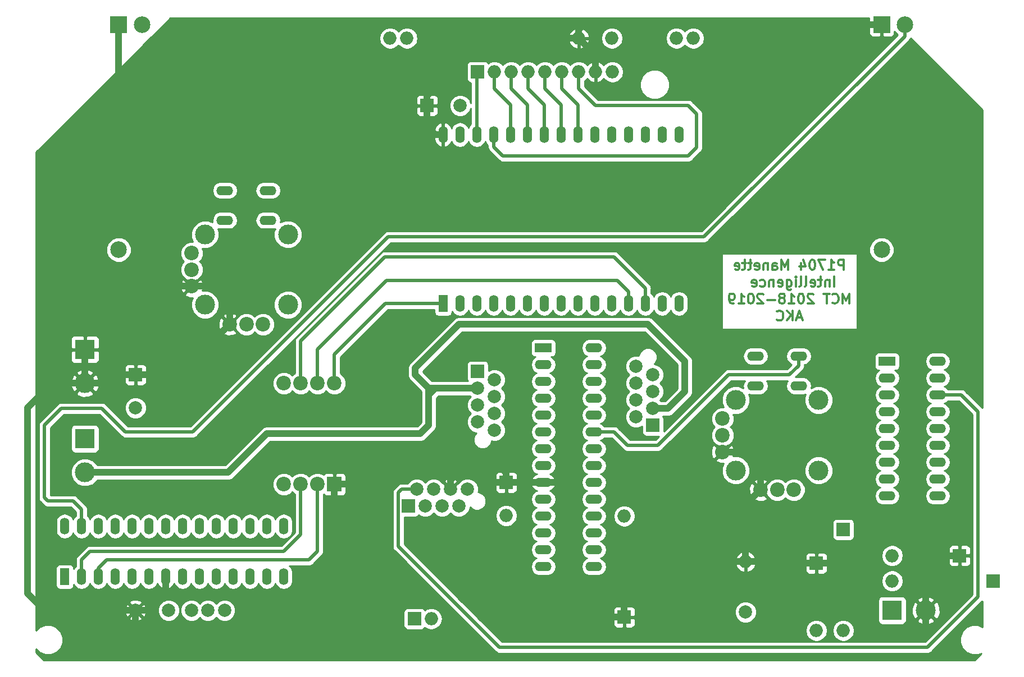
<source format=gbr>
G04 #@! TF.GenerationSoftware,KiCad,Pcbnew,(5.0.0)*
G04 #@! TF.CreationDate,2019-05-20T16:18:22+02:00*
G04 #@! TF.ProjectId,manette_2019,6D616E657474655F323031392E6B6963,rev?*
G04 #@! TF.SameCoordinates,Original*
G04 #@! TF.FileFunction,Copper,L2,Bot,Signal*
G04 #@! TF.FilePolarity,Positive*
%FSLAX46Y46*%
G04 Gerber Fmt 4.6, Leading zero omitted, Abs format (unit mm)*
G04 Created by KiCad (PCBNEW (5.0.0)) date 05/20/19 16:18:22*
%MOMM*%
%LPD*%
G01*
G04 APERTURE LIST*
G04 #@! TA.AperFunction,NonConductor*
%ADD10C,0.300000*%
G04 #@! TD*
G04 #@! TA.AperFunction,ComponentPad*
%ADD11O,1.400000X2.540000*%
G04 #@! TD*
G04 #@! TA.AperFunction,ComponentPad*
%ADD12R,1.400000X2.540000*%
G04 #@! TD*
G04 #@! TA.AperFunction,ComponentPad*
%ADD13O,2.540000X1.400000*%
G04 #@! TD*
G04 #@! TA.AperFunction,WasherPad*
%ADD14C,3.000000*%
G04 #@! TD*
G04 #@! TA.AperFunction,ComponentPad*
%ADD15C,2.200000*%
G04 #@! TD*
G04 #@! TA.AperFunction,ComponentPad*
%ADD16R,2.540000X1.400000*%
G04 #@! TD*
G04 #@! TA.AperFunction,ComponentPad*
%ADD17R,2.000000X2.000000*%
G04 #@! TD*
G04 #@! TA.AperFunction,ComponentPad*
%ADD18O,2.000000X2.000000*%
G04 #@! TD*
G04 #@! TA.AperFunction,ComponentPad*
%ADD19C,2.000000*%
G04 #@! TD*
G04 #@! TA.AperFunction,ComponentPad*
%ADD20R,3.000000X3.000000*%
G04 #@! TD*
G04 #@! TA.AperFunction,ComponentPad*
%ADD21C,3.000000*%
G04 #@! TD*
G04 #@! TA.AperFunction,ComponentPad*
%ADD22R,2.200000X2.200000*%
G04 #@! TD*
G04 #@! TA.AperFunction,ComponentPad*
%ADD23R,2.500000X2.500000*%
G04 #@! TD*
G04 #@! TA.AperFunction,ComponentPad*
%ADD24C,2.500000*%
G04 #@! TD*
G04 #@! TA.AperFunction,Conductor*
%ADD25C,1.000000*%
G04 #@! TD*
G04 #@! TA.AperFunction,Conductor*
%ADD26C,0.500000*%
G04 #@! TD*
G04 #@! TA.AperFunction,Conductor*
%ADD27C,0.254000*%
G04 #@! TD*
G04 APERTURE END LIST*
D10*
X180898571Y-78768571D02*
X180898571Y-77268571D01*
X180327142Y-77268571D01*
X180184285Y-77340000D01*
X180112857Y-77411428D01*
X180041428Y-77554285D01*
X180041428Y-77768571D01*
X180112857Y-77911428D01*
X180184285Y-77982857D01*
X180327142Y-78054285D01*
X180898571Y-78054285D01*
X178612857Y-78768571D02*
X179470000Y-78768571D01*
X179041428Y-78768571D02*
X179041428Y-77268571D01*
X179184285Y-77482857D01*
X179327142Y-77625714D01*
X179470000Y-77697142D01*
X178112857Y-77268571D02*
X177112857Y-77268571D01*
X177755714Y-78768571D01*
X176255714Y-77268571D02*
X176112857Y-77268571D01*
X175970000Y-77340000D01*
X175898571Y-77411428D01*
X175827142Y-77554285D01*
X175755714Y-77840000D01*
X175755714Y-78197142D01*
X175827142Y-78482857D01*
X175898571Y-78625714D01*
X175970000Y-78697142D01*
X176112857Y-78768571D01*
X176255714Y-78768571D01*
X176398571Y-78697142D01*
X176470000Y-78625714D01*
X176541428Y-78482857D01*
X176612857Y-78197142D01*
X176612857Y-77840000D01*
X176541428Y-77554285D01*
X176470000Y-77411428D01*
X176398571Y-77340000D01*
X176255714Y-77268571D01*
X174470000Y-77768571D02*
X174470000Y-78768571D01*
X174827142Y-77197142D02*
X175184285Y-78268571D01*
X174255714Y-78268571D01*
X172541428Y-78768571D02*
X172541428Y-77268571D01*
X172041428Y-78340000D01*
X171541428Y-77268571D01*
X171541428Y-78768571D01*
X170184285Y-78768571D02*
X170184285Y-77982857D01*
X170255714Y-77840000D01*
X170398571Y-77768571D01*
X170684285Y-77768571D01*
X170827142Y-77840000D01*
X170184285Y-78697142D02*
X170327142Y-78768571D01*
X170684285Y-78768571D01*
X170827142Y-78697142D01*
X170898571Y-78554285D01*
X170898571Y-78411428D01*
X170827142Y-78268571D01*
X170684285Y-78197142D01*
X170327142Y-78197142D01*
X170184285Y-78125714D01*
X169470000Y-77768571D02*
X169470000Y-78768571D01*
X169470000Y-77911428D02*
X169398571Y-77840000D01*
X169255714Y-77768571D01*
X169041428Y-77768571D01*
X168898571Y-77840000D01*
X168827142Y-77982857D01*
X168827142Y-78768571D01*
X167541428Y-78697142D02*
X167684285Y-78768571D01*
X167970000Y-78768571D01*
X168112857Y-78697142D01*
X168184285Y-78554285D01*
X168184285Y-77982857D01*
X168112857Y-77840000D01*
X167970000Y-77768571D01*
X167684285Y-77768571D01*
X167541428Y-77840000D01*
X167470000Y-77982857D01*
X167470000Y-78125714D01*
X168184285Y-78268571D01*
X167041428Y-77768571D02*
X166470000Y-77768571D01*
X166827142Y-77268571D02*
X166827142Y-78554285D01*
X166755714Y-78697142D01*
X166612857Y-78768571D01*
X166470000Y-78768571D01*
X166184285Y-77768571D02*
X165612857Y-77768571D01*
X165970000Y-77268571D02*
X165970000Y-78554285D01*
X165898571Y-78697142D01*
X165755714Y-78768571D01*
X165612857Y-78768571D01*
X164541428Y-78697142D02*
X164684285Y-78768571D01*
X164970000Y-78768571D01*
X165112857Y-78697142D01*
X165184285Y-78554285D01*
X165184285Y-77982857D01*
X165112857Y-77840000D01*
X164970000Y-77768571D01*
X164684285Y-77768571D01*
X164541428Y-77840000D01*
X164470000Y-77982857D01*
X164470000Y-78125714D01*
X165184285Y-78268571D01*
X179470000Y-81318571D02*
X179470000Y-79818571D01*
X178755714Y-80318571D02*
X178755714Y-81318571D01*
X178755714Y-80461428D02*
X178684285Y-80390000D01*
X178541428Y-80318571D01*
X178327142Y-80318571D01*
X178184285Y-80390000D01*
X178112857Y-80532857D01*
X178112857Y-81318571D01*
X177612857Y-80318571D02*
X177041428Y-80318571D01*
X177398571Y-79818571D02*
X177398571Y-81104285D01*
X177327142Y-81247142D01*
X177184285Y-81318571D01*
X177041428Y-81318571D01*
X175970000Y-81247142D02*
X176112857Y-81318571D01*
X176398571Y-81318571D01*
X176541428Y-81247142D01*
X176612857Y-81104285D01*
X176612857Y-80532857D01*
X176541428Y-80390000D01*
X176398571Y-80318571D01*
X176112857Y-80318571D01*
X175970000Y-80390000D01*
X175898571Y-80532857D01*
X175898571Y-80675714D01*
X176612857Y-80818571D01*
X175041428Y-81318571D02*
X175184285Y-81247142D01*
X175255714Y-81104285D01*
X175255714Y-79818571D01*
X174255714Y-81318571D02*
X174398571Y-81247142D01*
X174470000Y-81104285D01*
X174470000Y-79818571D01*
X173684285Y-81318571D02*
X173684285Y-80318571D01*
X173684285Y-79818571D02*
X173755714Y-79890000D01*
X173684285Y-79961428D01*
X173612857Y-79890000D01*
X173684285Y-79818571D01*
X173684285Y-79961428D01*
X172327142Y-80318571D02*
X172327142Y-81532857D01*
X172398571Y-81675714D01*
X172470000Y-81747142D01*
X172612857Y-81818571D01*
X172827142Y-81818571D01*
X172970000Y-81747142D01*
X172327142Y-81247142D02*
X172470000Y-81318571D01*
X172755714Y-81318571D01*
X172898571Y-81247142D01*
X172970000Y-81175714D01*
X173041428Y-81032857D01*
X173041428Y-80604285D01*
X172970000Y-80461428D01*
X172898571Y-80390000D01*
X172755714Y-80318571D01*
X172470000Y-80318571D01*
X172327142Y-80390000D01*
X171041428Y-81247142D02*
X171184285Y-81318571D01*
X171470000Y-81318571D01*
X171612857Y-81247142D01*
X171684285Y-81104285D01*
X171684285Y-80532857D01*
X171612857Y-80390000D01*
X171470000Y-80318571D01*
X171184285Y-80318571D01*
X171041428Y-80390000D01*
X170970000Y-80532857D01*
X170970000Y-80675714D01*
X171684285Y-80818571D01*
X170327142Y-80318571D02*
X170327142Y-81318571D01*
X170327142Y-80461428D02*
X170255714Y-80390000D01*
X170112857Y-80318571D01*
X169898571Y-80318571D01*
X169755714Y-80390000D01*
X169684285Y-80532857D01*
X169684285Y-81318571D01*
X168327142Y-81247142D02*
X168470000Y-81318571D01*
X168755714Y-81318571D01*
X168898571Y-81247142D01*
X168970000Y-81175714D01*
X169041428Y-81032857D01*
X169041428Y-80604285D01*
X168970000Y-80461428D01*
X168898571Y-80390000D01*
X168755714Y-80318571D01*
X168470000Y-80318571D01*
X168327142Y-80390000D01*
X167112857Y-81247142D02*
X167255714Y-81318571D01*
X167541428Y-81318571D01*
X167684285Y-81247142D01*
X167755714Y-81104285D01*
X167755714Y-80532857D01*
X167684285Y-80390000D01*
X167541428Y-80318571D01*
X167255714Y-80318571D01*
X167112857Y-80390000D01*
X167041428Y-80532857D01*
X167041428Y-80675714D01*
X167755714Y-80818571D01*
X181755714Y-83868571D02*
X181755714Y-82368571D01*
X181255714Y-83440000D01*
X180755714Y-82368571D01*
X180755714Y-83868571D01*
X179184285Y-83725714D02*
X179255714Y-83797142D01*
X179470000Y-83868571D01*
X179612857Y-83868571D01*
X179827142Y-83797142D01*
X179970000Y-83654285D01*
X180041428Y-83511428D01*
X180112857Y-83225714D01*
X180112857Y-83011428D01*
X180041428Y-82725714D01*
X179970000Y-82582857D01*
X179827142Y-82440000D01*
X179612857Y-82368571D01*
X179470000Y-82368571D01*
X179255714Y-82440000D01*
X179184285Y-82511428D01*
X178755714Y-82368571D02*
X177898571Y-82368571D01*
X178327142Y-83868571D02*
X178327142Y-82368571D01*
X176327142Y-82511428D02*
X176255714Y-82440000D01*
X176112857Y-82368571D01*
X175755714Y-82368571D01*
X175612857Y-82440000D01*
X175541428Y-82511428D01*
X175470000Y-82654285D01*
X175470000Y-82797142D01*
X175541428Y-83011428D01*
X176398571Y-83868571D01*
X175470000Y-83868571D01*
X174541428Y-82368571D02*
X174398571Y-82368571D01*
X174255714Y-82440000D01*
X174184285Y-82511428D01*
X174112857Y-82654285D01*
X174041428Y-82940000D01*
X174041428Y-83297142D01*
X174112857Y-83582857D01*
X174184285Y-83725714D01*
X174255714Y-83797142D01*
X174398571Y-83868571D01*
X174541428Y-83868571D01*
X174684285Y-83797142D01*
X174755714Y-83725714D01*
X174827142Y-83582857D01*
X174898571Y-83297142D01*
X174898571Y-82940000D01*
X174827142Y-82654285D01*
X174755714Y-82511428D01*
X174684285Y-82440000D01*
X174541428Y-82368571D01*
X172612857Y-83868571D02*
X173470000Y-83868571D01*
X173041428Y-83868571D02*
X173041428Y-82368571D01*
X173184285Y-82582857D01*
X173327142Y-82725714D01*
X173470000Y-82797142D01*
X171755714Y-83011428D02*
X171898571Y-82940000D01*
X171970000Y-82868571D01*
X172041428Y-82725714D01*
X172041428Y-82654285D01*
X171970000Y-82511428D01*
X171898571Y-82440000D01*
X171755714Y-82368571D01*
X171470000Y-82368571D01*
X171327142Y-82440000D01*
X171255714Y-82511428D01*
X171184285Y-82654285D01*
X171184285Y-82725714D01*
X171255714Y-82868571D01*
X171327142Y-82940000D01*
X171470000Y-83011428D01*
X171755714Y-83011428D01*
X171898571Y-83082857D01*
X171970000Y-83154285D01*
X172041428Y-83297142D01*
X172041428Y-83582857D01*
X171970000Y-83725714D01*
X171898571Y-83797142D01*
X171755714Y-83868571D01*
X171470000Y-83868571D01*
X171327142Y-83797142D01*
X171255714Y-83725714D01*
X171184285Y-83582857D01*
X171184285Y-83297142D01*
X171255714Y-83154285D01*
X171327142Y-83082857D01*
X171470000Y-83011428D01*
X170541428Y-83297142D02*
X169398571Y-83297142D01*
X168755714Y-82511428D02*
X168684285Y-82440000D01*
X168541428Y-82368571D01*
X168184285Y-82368571D01*
X168041428Y-82440000D01*
X167970000Y-82511428D01*
X167898571Y-82654285D01*
X167898571Y-82797142D01*
X167970000Y-83011428D01*
X168827142Y-83868571D01*
X167898571Y-83868571D01*
X166970000Y-82368571D02*
X166827142Y-82368571D01*
X166684285Y-82440000D01*
X166612857Y-82511428D01*
X166541428Y-82654285D01*
X166470000Y-82940000D01*
X166470000Y-83297142D01*
X166541428Y-83582857D01*
X166612857Y-83725714D01*
X166684285Y-83797142D01*
X166827142Y-83868571D01*
X166970000Y-83868571D01*
X167112857Y-83797142D01*
X167184285Y-83725714D01*
X167255714Y-83582857D01*
X167327142Y-83297142D01*
X167327142Y-82940000D01*
X167255714Y-82654285D01*
X167184285Y-82511428D01*
X167112857Y-82440000D01*
X166970000Y-82368571D01*
X165041428Y-83868571D02*
X165898571Y-83868571D01*
X165470000Y-83868571D02*
X165470000Y-82368571D01*
X165612857Y-82582857D01*
X165755714Y-82725714D01*
X165898571Y-82797142D01*
X164327142Y-83868571D02*
X164041428Y-83868571D01*
X163898571Y-83797142D01*
X163827142Y-83725714D01*
X163684285Y-83511428D01*
X163612857Y-83225714D01*
X163612857Y-82654285D01*
X163684285Y-82511428D01*
X163755714Y-82440000D01*
X163898571Y-82368571D01*
X164184285Y-82368571D01*
X164327142Y-82440000D01*
X164398571Y-82511428D01*
X164470000Y-82654285D01*
X164470000Y-83011428D01*
X164398571Y-83154285D01*
X164327142Y-83225714D01*
X164184285Y-83297142D01*
X163898571Y-83297142D01*
X163755714Y-83225714D01*
X163684285Y-83154285D01*
X163612857Y-83011428D01*
X174577142Y-85990000D02*
X173862857Y-85990000D01*
X174720000Y-86418571D02*
X174220000Y-84918571D01*
X173720000Y-86418571D01*
X173220000Y-86418571D02*
X173220000Y-84918571D01*
X172362857Y-86418571D02*
X173005714Y-85561428D01*
X172362857Y-84918571D02*
X173220000Y-85775714D01*
X170862857Y-86275714D02*
X170934285Y-86347142D01*
X171148571Y-86418571D01*
X171291428Y-86418571D01*
X171505714Y-86347142D01*
X171648571Y-86204285D01*
X171720000Y-86061428D01*
X171791428Y-85775714D01*
X171791428Y-85561428D01*
X171720000Y-85275714D01*
X171648571Y-85132857D01*
X171505714Y-84990000D01*
X171291428Y-84918571D01*
X171148571Y-84918571D01*
X170934285Y-84990000D01*
X170862857Y-85061428D01*
D11*
G04 #@! TO.P,U1,16*
G04 #@! TO.N,Net-(U1-Pad16)*
X156085000Y-58370000D03*
G04 #@! TO.P,U1,17*
G04 #@! TO.N,Net-(U1-Pad17)*
X153545000Y-58370000D03*
G04 #@! TO.P,U1,18*
G04 #@! TO.N,Net-(U1-Pad18)*
X151005000Y-58370000D03*
G04 #@! TO.P,U1,19*
G04 #@! TO.N,Net-(U1-Pad19)*
X148465000Y-58370000D03*
G04 #@! TO.P,U1,20*
G04 #@! TO.N,Net-(U1-Pad20)*
X145925000Y-58370000D03*
G04 #@! TO.P,U1,21*
G04 #@! TO.N,Net-(U1-Pad21)*
X143385000Y-58370000D03*
G04 #@! TO.P,U1,22*
G04 #@! TO.N,SDCS*
X140845000Y-58370000D03*
G04 #@! TO.P,U1,23*
G04 #@! TO.N,OLEDCS*
X138305000Y-58370000D03*
G04 #@! TO.P,U1,24*
G04 #@! TO.N,RESET*
X135765000Y-58370000D03*
G04 #@! TO.P,U1,25*
G04 #@! TO.N,DC*
X133225000Y-58370000D03*
G04 #@! TO.P,U1,26*
G04 #@! TO.N,SCK*
X130685000Y-58370000D03*
G04 #@! TO.P,U1,27*
G04 #@! TO.N,MISO*
X128145000Y-58370000D03*
G04 #@! TO.P,U1,28*
G04 #@! TO.N,MOSI*
X125605000Y-58370000D03*
G04 #@! TO.P,U1,29*
G04 #@! TO.N,GND*
X123065000Y-58370000D03*
G04 #@! TO.P,U1,30*
G04 #@! TO.N,+5V*
X120525000Y-58370000D03*
G04 #@! TO.P,U1,15*
G04 #@! TO.N,Net-(U1-Pad15)*
X156085000Y-83870000D03*
G04 #@! TO.P,U1,4*
G04 #@! TO.N,Net-(U1-Pad4)*
X128145000Y-83870000D03*
G04 #@! TO.P,U1,10*
G04 #@! TO.N,Buzzer*
X143385000Y-83870000D03*
G04 #@! TO.P,U1,6*
G04 #@! TO.N,Net-(U1-Pad6)*
X133225000Y-83870000D03*
G04 #@! TO.P,U1,14*
G04 #@! TO.N,Net-(U1-Pad14)*
X153545000Y-83870000D03*
G04 #@! TO.P,U1,12*
G04 #@! TO.N,RX_ESP32*
X148465000Y-83870000D03*
G04 #@! TO.P,U1,9*
G04 #@! TO.N,Rumble*
X140845000Y-83870000D03*
G04 #@! TO.P,U1,5*
G04 #@! TO.N,Net-(U1-Pad5)*
X130685000Y-83870000D03*
G04 #@! TO.P,U1,3*
G04 #@! TO.N,Net-(U1-Pad3)*
X125605000Y-83870000D03*
G04 #@! TO.P,U1,11*
G04 #@! TO.N,Connected*
X145925000Y-83870000D03*
G04 #@! TO.P,U1,8*
G04 #@! TO.N,Net-(U1-Pad8)*
X138305000Y-83870000D03*
G04 #@! TO.P,U1,2*
G04 #@! TO.N,Net-(U1-Pad2)*
X123065000Y-83870000D03*
G04 #@! TO.P,U1,13*
G04 #@! TO.N,TX_ESP32*
X151005000Y-83870000D03*
D12*
G04 #@! TO.P,U1,1*
G04 #@! TO.N,+3.3V*
X120525000Y-83870000D03*
D11*
G04 #@! TO.P,U1,7*
G04 #@! TO.N,Net-(U1-Pad7)*
X135765000Y-83870000D03*
G04 #@! TD*
D13*
G04 #@! TO.P,JS2,7*
G04 #@! TO.N,Net-(JS2-Pad7)*
X167630000Y-91785000D03*
G04 #@! TO.P,JS2,8*
G04 #@! TO.N,Right_joystick_button*
X174130000Y-91785000D03*
G04 #@! TO.P,JS2,10*
G04 #@! TO.N,Net-(JS2-Pad10)*
X174130000Y-96285000D03*
G04 #@! TO.P,JS2,9*
G04 #@! TO.N,GND*
X167630000Y-96285000D03*
D14*
G04 #@! TO.P,JS2,*
G04 #@! TO.N,*
X177130000Y-98435000D03*
X177130000Y-109035000D03*
X164630000Y-109035000D03*
X164630000Y-98435000D03*
D15*
G04 #@! TO.P,JS2,6*
G04 #@! TO.N,GND*
X173380000Y-111985000D03*
G04 #@! TO.P,JS2,4*
G04 #@! TO.N,+5V*
X168380000Y-111985000D03*
G04 #@! TO.P,JS2,5*
G04 #@! TO.N,R_joystick_analog_y*
X170880000Y-111985000D03*
G04 #@! TO.P,JS2,1*
G04 #@! TO.N,+5V*
X162630000Y-106235000D03*
G04 #@! TO.P,JS2,2*
G04 #@! TO.N,R_joystick_analog_x*
X162630000Y-103735000D03*
G04 #@! TO.P,JS2,3*
G04 #@! TO.N,GND*
X162630000Y-101235000D03*
G04 #@! TD*
G04 #@! TO.P,JS1,3*
G04 #@! TO.N,GND*
X82630000Y-76235000D03*
G04 #@! TO.P,JS1,2*
G04 #@! TO.N,L_joystick_analog_x*
X82630000Y-78735000D03*
G04 #@! TO.P,JS1,1*
G04 #@! TO.N,+5V*
X82630000Y-81235000D03*
G04 #@! TO.P,JS1,5*
G04 #@! TO.N,L_joystick_analog_y*
X90880000Y-86985000D03*
G04 #@! TO.P,JS1,4*
G04 #@! TO.N,+5V*
X88380000Y-86985000D03*
G04 #@! TO.P,JS1,6*
G04 #@! TO.N,GND*
X93380000Y-86985000D03*
D14*
G04 #@! TO.P,JS1,*
G04 #@! TO.N,*
X84630000Y-73435000D03*
X84630000Y-84035000D03*
X97130000Y-84035000D03*
X97130000Y-73435000D03*
D13*
G04 #@! TO.P,JS1,9*
G04 #@! TO.N,GND*
X87630000Y-71285000D03*
G04 #@! TO.P,JS1,10*
G04 #@! TO.N,Net-(JS1-Pad10)*
X94130000Y-71285000D03*
G04 #@! TO.P,JS1,8*
G04 #@! TO.N,Left_joystick_button*
X94130000Y-66785000D03*
G04 #@! TO.P,JS1,7*
G04 #@! TO.N,Net-(JS1-Pad7)*
X87630000Y-66785000D03*
G04 #@! TD*
D16*
G04 #@! TO.P,U3,1*
G04 #@! TO.N,L_Bumper*
X135636000Y-90551000D03*
D13*
G04 #@! TO.P,U3,15*
G04 #@! TO.N,GND*
X143256000Y-123571000D03*
G04 #@! TO.P,U3,2*
G04 #@! TO.N,Left_joystick_button*
X135636000Y-93091000D03*
G04 #@! TO.P,U3,16*
G04 #@! TO.N,GND*
X143256000Y-121031000D03*
G04 #@! TO.P,U3,3*
G04 #@! TO.N,Button_UP*
X135636000Y-95631000D03*
G04 #@! TO.P,U3,17*
G04 #@! TO.N,GND*
X143256000Y-118491000D03*
G04 #@! TO.P,U3,4*
G04 #@! TO.N,Button_RIGHT*
X135636000Y-98171000D03*
G04 #@! TO.P,U3,18*
G04 #@! TO.N,Net-(R4-Pad2)*
X143256000Y-115951000D03*
G04 #@! TO.P,U3,5*
G04 #@! TO.N,Button_DOWN*
X135636000Y-100711000D03*
G04 #@! TO.P,U3,19*
G04 #@! TO.N,Net-(U3-Pad19)*
X143256000Y-113411000D03*
G04 #@! TO.P,U3,6*
G04 #@! TO.N,Button_LEFT*
X135636000Y-103251000D03*
G04 #@! TO.P,U3,20*
G04 #@! TO.N,Net-(U3-Pad20)*
X143256000Y-110871000D03*
G04 #@! TO.P,U3,7*
G04 #@! TO.N,Button_START*
X135636000Y-105791000D03*
G04 #@! TO.P,U3,21*
G04 #@! TO.N,Net-(U3-Pad21)*
X143256000Y-108331000D03*
G04 #@! TO.P,U3,8*
G04 #@! TO.N,Button_SELECT*
X135636000Y-108331000D03*
G04 #@! TO.P,U3,22*
G04 #@! TO.N,Net-(U3-Pad22)*
X143256000Y-105791000D03*
G04 #@! TO.P,U3,9*
G04 #@! TO.N,+5V*
X135636000Y-110871000D03*
G04 #@! TO.P,U3,23*
G04 #@! TO.N,Right_joystick_button*
X143256000Y-103251000D03*
G04 #@! TO.P,U3,10*
G04 #@! TO.N,GND*
X135636000Y-113411000D03*
G04 #@! TO.P,U3,24*
G04 #@! TO.N,Button_A*
X143256000Y-100711000D03*
G04 #@! TO.P,U3,11*
G04 #@! TO.N,Net-(U3-Pad11)*
X135636000Y-115951000D03*
G04 #@! TO.P,U3,25*
G04 #@! TO.N,Button_X*
X143256000Y-98171000D03*
G04 #@! TO.P,U3,12*
G04 #@! TO.N,SCL*
X135636000Y-118491000D03*
G04 #@! TO.P,U3,26*
G04 #@! TO.N,Button_Y*
X143256000Y-95631000D03*
G04 #@! TO.P,U3,13*
G04 #@! TO.N,SDA*
X135636000Y-121031000D03*
G04 #@! TO.P,U3,27*
G04 #@! TO.N,Button_B*
X143256000Y-93091000D03*
G04 #@! TO.P,U3,14*
G04 #@! TO.N,Net-(U3-Pad14)*
X135636000Y-123571000D03*
G04 #@! TO.P,U3,28*
G04 #@! TO.N,R_Bumper*
X143256000Y-90551000D03*
G04 #@! TD*
D17*
G04 #@! TO.P,J4,1*
G04 #@! TO.N,MOSI*
X125730000Y-48895000D03*
D18*
G04 #@! TO.P,J4,2*
G04 #@! TO.N,SCK*
X128270000Y-48895000D03*
G04 #@! TO.P,J4,3*
G04 #@! TO.N,DC*
X130810000Y-48895000D03*
G04 #@! TO.P,J4,4*
G04 #@! TO.N,RESET*
X133350000Y-48895000D03*
G04 #@! TO.P,J4,5*
G04 #@! TO.N,OLEDCS*
X135890000Y-48895000D03*
G04 #@! TO.P,J4,6*
G04 #@! TO.N,SDCS*
X138430000Y-48895000D03*
G04 #@! TO.P,J4,7*
G04 #@! TO.N,MISO*
X140970000Y-48895000D03*
G04 #@! TO.P,J4,8*
G04 #@! TO.N,+5V*
X143510000Y-48895000D03*
G04 #@! TO.P,J4,9*
G04 #@! TO.N,GND*
X146050000Y-48895000D03*
G04 #@! TD*
D17*
G04 #@! TO.P,C5,1*
G04 #@! TO.N,+5V*
X130048000Y-110871000D03*
D18*
G04 #@! TO.P,C5,2*
G04 #@! TO.N,GND*
X130048000Y-115871000D03*
G04 #@! TD*
D17*
G04 #@! TO.P,C1,1*
G04 #@! TO.N,+5V*
X74168000Y-94615000D03*
D19*
G04 #@! TO.P,C1,2*
G04 #@! TO.N,GND*
X74168000Y-99615000D03*
G04 #@! TD*
G04 #@! TO.P,C6,1*
G04 #@! TO.N,+5V*
X74168000Y-130175000D03*
G04 #@! TO.P,C6,2*
G04 #@! TO.N,GND*
X79168000Y-130175000D03*
G04 #@! TD*
D17*
G04 #@! TO.P,C2,1*
G04 #@! TO.N,+5V*
X118110000Y-53975000D03*
D19*
G04 #@! TO.P,C2,2*
G04 #@! TO.N,GND*
X123110000Y-53975000D03*
G04 #@! TD*
D18*
G04 #@! TO.P,C7,2*
G04 #@! TO.N,GND*
X145970000Y-43815000D03*
G04 #@! TO.P,C7,1*
G04 #@! TO.N,+5V*
X140970000Y-43815000D03*
G04 #@! TD*
G04 #@! TO.P,D3,2*
G04 #@! TO.N,Net-(D3-Pad2)*
X176784000Y-133223000D03*
D17*
G04 #@! TO.P,D3,1*
G04 #@! TO.N,+5V*
X176784000Y-123063000D03*
G04 #@! TD*
D18*
G04 #@! TO.P,D4,2*
G04 #@! TO.N,Net-(D4-Pad2)*
X188214000Y-121920000D03*
D17*
G04 #@! TO.P,D4,1*
G04 #@! TO.N,+5V*
X198374000Y-121920000D03*
G04 #@! TD*
D20*
G04 #@! TO.P,J1,1*
G04 #@! TO.N,+5V*
X66548000Y-90805000D03*
D21*
G04 #@! TO.P,J1,2*
X66548000Y-95885000D03*
G04 #@! TD*
D18*
G04 #@! TO.P,J2,2*
G04 #@! TO.N,GND*
X115072160Y-43815000D03*
G04 #@! TO.P,J2,1*
G04 #@! TO.N,L_Bumper*
X112532160Y-43815000D03*
G04 #@! TD*
G04 #@! TO.P,J3,1*
G04 #@! TO.N,R_Bumper*
X158242000Y-43815000D03*
G04 #@! TO.P,J3,2*
G04 #@! TO.N,GND*
X155702000Y-43815000D03*
G04 #@! TD*
D21*
G04 #@! TO.P,J5,2*
G04 #@! TO.N,+5V*
X193294000Y-130175000D03*
D20*
G04 #@! TO.P,J5,1*
G04 #@! TO.N,Net-(D4-Pad2)*
X188214000Y-130175000D03*
G04 #@! TD*
D17*
G04 #@! TO.P,J6,1*
G04 #@! TO.N,Calib*
X116205000Y-131445000D03*
D18*
G04 #@! TO.P,J6,2*
G04 #@! TO.N,GND*
X118745000Y-131445000D03*
G04 #@! TD*
D19*
G04 #@! TO.P,LS1,1*
G04 #@! TO.N,Net-(D3-Pad2)*
X166116000Y-130429000D03*
D18*
G04 #@! TO.P,LS1,2*
G04 #@! TO.N,+5V*
X166116000Y-122809000D03*
G04 #@! TD*
D17*
G04 #@! TO.P,R3,1*
G04 #@! TO.N,Net-(R3-Pad1)*
X180848000Y-117983000D03*
D18*
G04 #@! TO.P,R3,2*
G04 #@! TO.N,Net-(D3-Pad2)*
X180848000Y-133223000D03*
G04 #@! TD*
G04 #@! TO.P,R4,2*
G04 #@! TO.N,Net-(R4-Pad2)*
X147828000Y-115951000D03*
D17*
G04 #@! TO.P,R4,1*
G04 #@! TO.N,+5V*
X147828000Y-131191000D03*
G04 #@! TD*
D18*
G04 #@! TO.P,R15,2*
G04 #@! TO.N,Net-(D4-Pad2)*
X188214000Y-125730000D03*
D17*
G04 #@! TO.P,R15,1*
G04 #@! TO.N,Net-(R15-Pad1)*
X203454000Y-125730000D03*
G04 #@! TD*
D12*
G04 #@! TO.P,U2,1*
G04 #@! TO.N,Net-(U2-Pad1)*
X63500000Y-125095000D03*
D11*
G04 #@! TO.P,U2,15*
G04 #@! TO.N,Net-(U2-Pad15)*
X96520000Y-117475000D03*
G04 #@! TO.P,U2,2*
G04 #@! TO.N,RX_Atmega*
X66040000Y-125095000D03*
G04 #@! TO.P,U2,16*
G04 #@! TO.N,Net-(U2-Pad16)*
X93980000Y-117475000D03*
G04 #@! TO.P,U2,3*
G04 #@! TO.N,TX_Atmega*
X68580000Y-125095000D03*
G04 #@! TO.P,U2,17*
G04 #@! TO.N,Net-(U2-Pad17)*
X91440000Y-117475000D03*
G04 #@! TO.P,U2,4*
G04 #@! TO.N,Net-(U2-Pad4)*
X71120000Y-125095000D03*
G04 #@! TO.P,U2,18*
G04 #@! TO.N,Net-(U2-Pad18)*
X88900000Y-117475000D03*
G04 #@! TO.P,U2,5*
G04 #@! TO.N,Net-(U2-Pad5)*
X73660000Y-125095000D03*
G04 #@! TO.P,U2,19*
G04 #@! TO.N,Net-(U2-Pad19)*
X86360000Y-117475000D03*
G04 #@! TO.P,U2,6*
G04 #@! TO.N,Calib*
X76200000Y-125095000D03*
G04 #@! TO.P,U2,20*
G04 #@! TO.N,Net-(U2-Pad20)*
X83820000Y-117475000D03*
G04 #@! TO.P,U2,7*
G04 #@! TO.N,+5V*
X78740000Y-125095000D03*
G04 #@! TO.P,U2,21*
G04 #@! TO.N,Net-(U2-Pad21)*
X81280000Y-117475000D03*
G04 #@! TO.P,U2,8*
G04 #@! TO.N,GND*
X81280000Y-125095000D03*
G04 #@! TO.P,U2,22*
X78740000Y-117475000D03*
G04 #@! TO.P,U2,9*
G04 #@! TO.N,Net-(U2-Pad9)*
X83820000Y-125095000D03*
G04 #@! TO.P,U2,23*
G04 #@! TO.N,R_joystick_analog_x*
X76200000Y-117475000D03*
G04 #@! TO.P,U2,10*
G04 #@! TO.N,Net-(U2-Pad10)*
X86360000Y-125095000D03*
G04 #@! TO.P,U2,24*
G04 #@! TO.N,R_joystick_analog_y*
X73660000Y-117475000D03*
G04 #@! TO.P,U2,11*
G04 #@! TO.N,SDA*
X88900000Y-125095000D03*
G04 #@! TO.P,U2,25*
G04 #@! TO.N,L_joystick_analog_y*
X71120000Y-117475000D03*
G04 #@! TO.P,U2,12*
G04 #@! TO.N,SCL*
X91440000Y-125095000D03*
G04 #@! TO.P,U2,26*
G04 #@! TO.N,L_joystick_analog_x*
X68580000Y-117475000D03*
G04 #@! TO.P,U2,13*
G04 #@! TO.N,Net-(U2-Pad13)*
X93980000Y-125095000D03*
G04 #@! TO.P,U2,27*
G04 #@! TO.N,R_trigger*
X66040000Y-117475000D03*
G04 #@! TO.P,U2,14*
G04 #@! TO.N,Net-(U2-Pad14)*
X96520000Y-125095000D03*
G04 #@! TO.P,U2,28*
G04 #@! TO.N,L_trigger*
X63500000Y-117475000D03*
G04 #@! TD*
D16*
G04 #@! TO.P,U5,1*
G04 #@! TO.N,Rumble*
X187452000Y-92583000D03*
D13*
G04 #@! TO.P,U5,10*
G04 #@! TO.N,Net-(U5-Pad10)*
X195072000Y-112903000D03*
G04 #@! TO.P,U5,2*
G04 #@! TO.N,Buzzer*
X187452000Y-95123000D03*
G04 #@! TO.P,U5,11*
G04 #@! TO.N,Net-(U5-Pad11)*
X195072000Y-110363000D03*
G04 #@! TO.P,U5,3*
G04 #@! TO.N,Connected*
X187452000Y-97663000D03*
G04 #@! TO.P,U5,12*
G04 #@! TO.N,Net-(U5-Pad12)*
X195072000Y-107823000D03*
G04 #@! TO.P,U5,4*
G04 #@! TO.N,Net-(U5-Pad4)*
X187452000Y-100203000D03*
G04 #@! TO.P,U5,13*
G04 #@! TO.N,Net-(U5-Pad13)*
X195072000Y-105283000D03*
G04 #@! TO.P,U5,5*
G04 #@! TO.N,Net-(U5-Pad5)*
X187452000Y-102743000D03*
G04 #@! TO.P,U5,14*
G04 #@! TO.N,Net-(U5-Pad14)*
X195072000Y-102743000D03*
G04 #@! TO.P,U5,6*
G04 #@! TO.N,Net-(U5-Pad6)*
X187452000Y-105283000D03*
G04 #@! TO.P,U5,15*
G04 #@! TO.N,Net-(U5-Pad15)*
X195072000Y-100203000D03*
G04 #@! TO.P,U5,7*
G04 #@! TO.N,Net-(U5-Pad7)*
X187452000Y-107823000D03*
G04 #@! TO.P,U5,16*
G04 #@! TO.N,Conn_LED_On*
X195072000Y-97663000D03*
G04 #@! TO.P,U5,8*
G04 #@! TO.N,Net-(U5-Pad8)*
X187452000Y-110363000D03*
G04 #@! TO.P,U5,17*
G04 #@! TO.N,Net-(R3-Pad1)*
X195072000Y-95123000D03*
G04 #@! TO.P,U5,9*
G04 #@! TO.N,GND*
X187452000Y-112903000D03*
G04 #@! TO.P,U5,18*
G04 #@! TO.N,Net-(R15-Pad1)*
X195072000Y-92583000D03*
G04 #@! TD*
D22*
G04 #@! TO.P,U8,1*
G04 #@! TO.N,+5V*
X104140000Y-111125000D03*
D15*
G04 #@! TO.P,U8,2*
G04 #@! TO.N,TX_Atmega*
X101600000Y-111125000D03*
G04 #@! TO.P,U8,3*
G04 #@! TO.N,RX_Atmega*
X99060000Y-111125000D03*
G04 #@! TO.P,U8,4*
G04 #@! TO.N,Net-(U8-Pad4)*
X96520000Y-111125000D03*
G04 #@! TO.P,U8,5*
G04 #@! TO.N,GND*
X96520000Y-95885000D03*
G04 #@! TO.P,U8,6*
G04 #@! TO.N,TX_ESP32*
X99060000Y-95885000D03*
G04 #@! TO.P,U8,7*
G04 #@! TO.N,RX_ESP32*
X101600000Y-95885000D03*
G04 #@! TO.P,U8,8*
G04 #@! TO.N,+3.3V*
X104140000Y-95885000D03*
G04 #@! TD*
D19*
G04 #@! TO.P,Y1,3*
G04 #@! TO.N,Net-(U2-Pad9)*
X82590000Y-130175000D03*
G04 #@! TO.P,Y1,2*
G04 #@! TO.N,GND*
X85090000Y-130175000D03*
G04 #@! TO.P,Y1,1*
G04 #@! TO.N,Net-(U2-Pad10)*
X87590000Y-130175000D03*
G04 #@! TD*
D20*
G04 #@! TO.P,J10,1*
G04 #@! TO.N,GND*
X66548000Y-104267000D03*
D21*
G04 #@! TO.P,J10,2*
G04 #@! TO.N,VCC_LED*
X66548000Y-109347000D03*
G04 #@! TD*
D17*
G04 #@! TO.P,J7,1*
G04 #@! TO.N,GND*
X152146000Y-102235000D03*
D19*
G04 #@! TO.P,J7,2*
G04 #@! TO.N,Button_A*
X149606000Y-100965000D03*
G04 #@! TO.P,J7,3*
G04 #@! TO.N,VCC_LED*
X152146000Y-99695000D03*
G04 #@! TO.P,J7,4*
G04 #@! TO.N,Button_X*
X149606000Y-98425000D03*
G04 #@! TO.P,J7,5*
G04 #@! TO.N,Net-(J7-Pad5)*
X152146000Y-97155000D03*
G04 #@! TO.P,J7,6*
G04 #@! TO.N,Button_Y*
X149606000Y-95885000D03*
G04 #@! TO.P,J7,7*
G04 #@! TO.N,Net-(J7-Pad7)*
X152146000Y-94615000D03*
G04 #@! TO.P,J7,8*
G04 #@! TO.N,Button_B*
X149606000Y-93345000D03*
G04 #@! TD*
D17*
G04 #@! TO.P,J8,1*
G04 #@! TO.N,GND*
X125730000Y-94107000D03*
D19*
G04 #@! TO.P,J8,2*
G04 #@! TO.N,Button_UP*
X128270000Y-95377000D03*
G04 #@! TO.P,J8,3*
G04 #@! TO.N,VCC_LED*
X125730000Y-96647000D03*
G04 #@! TO.P,J8,4*
G04 #@! TO.N,Button_RIGHT*
X128270000Y-97917000D03*
G04 #@! TO.P,J8,5*
G04 #@! TO.N,Net-(J8-Pad5)*
X125730000Y-99187000D03*
G04 #@! TO.P,J8,6*
G04 #@! TO.N,Button_DOWN*
X128270000Y-100457000D03*
G04 #@! TO.P,J8,7*
G04 #@! TO.N,Net-(J8-Pad7)*
X125730000Y-101727000D03*
G04 #@! TO.P,J8,8*
G04 #@! TO.N,Button_LEFT*
X128270000Y-102997000D03*
G04 #@! TD*
G04 #@! TO.P,J9,8*
G04 #@! TO.N,GND*
X124206000Y-111887000D03*
G04 #@! TO.P,J9,7*
G04 #@! TO.N,Net-(J9-Pad7)*
X122936000Y-114427000D03*
G04 #@! TO.P,J9,6*
G04 #@! TO.N,+5V*
X121666000Y-111887000D03*
G04 #@! TO.P,J9,5*
G04 #@! TO.N,Net-(J9-Pad5)*
X120396000Y-114427000D03*
G04 #@! TO.P,J9,4*
G04 #@! TO.N,Net-(J9-Pad4)*
X119126000Y-111887000D03*
G04 #@! TO.P,J9,3*
G04 #@! TO.N,Button_START*
X117856000Y-114427000D03*
G04 #@! TO.P,J9,2*
G04 #@! TO.N,Conn_LED_On*
X116586000Y-111887000D03*
D17*
G04 #@! TO.P,J9,1*
G04 #@! TO.N,Button_SELECT*
X115316000Y-114427000D03*
G04 #@! TD*
D23*
G04 #@! TO.P,RV1,1*
G04 #@! TO.N,+5V*
X71630000Y-41735000D03*
D24*
G04 #@! TO.P,RV1,2*
G04 #@! TO.N,L_trigger*
X75130000Y-41735000D03*
G04 #@! TO.P,RV1,3*
G04 #@! TO.N,GND*
X71630000Y-75735000D03*
G04 #@! TD*
D23*
G04 #@! TO.P,RV2,1*
G04 #@! TO.N,+5V*
X186630000Y-41735000D03*
D24*
G04 #@! TO.P,RV2,2*
G04 #@! TO.N,R_trigger*
X190130000Y-41735000D03*
G04 #@! TO.P,RV2,3*
G04 #@! TO.N,GND*
X186630000Y-75735000D03*
G04 #@! TD*
D25*
G04 #@! TO.N,+5V*
X88380000Y-86985000D02*
X88380000Y-83427000D01*
X86188000Y-81235000D02*
X82630000Y-81235000D01*
X88380000Y-83427000D02*
X86188000Y-81235000D01*
X119325000Y-58370000D02*
X120525000Y-58370000D01*
X118110000Y-57155000D02*
X119325000Y-58370000D01*
X118110000Y-53975000D02*
X118110000Y-57155000D01*
X164185634Y-106235000D02*
X162630000Y-106235000D01*
X166560000Y-106235000D02*
X164185634Y-106235000D01*
X168380000Y-111985000D02*
X168380000Y-108055000D01*
X168380000Y-108055000D02*
X166560000Y-106235000D01*
X131548000Y-110871000D02*
X135636000Y-110871000D01*
X130048000Y-110871000D02*
X131548000Y-110871000D01*
X137406000Y-110871000D02*
X135636000Y-110871000D01*
X138176000Y-110871000D02*
X137406000Y-110871000D01*
X139192000Y-111887000D02*
X138176000Y-110871000D01*
X139192000Y-129667000D02*
X139192000Y-111887000D01*
X147828000Y-131191000D02*
X140716000Y-131191000D01*
X140716000Y-131191000D02*
X139192000Y-129667000D01*
X118110000Y-52475000D02*
X120396000Y-50189000D01*
X118110000Y-53975000D02*
X118110000Y-52475000D01*
X120396000Y-50189000D02*
X120396000Y-44831000D01*
X120396000Y-44831000D02*
X123190000Y-42037000D01*
X77044000Y-81235000D02*
X82630000Y-81235000D01*
X74676000Y-78867000D02*
X77044000Y-81235000D01*
X74676000Y-73279000D02*
X74676000Y-78867000D01*
X71630000Y-41735000D02*
X71630000Y-70233000D01*
X71630000Y-70233000D02*
X74676000Y-73279000D01*
X121666000Y-110472787D02*
X122791787Y-109347000D01*
X121666000Y-111887000D02*
X121666000Y-110472787D01*
X122791787Y-109347000D02*
X125984000Y-109347000D01*
X127508000Y-110871000D02*
X130048000Y-110871000D01*
X125984000Y-109347000D02*
X127508000Y-110871000D01*
X166116000Y-114249000D02*
X168380000Y-111985000D01*
X166116000Y-122809000D02*
X166116000Y-114249000D01*
X147828000Y-124587000D02*
X147828000Y-131191000D01*
X166116000Y-122809000D02*
X149606000Y-122809000D01*
X149606000Y-122809000D02*
X147828000Y-124587000D01*
X166116000Y-122809000D02*
X172974000Y-122809000D01*
X173228000Y-123063000D02*
X176784000Y-123063000D01*
X172974000Y-122809000D02*
X173228000Y-123063000D01*
X198374000Y-121920000D02*
X195199000Y-121920000D01*
X193294000Y-123825000D02*
X195199000Y-121920000D01*
X193294000Y-130175000D02*
X193294000Y-123825000D01*
X193294000Y-130175000D02*
X193294000Y-132969000D01*
X193294000Y-132969000D02*
X192532000Y-133731000D01*
X192532000Y-133731000D02*
X185928000Y-133731000D01*
X185928000Y-133731000D02*
X182372000Y-130175000D01*
X182372000Y-130175000D02*
X182372000Y-124587000D01*
X182372000Y-124587000D02*
X180848000Y-123063000D01*
X180848000Y-123063000D02*
X176784000Y-123063000D01*
X104140000Y-126365000D02*
X104140000Y-111125000D01*
X93218000Y-137287000D02*
X104140000Y-126365000D01*
X75184000Y-137287000D02*
X93218000Y-137287000D01*
X74161386Y-136264386D02*
X75184000Y-137287000D01*
X74168000Y-136257772D02*
X74161386Y-136264386D01*
X74168000Y-136257772D02*
X74168000Y-130175000D01*
X60452000Y-130175000D02*
X57912000Y-127635000D01*
X74168000Y-130175000D02*
X60452000Y-130175000D01*
X76200000Y-130175000D02*
X74168000Y-130175000D01*
X78740000Y-125095000D02*
X78740000Y-127635000D01*
X78740000Y-127635000D02*
X76200000Y-130175000D01*
X140970000Y-43815000D02*
X128270000Y-43815000D01*
X126492000Y-42037000D02*
X123190000Y-42037000D01*
X128270000Y-43815000D02*
X126492000Y-42037000D01*
X143510000Y-46355000D02*
X140970000Y-43815000D01*
X143510000Y-48895000D02*
X143510000Y-46355000D01*
X130048000Y-109371000D02*
X130048000Y-110871000D01*
X127992000Y-107315000D02*
X130048000Y-109371000D01*
X115824000Y-107315000D02*
X127992000Y-107315000D01*
X104140000Y-111125000D02*
X112014000Y-111125000D01*
X112014000Y-111125000D02*
X115824000Y-107315000D01*
X165052000Y-41735000D02*
X186630000Y-41735000D01*
X164592000Y-41275000D02*
X165052000Y-41735000D01*
X142240000Y-41275000D02*
X164592000Y-41275000D01*
X140970000Y-43815000D02*
X140970000Y-42545000D01*
X140970000Y-42545000D02*
X142240000Y-41275000D01*
X122428000Y-41275000D02*
X123190000Y-42037000D01*
X74676000Y-73279000D02*
X106680000Y-41275000D01*
X106680000Y-41275000D02*
X122428000Y-41275000D01*
X57912000Y-99695000D02*
X57912000Y-99568000D01*
X57912000Y-127635000D02*
X57912000Y-99695000D01*
X61595000Y-95885000D02*
X66548000Y-95885000D01*
X57912000Y-99568000D02*
X61595000Y-95885000D01*
X66548000Y-95885000D02*
X66548000Y-90805000D01*
X66548000Y-95885000D02*
X69850000Y-95885000D01*
X71120000Y-94615000D02*
X74168000Y-94615000D01*
X69850000Y-95885000D02*
X71120000Y-94615000D01*
X86338000Y-89027000D02*
X88380000Y-86985000D01*
X74168000Y-94615000D02*
X80750000Y-94615000D01*
X80750000Y-94615000D02*
X86338000Y-89027000D01*
D26*
G04 #@! TO.N,+3.3V*
X111837000Y-83870000D02*
X120525000Y-83870000D01*
X104140000Y-91567000D02*
X111837000Y-83870000D01*
X104140000Y-95885000D02*
X104140000Y-91567000D01*
G04 #@! TO.N,MOSI*
X125605000Y-49020000D02*
X125730000Y-48895000D01*
X125605000Y-58370000D02*
X125605000Y-49020000D01*
G04 #@! TO.N,SCK*
X130685000Y-58370000D02*
X130685000Y-53850000D01*
X128270000Y-51435000D02*
X128270000Y-48895000D01*
X130685000Y-53850000D02*
X128270000Y-51435000D01*
G04 #@! TO.N,DC*
X133225000Y-58370000D02*
X133225000Y-53850000D01*
X130810000Y-51435000D02*
X130810000Y-48895000D01*
X133225000Y-53850000D02*
X130810000Y-51435000D01*
G04 #@! TO.N,RESET*
X135765000Y-58370000D02*
X135765000Y-53850000D01*
X133350000Y-51435000D02*
X133350000Y-48895000D01*
X135765000Y-53850000D02*
X133350000Y-51435000D01*
G04 #@! TO.N,OLEDCS*
X138305000Y-58370000D02*
X138305000Y-53850000D01*
X135890000Y-51435000D02*
X135890000Y-48895000D01*
X138305000Y-53850000D02*
X135890000Y-51435000D01*
G04 #@! TO.N,SDCS*
X140845000Y-58370000D02*
X140845000Y-53850000D01*
X138430000Y-51435000D02*
X138430000Y-48895000D01*
X140845000Y-53850000D02*
X138430000Y-51435000D01*
G04 #@! TO.N,MISO*
X143510000Y-53975000D02*
X140970000Y-51435000D01*
X157480000Y-53975000D02*
X143510000Y-53975000D01*
X128145000Y-60200000D02*
X129540000Y-61595000D01*
X128145000Y-58370000D02*
X128145000Y-60200000D01*
X140970000Y-51435000D02*
X140970000Y-48895000D01*
X129540000Y-61595000D02*
X157480000Y-61595000D01*
X157480000Y-61595000D02*
X158750000Y-60325000D01*
X158750000Y-60325000D02*
X158750000Y-55245000D01*
X158750000Y-55245000D02*
X157480000Y-53975000D01*
G04 #@! TO.N,Right_joystick_button*
X143256000Y-103251000D02*
X146304000Y-103251000D01*
X146304000Y-103251000D02*
X148336000Y-105283000D01*
X148336000Y-105283000D02*
X152908000Y-105283000D01*
X152908000Y-105283000D02*
X163576000Y-94615000D01*
X163576000Y-94615000D02*
X172720000Y-94615000D01*
X174130000Y-93205000D02*
X174130000Y-91785000D01*
X172720000Y-94615000D02*
X174130000Y-93205000D01*
G04 #@! TO.N,R_trigger*
X66040000Y-114935000D02*
X66040000Y-117475000D01*
X60452000Y-113157000D02*
X60960000Y-113665000D01*
X62992000Y-99695000D02*
X60452000Y-102235000D01*
X69088000Y-99695000D02*
X62992000Y-99695000D01*
X60452000Y-102235000D02*
X60452000Y-113157000D01*
X190130000Y-43502766D02*
X159845766Y-73787000D01*
X190130000Y-41735000D02*
X190130000Y-43502766D01*
X159845766Y-73787000D02*
X112268000Y-73787000D01*
X112268000Y-73787000D02*
X82804000Y-103251000D01*
X64770000Y-113665000D02*
X66040000Y-114935000D01*
X60960000Y-113665000D02*
X64770000Y-113665000D01*
X82804000Y-103251000D02*
X72644000Y-103251000D01*
X72644000Y-103251000D02*
X69088000Y-99695000D01*
G04 #@! TO.N,TX_Atmega*
X101600000Y-121285000D02*
X101600000Y-111125000D01*
X100330000Y-122555000D02*
X101600000Y-121285000D01*
X69850000Y-122555000D02*
X100330000Y-122555000D01*
X68580000Y-125095000D02*
X68580000Y-123825000D01*
X68580000Y-123825000D02*
X69850000Y-122555000D01*
G04 #@! TO.N,RX_Atmega*
X99060000Y-111125000D02*
X99060000Y-118745000D01*
X99060000Y-118745000D02*
X96520000Y-121285000D01*
X96520000Y-121285000D02*
X67310000Y-121285000D01*
X66040000Y-122555000D02*
X66040000Y-125095000D01*
X67310000Y-121285000D02*
X66040000Y-122555000D01*
G04 #@! TO.N,RX_ESP32*
X148465000Y-82100000D02*
X148465000Y-83870000D01*
X146756000Y-80391000D02*
X148465000Y-82100000D01*
X112014000Y-80391000D02*
X146756000Y-80391000D01*
X101600000Y-95885000D02*
X101600000Y-90805000D01*
X101600000Y-90805000D02*
X112014000Y-80391000D01*
G04 #@! TO.N,TX_ESP32*
X151005000Y-81536000D02*
X151005000Y-83870000D01*
X146304000Y-76835000D02*
X151005000Y-81536000D01*
X111760000Y-76835000D02*
X146304000Y-76835000D01*
X99060000Y-95885000D02*
X99060000Y-89535000D01*
X99060000Y-89535000D02*
X111760000Y-76835000D01*
D25*
G04 #@! TO.N,VCC_LED*
X152146000Y-99695000D02*
X154432000Y-99695000D01*
X154432000Y-99695000D02*
X156972000Y-97155000D01*
X156972000Y-97155000D02*
X156972000Y-92583000D01*
X156972000Y-92583000D02*
X151384000Y-86995000D01*
X151384000Y-86995000D02*
X122936000Y-86995000D01*
X122936000Y-86995000D02*
X116332000Y-93599000D01*
X116332000Y-93599000D02*
X116332000Y-94615000D01*
X116332000Y-94615000D02*
X118364000Y-96647000D01*
X117094000Y-103505000D02*
X118364000Y-102235000D01*
X93980000Y-103505000D02*
X117094000Y-103505000D01*
X66548000Y-109347000D02*
X88138000Y-109347000D01*
X88138000Y-109347000D02*
X93980000Y-103505000D01*
X118364000Y-97663000D02*
X119380000Y-96647000D01*
X118364000Y-98425000D02*
X118364000Y-97663000D01*
X119380000Y-96647000D02*
X125730000Y-96647000D01*
X118364000Y-96647000D02*
X119380000Y-96647000D01*
X118364000Y-98425000D02*
X118364000Y-96647000D01*
X118364000Y-102235000D02*
X118364000Y-98425000D01*
D26*
G04 #@! TO.N,Conn_LED_On*
X198628000Y-97663000D02*
X195072000Y-97663000D01*
X201168000Y-100203000D02*
X198628000Y-97663000D01*
X201168000Y-128143000D02*
X201168000Y-100203000D01*
X116586000Y-111887000D02*
X114300000Y-111887000D01*
X113792000Y-112395000D02*
X113792000Y-120523000D01*
X113792000Y-120523000D02*
X129032000Y-135763000D01*
X129032000Y-135763000D02*
X193548000Y-135763000D01*
X114300000Y-111887000D02*
X113792000Y-112395000D01*
X193548000Y-135763000D02*
X201168000Y-128143000D01*
G04 #@! TD*
D27*
G04 #@! TO.N,+5V*
G36*
X184745000Y-41449250D02*
X184903750Y-41608000D01*
X186503000Y-41608000D01*
X186503000Y-41588000D01*
X186757000Y-41588000D01*
X186757000Y-41608000D01*
X186777000Y-41608000D01*
X186777000Y-41862000D01*
X186757000Y-41862000D01*
X186757000Y-43461250D01*
X186915750Y-43620000D01*
X188006309Y-43620000D01*
X188239698Y-43523327D01*
X188418327Y-43344699D01*
X188515000Y-43111310D01*
X188515000Y-42761788D01*
X188531974Y-42802767D01*
X189055197Y-43325990D01*
X159479188Y-72902000D01*
X112355159Y-72902000D01*
X112267999Y-72884663D01*
X112180839Y-72902000D01*
X112180835Y-72902000D01*
X111922690Y-72953348D01*
X111922688Y-72953349D01*
X111922689Y-72953349D01*
X111703845Y-73099576D01*
X111703844Y-73099577D01*
X111629951Y-73148951D01*
X111580577Y-73222844D01*
X82437422Y-102366000D01*
X73010579Y-102366000D01*
X69934357Y-99289778D01*
X72533000Y-99289778D01*
X72533000Y-99940222D01*
X72781914Y-100541153D01*
X73241847Y-101001086D01*
X73842778Y-101250000D01*
X74493222Y-101250000D01*
X75094153Y-101001086D01*
X75554086Y-100541153D01*
X75803000Y-99940222D01*
X75803000Y-99289778D01*
X75554086Y-98688847D01*
X75094153Y-98228914D01*
X74493222Y-97980000D01*
X73842778Y-97980000D01*
X73241847Y-98228914D01*
X72781914Y-98688847D01*
X72533000Y-99289778D01*
X69934357Y-99289778D01*
X69775425Y-99130847D01*
X69726049Y-99056951D01*
X69433310Y-98861348D01*
X69175165Y-98810000D01*
X69175161Y-98810000D01*
X69088000Y-98792663D01*
X69000839Y-98810000D01*
X63079159Y-98810000D01*
X62991999Y-98792663D01*
X62904839Y-98810000D01*
X62904835Y-98810000D01*
X62646690Y-98861348D01*
X62636952Y-98867855D01*
X62427845Y-99007576D01*
X62427844Y-99007577D01*
X62353951Y-99056951D01*
X62304577Y-99130844D01*
X59887847Y-101547575D01*
X59813951Y-101596951D01*
X59618348Y-101889691D01*
X59567000Y-102147836D01*
X59567000Y-102147839D01*
X59549663Y-102235000D01*
X59567000Y-102322161D01*
X59567001Y-113069835D01*
X59549663Y-113157000D01*
X59618348Y-113502309D01*
X59764576Y-113721154D01*
X59764578Y-113721156D01*
X59813952Y-113795049D01*
X59887845Y-113844423D01*
X60272575Y-114229153D01*
X60321951Y-114303049D01*
X60614690Y-114498652D01*
X60872835Y-114550000D01*
X60872839Y-114550000D01*
X60959999Y-114567337D01*
X61047159Y-114550000D01*
X64403422Y-114550000D01*
X65155000Y-115301579D01*
X65155000Y-115890748D01*
X65077519Y-115942520D01*
X64782458Y-116384110D01*
X64770000Y-116446740D01*
X64757542Y-116384109D01*
X64462480Y-115942519D01*
X64020890Y-115647458D01*
X63500000Y-115543846D01*
X62979109Y-115647458D01*
X62537519Y-115942520D01*
X62242458Y-116384110D01*
X62165000Y-116773516D01*
X62165000Y-118176485D01*
X62242458Y-118565891D01*
X62537520Y-119007481D01*
X62979110Y-119302542D01*
X63500000Y-119406154D01*
X64020891Y-119302542D01*
X64462481Y-119007481D01*
X64757542Y-118565891D01*
X64770000Y-118503261D01*
X64782458Y-118565891D01*
X65077520Y-119007481D01*
X65519110Y-119302542D01*
X66040000Y-119406154D01*
X66560891Y-119302542D01*
X67002481Y-119007481D01*
X67297542Y-118565891D01*
X67310000Y-118503261D01*
X67322458Y-118565891D01*
X67617520Y-119007481D01*
X68059110Y-119302542D01*
X68580000Y-119406154D01*
X69100891Y-119302542D01*
X69542481Y-119007481D01*
X69837542Y-118565891D01*
X69850000Y-118503261D01*
X69862458Y-118565891D01*
X70157520Y-119007481D01*
X70599110Y-119302542D01*
X71120000Y-119406154D01*
X71640891Y-119302542D01*
X72082481Y-119007481D01*
X72377542Y-118565891D01*
X72390000Y-118503261D01*
X72402458Y-118565891D01*
X72697520Y-119007481D01*
X73139110Y-119302542D01*
X73660000Y-119406154D01*
X74180891Y-119302542D01*
X74622481Y-119007481D01*
X74917542Y-118565891D01*
X74930000Y-118503261D01*
X74942458Y-118565891D01*
X75237520Y-119007481D01*
X75679110Y-119302542D01*
X76200000Y-119406154D01*
X76720891Y-119302542D01*
X77162481Y-119007481D01*
X77457542Y-118565891D01*
X77470000Y-118503261D01*
X77482458Y-118565891D01*
X77777520Y-119007481D01*
X78219110Y-119302542D01*
X78740000Y-119406154D01*
X79260891Y-119302542D01*
X79702481Y-119007481D01*
X79997542Y-118565891D01*
X80010000Y-118503261D01*
X80022458Y-118565891D01*
X80317520Y-119007481D01*
X80759110Y-119302542D01*
X81280000Y-119406154D01*
X81800891Y-119302542D01*
X82242481Y-119007481D01*
X82537542Y-118565891D01*
X82550000Y-118503261D01*
X82562458Y-118565891D01*
X82857520Y-119007481D01*
X83299110Y-119302542D01*
X83820000Y-119406154D01*
X84340891Y-119302542D01*
X84782481Y-119007481D01*
X85077542Y-118565891D01*
X85090000Y-118503261D01*
X85102458Y-118565891D01*
X85397520Y-119007481D01*
X85839110Y-119302542D01*
X86360000Y-119406154D01*
X86880891Y-119302542D01*
X87322481Y-119007481D01*
X87617542Y-118565891D01*
X87630000Y-118503261D01*
X87642458Y-118565891D01*
X87937520Y-119007481D01*
X88379110Y-119302542D01*
X88900000Y-119406154D01*
X89420891Y-119302542D01*
X89862481Y-119007481D01*
X90157542Y-118565891D01*
X90170000Y-118503261D01*
X90182458Y-118565891D01*
X90477520Y-119007481D01*
X90919110Y-119302542D01*
X91440000Y-119406154D01*
X91960891Y-119302542D01*
X92402481Y-119007481D01*
X92697542Y-118565891D01*
X92710000Y-118503261D01*
X92722458Y-118565891D01*
X93017520Y-119007481D01*
X93459110Y-119302542D01*
X93980000Y-119406154D01*
X94500891Y-119302542D01*
X94942481Y-119007481D01*
X95237542Y-118565891D01*
X95250000Y-118503261D01*
X95262458Y-118565891D01*
X95557520Y-119007481D01*
X95999110Y-119302542D01*
X96520000Y-119406154D01*
X97040891Y-119302542D01*
X97482481Y-119007481D01*
X97777542Y-118565891D01*
X97855000Y-118176485D01*
X97855000Y-116773515D01*
X97777542Y-116384109D01*
X97482480Y-115942519D01*
X97040890Y-115647458D01*
X96520000Y-115543846D01*
X95999109Y-115647458D01*
X95557519Y-115942520D01*
X95262458Y-116384110D01*
X95250000Y-116446740D01*
X95237542Y-116384109D01*
X94942480Y-115942519D01*
X94500890Y-115647458D01*
X93980000Y-115543846D01*
X93459109Y-115647458D01*
X93017519Y-115942520D01*
X92722458Y-116384110D01*
X92710000Y-116446740D01*
X92697542Y-116384109D01*
X92402480Y-115942519D01*
X91960890Y-115647458D01*
X91440000Y-115543846D01*
X90919109Y-115647458D01*
X90477519Y-115942520D01*
X90182458Y-116384110D01*
X90170000Y-116446740D01*
X90157542Y-116384109D01*
X89862480Y-115942519D01*
X89420890Y-115647458D01*
X88900000Y-115543846D01*
X88379109Y-115647458D01*
X87937519Y-115942520D01*
X87642458Y-116384110D01*
X87630000Y-116446740D01*
X87617542Y-116384109D01*
X87322480Y-115942519D01*
X86880890Y-115647458D01*
X86360000Y-115543846D01*
X85839109Y-115647458D01*
X85397519Y-115942520D01*
X85102458Y-116384110D01*
X85090000Y-116446740D01*
X85077542Y-116384109D01*
X84782480Y-115942519D01*
X84340890Y-115647458D01*
X83820000Y-115543846D01*
X83299109Y-115647458D01*
X82857519Y-115942520D01*
X82562458Y-116384110D01*
X82550000Y-116446740D01*
X82537542Y-116384109D01*
X82242480Y-115942519D01*
X81800890Y-115647458D01*
X81280000Y-115543846D01*
X80759109Y-115647458D01*
X80317519Y-115942520D01*
X80022458Y-116384110D01*
X80010000Y-116446740D01*
X79997542Y-116384109D01*
X79702480Y-115942519D01*
X79260890Y-115647458D01*
X78740000Y-115543846D01*
X78219109Y-115647458D01*
X77777519Y-115942520D01*
X77482458Y-116384110D01*
X77470000Y-116446740D01*
X77457542Y-116384109D01*
X77162480Y-115942519D01*
X76720890Y-115647458D01*
X76200000Y-115543846D01*
X75679109Y-115647458D01*
X75237519Y-115942520D01*
X74942458Y-116384110D01*
X74930000Y-116446740D01*
X74917542Y-116384109D01*
X74622480Y-115942519D01*
X74180890Y-115647458D01*
X73660000Y-115543846D01*
X73139109Y-115647458D01*
X72697519Y-115942520D01*
X72402458Y-116384110D01*
X72390000Y-116446740D01*
X72377542Y-116384109D01*
X72082480Y-115942519D01*
X71640890Y-115647458D01*
X71120000Y-115543846D01*
X70599109Y-115647458D01*
X70157519Y-115942520D01*
X69862458Y-116384110D01*
X69850000Y-116446740D01*
X69837542Y-116384109D01*
X69542480Y-115942519D01*
X69100890Y-115647458D01*
X68580000Y-115543846D01*
X68059109Y-115647458D01*
X67617519Y-115942520D01*
X67322458Y-116384110D01*
X67310000Y-116446740D01*
X67297542Y-116384109D01*
X67002480Y-115942519D01*
X66925000Y-115890749D01*
X66925000Y-115022159D01*
X66942337Y-114934999D01*
X66925000Y-114847839D01*
X66925000Y-114847835D01*
X66873652Y-114589690D01*
X66678049Y-114296951D01*
X66604156Y-114247577D01*
X65457424Y-113100846D01*
X65408049Y-113026951D01*
X65115310Y-112831348D01*
X64857165Y-112780000D01*
X64857161Y-112780000D01*
X64770000Y-112762663D01*
X64682839Y-112780000D01*
X61337000Y-112780000D01*
X61337000Y-108922322D01*
X64413000Y-108922322D01*
X64413000Y-109771678D01*
X64738034Y-110556380D01*
X65338620Y-111156966D01*
X66123322Y-111482000D01*
X66972678Y-111482000D01*
X67757380Y-111156966D01*
X68357966Y-110556380D01*
X68388775Y-110482000D01*
X88026217Y-110482000D01*
X88138000Y-110504235D01*
X88249783Y-110482000D01*
X88580855Y-110416146D01*
X88956289Y-110165289D01*
X89019613Y-110070518D01*
X94450132Y-104640000D01*
X116982217Y-104640000D01*
X117094000Y-104662235D01*
X117205783Y-104640000D01*
X117536855Y-104574146D01*
X117912289Y-104323289D01*
X117975613Y-104228518D01*
X119087521Y-103116611D01*
X119182289Y-103053289D01*
X119433146Y-102677855D01*
X119499000Y-102346783D01*
X119499000Y-102346782D01*
X119521235Y-102235001D01*
X119499000Y-102123218D01*
X119499000Y-98133131D01*
X119850132Y-97782000D01*
X124552761Y-97782000D01*
X124687761Y-97917000D01*
X124343914Y-98260847D01*
X124095000Y-98861778D01*
X124095000Y-99512222D01*
X124343914Y-100113153D01*
X124687761Y-100457000D01*
X124343914Y-100800847D01*
X124095000Y-101401778D01*
X124095000Y-102052222D01*
X124343914Y-102653153D01*
X124803847Y-103113086D01*
X125404778Y-103362000D01*
X125546313Y-103362000D01*
X125295853Y-103612460D01*
X125085000Y-104121506D01*
X125085000Y-104672494D01*
X125295853Y-105181540D01*
X125685460Y-105571147D01*
X126194506Y-105782000D01*
X126745494Y-105782000D01*
X127254540Y-105571147D01*
X127644147Y-105181540D01*
X127855000Y-104672494D01*
X127855000Y-104594813D01*
X127944778Y-104632000D01*
X128595222Y-104632000D01*
X129196153Y-104383086D01*
X129656086Y-103923153D01*
X129905000Y-103322222D01*
X129905000Y-102671778D01*
X129656086Y-102070847D01*
X129312239Y-101727000D01*
X129656086Y-101383153D01*
X129905000Y-100782222D01*
X129905000Y-100131778D01*
X129656086Y-99530847D01*
X129312239Y-99187000D01*
X129656086Y-98843153D01*
X129905000Y-98242222D01*
X129905000Y-97591778D01*
X129656086Y-96990847D01*
X129312239Y-96647000D01*
X129656086Y-96303153D01*
X129905000Y-95702222D01*
X129905000Y-95051778D01*
X129656086Y-94450847D01*
X129196153Y-93990914D01*
X128595222Y-93742000D01*
X127944778Y-93742000D01*
X127377440Y-93976999D01*
X127377440Y-93107000D01*
X127374258Y-93091000D01*
X133704846Y-93091000D01*
X133808458Y-93611891D01*
X134103519Y-94053481D01*
X134545109Y-94348542D01*
X134607739Y-94361000D01*
X134545109Y-94373458D01*
X134103519Y-94668519D01*
X133808458Y-95110109D01*
X133704846Y-95631000D01*
X133808458Y-96151891D01*
X134103519Y-96593481D01*
X134545109Y-96888542D01*
X134607739Y-96901000D01*
X134545109Y-96913458D01*
X134103519Y-97208519D01*
X133808458Y-97650109D01*
X133704846Y-98171000D01*
X133808458Y-98691891D01*
X134103519Y-99133481D01*
X134545109Y-99428542D01*
X134607739Y-99441000D01*
X134545109Y-99453458D01*
X134103519Y-99748519D01*
X133808458Y-100190109D01*
X133704846Y-100711000D01*
X133808458Y-101231891D01*
X134103519Y-101673481D01*
X134545109Y-101968542D01*
X134607739Y-101981000D01*
X134545109Y-101993458D01*
X134103519Y-102288519D01*
X133808458Y-102730109D01*
X133704846Y-103251000D01*
X133808458Y-103771891D01*
X134103519Y-104213481D01*
X134545109Y-104508542D01*
X134607739Y-104521000D01*
X134545109Y-104533458D01*
X134103519Y-104828519D01*
X133808458Y-105270109D01*
X133704846Y-105791000D01*
X133808458Y-106311891D01*
X134103519Y-106753481D01*
X134545109Y-107048542D01*
X134607739Y-107061000D01*
X134545109Y-107073458D01*
X134103519Y-107368519D01*
X133808458Y-107810109D01*
X133704846Y-108331000D01*
X133808458Y-108851891D01*
X134103519Y-109293481D01*
X134545109Y-109588542D01*
X134676496Y-109614677D01*
X134437785Y-109686222D01*
X134032210Y-110016815D01*
X133784020Y-110477450D01*
X133773284Y-110537671D01*
X133896626Y-110744000D01*
X135509000Y-110744000D01*
X135509000Y-110724000D01*
X135763000Y-110724000D01*
X135763000Y-110744000D01*
X137375374Y-110744000D01*
X137498716Y-110537671D01*
X137487980Y-110477450D01*
X137239790Y-110016815D01*
X136834215Y-109686222D01*
X136595504Y-109614677D01*
X136726891Y-109588542D01*
X137168481Y-109293481D01*
X137463542Y-108851891D01*
X137567154Y-108331000D01*
X137463542Y-107810109D01*
X137168481Y-107368519D01*
X136726891Y-107073458D01*
X136664261Y-107061000D01*
X136726891Y-107048542D01*
X137168481Y-106753481D01*
X137463542Y-106311891D01*
X137567154Y-105791000D01*
X137463542Y-105270109D01*
X137168481Y-104828519D01*
X136726891Y-104533458D01*
X136664261Y-104521000D01*
X136726891Y-104508542D01*
X137168481Y-104213481D01*
X137463542Y-103771891D01*
X137567154Y-103251000D01*
X137463542Y-102730109D01*
X137168481Y-102288519D01*
X136726891Y-101993458D01*
X136664261Y-101981000D01*
X136726891Y-101968542D01*
X137168481Y-101673481D01*
X137463542Y-101231891D01*
X137567154Y-100711000D01*
X137463542Y-100190109D01*
X137168481Y-99748519D01*
X136726891Y-99453458D01*
X136664261Y-99441000D01*
X136726891Y-99428542D01*
X137168481Y-99133481D01*
X137463542Y-98691891D01*
X137567154Y-98171000D01*
X137463542Y-97650109D01*
X137168481Y-97208519D01*
X136726891Y-96913458D01*
X136664261Y-96901000D01*
X136726891Y-96888542D01*
X137168481Y-96593481D01*
X137463542Y-96151891D01*
X137567154Y-95631000D01*
X137463542Y-95110109D01*
X137168481Y-94668519D01*
X136726891Y-94373458D01*
X136664261Y-94361000D01*
X136726891Y-94348542D01*
X137168481Y-94053481D01*
X137463542Y-93611891D01*
X137567154Y-93091000D01*
X137463542Y-92570109D01*
X137168481Y-92128519D01*
X136824143Y-91898440D01*
X136906000Y-91898440D01*
X137153765Y-91849157D01*
X137363809Y-91708809D01*
X137504157Y-91498765D01*
X137553440Y-91251000D01*
X137553440Y-89851000D01*
X137504157Y-89603235D01*
X137363809Y-89393191D01*
X137153765Y-89252843D01*
X136906000Y-89203560D01*
X134366000Y-89203560D01*
X134118235Y-89252843D01*
X133908191Y-89393191D01*
X133767843Y-89603235D01*
X133718560Y-89851000D01*
X133718560Y-91251000D01*
X133767843Y-91498765D01*
X133908191Y-91708809D01*
X134118235Y-91849157D01*
X134366000Y-91898440D01*
X134447857Y-91898440D01*
X134103519Y-92128519D01*
X133808458Y-92570109D01*
X133704846Y-93091000D01*
X127374258Y-93091000D01*
X127328157Y-92859235D01*
X127187809Y-92649191D01*
X126977765Y-92508843D01*
X126730000Y-92459560D01*
X124730000Y-92459560D01*
X124482235Y-92508843D01*
X124272191Y-92649191D01*
X124131843Y-92859235D01*
X124082560Y-93107000D01*
X124082560Y-95107000D01*
X124131843Y-95354765D01*
X124236905Y-95512000D01*
X119491783Y-95512000D01*
X119380000Y-95489765D01*
X119268217Y-95512000D01*
X118834132Y-95512000D01*
X117467000Y-94144869D01*
X117467000Y-94069131D01*
X123406132Y-88130000D01*
X150913869Y-88130000D01*
X155837001Y-93053133D01*
X155837000Y-96684868D01*
X153961869Y-98560000D01*
X153323239Y-98560000D01*
X153188239Y-98425000D01*
X153532086Y-98081153D01*
X153781000Y-97480222D01*
X153781000Y-96829778D01*
X153532086Y-96228847D01*
X153188239Y-95885000D01*
X153532086Y-95541153D01*
X153781000Y-94940222D01*
X153781000Y-94289778D01*
X153532086Y-93688847D01*
X153072153Y-93228914D01*
X152471222Y-92980000D01*
X152329687Y-92980000D01*
X152580147Y-92729540D01*
X152791000Y-92220494D01*
X152791000Y-91669506D01*
X152580147Y-91160460D01*
X152190540Y-90770853D01*
X151681494Y-90560000D01*
X151130506Y-90560000D01*
X150621460Y-90770853D01*
X150231853Y-91160460D01*
X150021000Y-91669506D01*
X150021000Y-91747187D01*
X149931222Y-91710000D01*
X149280778Y-91710000D01*
X148679847Y-91958914D01*
X148219914Y-92418847D01*
X147971000Y-93019778D01*
X147971000Y-93670222D01*
X148219914Y-94271153D01*
X148563761Y-94615000D01*
X148219914Y-94958847D01*
X147971000Y-95559778D01*
X147971000Y-96210222D01*
X148219914Y-96811153D01*
X148563761Y-97155000D01*
X148219914Y-97498847D01*
X147971000Y-98099778D01*
X147971000Y-98750222D01*
X148219914Y-99351153D01*
X148563761Y-99695000D01*
X148219914Y-100038847D01*
X147971000Y-100639778D01*
X147971000Y-101290222D01*
X148219914Y-101891153D01*
X148679847Y-102351086D01*
X149280778Y-102600000D01*
X149931222Y-102600000D01*
X150498560Y-102365001D01*
X150498560Y-103235000D01*
X150547843Y-103482765D01*
X150688191Y-103692809D01*
X150898235Y-103833157D01*
X151146000Y-103882440D01*
X153056982Y-103882440D01*
X152541422Y-104398000D01*
X148702579Y-104398000D01*
X146991424Y-102686846D01*
X146942049Y-102612951D01*
X146649310Y-102417348D01*
X146391165Y-102366000D01*
X146391161Y-102366000D01*
X146304000Y-102348663D01*
X146216839Y-102366000D01*
X144840252Y-102366000D01*
X144788481Y-102288519D01*
X144346891Y-101993458D01*
X144284261Y-101981000D01*
X144346891Y-101968542D01*
X144788481Y-101673481D01*
X145083542Y-101231891D01*
X145187154Y-100711000D01*
X145083542Y-100190109D01*
X144788481Y-99748519D01*
X144346891Y-99453458D01*
X144284261Y-99441000D01*
X144346891Y-99428542D01*
X144788481Y-99133481D01*
X145083542Y-98691891D01*
X145187154Y-98171000D01*
X145083542Y-97650109D01*
X144788481Y-97208519D01*
X144346891Y-96913458D01*
X144284261Y-96901000D01*
X144346891Y-96888542D01*
X144788481Y-96593481D01*
X145083542Y-96151891D01*
X145187154Y-95631000D01*
X145083542Y-95110109D01*
X144788481Y-94668519D01*
X144346891Y-94373458D01*
X144284261Y-94361000D01*
X144346891Y-94348542D01*
X144788481Y-94053481D01*
X145083542Y-93611891D01*
X145187154Y-93091000D01*
X145083542Y-92570109D01*
X144788481Y-92128519D01*
X144346891Y-91833458D01*
X144284261Y-91821000D01*
X144346891Y-91808542D01*
X144788481Y-91513481D01*
X145083542Y-91071891D01*
X145187154Y-90551000D01*
X145083542Y-90030109D01*
X144788481Y-89588519D01*
X144346891Y-89293458D01*
X143957485Y-89216000D01*
X142554515Y-89216000D01*
X142165109Y-89293458D01*
X141723519Y-89588519D01*
X141428458Y-90030109D01*
X141324846Y-90551000D01*
X141428458Y-91071891D01*
X141723519Y-91513481D01*
X142165109Y-91808542D01*
X142227739Y-91821000D01*
X142165109Y-91833458D01*
X141723519Y-92128519D01*
X141428458Y-92570109D01*
X141324846Y-93091000D01*
X141428458Y-93611891D01*
X141723519Y-94053481D01*
X142165109Y-94348542D01*
X142227739Y-94361000D01*
X142165109Y-94373458D01*
X141723519Y-94668519D01*
X141428458Y-95110109D01*
X141324846Y-95631000D01*
X141428458Y-96151891D01*
X141723519Y-96593481D01*
X142165109Y-96888542D01*
X142227739Y-96901000D01*
X142165109Y-96913458D01*
X141723519Y-97208519D01*
X141428458Y-97650109D01*
X141324846Y-98171000D01*
X141428458Y-98691891D01*
X141723519Y-99133481D01*
X142165109Y-99428542D01*
X142227739Y-99441000D01*
X142165109Y-99453458D01*
X141723519Y-99748519D01*
X141428458Y-100190109D01*
X141324846Y-100711000D01*
X141428458Y-101231891D01*
X141723519Y-101673481D01*
X142165109Y-101968542D01*
X142227739Y-101981000D01*
X142165109Y-101993458D01*
X141723519Y-102288519D01*
X141428458Y-102730109D01*
X141324846Y-103251000D01*
X141428458Y-103771891D01*
X141723519Y-104213481D01*
X142165109Y-104508542D01*
X142227739Y-104521000D01*
X142165109Y-104533458D01*
X141723519Y-104828519D01*
X141428458Y-105270109D01*
X141324846Y-105791000D01*
X141428458Y-106311891D01*
X141723519Y-106753481D01*
X142165109Y-107048542D01*
X142227739Y-107061000D01*
X142165109Y-107073458D01*
X141723519Y-107368519D01*
X141428458Y-107810109D01*
X141324846Y-108331000D01*
X141428458Y-108851891D01*
X141723519Y-109293481D01*
X142165109Y-109588542D01*
X142227739Y-109601000D01*
X142165109Y-109613458D01*
X141723519Y-109908519D01*
X141428458Y-110350109D01*
X141324846Y-110871000D01*
X141428458Y-111391891D01*
X141723519Y-111833481D01*
X142165109Y-112128542D01*
X142227739Y-112141000D01*
X142165109Y-112153458D01*
X141723519Y-112448519D01*
X141428458Y-112890109D01*
X141324846Y-113411000D01*
X141428458Y-113931891D01*
X141723519Y-114373481D01*
X142165109Y-114668542D01*
X142227739Y-114681000D01*
X142165109Y-114693458D01*
X141723519Y-114988519D01*
X141428458Y-115430109D01*
X141324846Y-115951000D01*
X141428458Y-116471891D01*
X141723519Y-116913481D01*
X142165109Y-117208542D01*
X142227739Y-117221000D01*
X142165109Y-117233458D01*
X141723519Y-117528519D01*
X141428458Y-117970109D01*
X141324846Y-118491000D01*
X141428458Y-119011891D01*
X141723519Y-119453481D01*
X142165109Y-119748542D01*
X142227739Y-119761000D01*
X142165109Y-119773458D01*
X141723519Y-120068519D01*
X141428458Y-120510109D01*
X141324846Y-121031000D01*
X141428458Y-121551891D01*
X141723519Y-121993481D01*
X142165109Y-122288542D01*
X142227739Y-122301000D01*
X142165109Y-122313458D01*
X141723519Y-122608519D01*
X141428458Y-123050109D01*
X141324846Y-123571000D01*
X141428458Y-124091891D01*
X141723519Y-124533481D01*
X142165109Y-124828542D01*
X142554515Y-124906000D01*
X143957485Y-124906000D01*
X144346891Y-124828542D01*
X144788481Y-124533481D01*
X145083542Y-124091891D01*
X145187154Y-123571000D01*
X145111256Y-123189435D01*
X164525867Y-123189435D01*
X164792495Y-123768994D01*
X165260615Y-124202402D01*
X165735566Y-124399124D01*
X165989000Y-124279777D01*
X165989000Y-122936000D01*
X166243000Y-122936000D01*
X166243000Y-124279777D01*
X166496434Y-124399124D01*
X166971385Y-124202402D01*
X167439505Y-123768994D01*
X167632839Y-123348750D01*
X175149000Y-123348750D01*
X175149000Y-124189309D01*
X175245673Y-124422698D01*
X175424301Y-124601327D01*
X175657690Y-124698000D01*
X176498250Y-124698000D01*
X176657000Y-124539250D01*
X176657000Y-123190000D01*
X176911000Y-123190000D01*
X176911000Y-124539250D01*
X177069750Y-124698000D01*
X177910310Y-124698000D01*
X178143699Y-124601327D01*
X178322327Y-124422698D01*
X178419000Y-124189309D01*
X178419000Y-123348750D01*
X178260250Y-123190000D01*
X176911000Y-123190000D01*
X176657000Y-123190000D01*
X175307750Y-123190000D01*
X175149000Y-123348750D01*
X167632839Y-123348750D01*
X167706133Y-123189435D01*
X167587319Y-122936000D01*
X166243000Y-122936000D01*
X165989000Y-122936000D01*
X164644681Y-122936000D01*
X164525867Y-123189435D01*
X145111256Y-123189435D01*
X145083542Y-123050109D01*
X144788481Y-122608519D01*
X144519161Y-122428565D01*
X164525867Y-122428565D01*
X164644681Y-122682000D01*
X165989000Y-122682000D01*
X165989000Y-121338223D01*
X166243000Y-121338223D01*
X166243000Y-122682000D01*
X167587319Y-122682000D01*
X167706133Y-122428565D01*
X167479845Y-121936691D01*
X175149000Y-121936691D01*
X175149000Y-122777250D01*
X175307750Y-122936000D01*
X176657000Y-122936000D01*
X176657000Y-121586750D01*
X176911000Y-121586750D01*
X176911000Y-122936000D01*
X178260250Y-122936000D01*
X178419000Y-122777250D01*
X178419000Y-121936691D01*
X178412087Y-121920000D01*
X186546969Y-121920000D01*
X186673864Y-122557945D01*
X187035231Y-123098769D01*
X187576055Y-123460136D01*
X188052969Y-123555000D01*
X188375031Y-123555000D01*
X188851945Y-123460136D01*
X189392769Y-123098769D01*
X189754136Y-122557945D01*
X189824191Y-122205750D01*
X196739000Y-122205750D01*
X196739000Y-123046310D01*
X196835673Y-123279699D01*
X197014302Y-123458327D01*
X197247691Y-123555000D01*
X198088250Y-123555000D01*
X198247000Y-123396250D01*
X198247000Y-122047000D01*
X198501000Y-122047000D01*
X198501000Y-123396250D01*
X198659750Y-123555000D01*
X199500309Y-123555000D01*
X199733698Y-123458327D01*
X199912327Y-123279699D01*
X200009000Y-123046310D01*
X200009000Y-122205750D01*
X199850250Y-122047000D01*
X198501000Y-122047000D01*
X198247000Y-122047000D01*
X196897750Y-122047000D01*
X196739000Y-122205750D01*
X189824191Y-122205750D01*
X189881031Y-121920000D01*
X189754136Y-121282055D01*
X189427821Y-120793690D01*
X196739000Y-120793690D01*
X196739000Y-121634250D01*
X196897750Y-121793000D01*
X198247000Y-121793000D01*
X198247000Y-120443750D01*
X198501000Y-120443750D01*
X198501000Y-121793000D01*
X199850250Y-121793000D01*
X200009000Y-121634250D01*
X200009000Y-120793690D01*
X199912327Y-120560301D01*
X199733698Y-120381673D01*
X199500309Y-120285000D01*
X198659750Y-120285000D01*
X198501000Y-120443750D01*
X198247000Y-120443750D01*
X198088250Y-120285000D01*
X197247691Y-120285000D01*
X197014302Y-120381673D01*
X196835673Y-120560301D01*
X196739000Y-120793690D01*
X189427821Y-120793690D01*
X189392769Y-120741231D01*
X188851945Y-120379864D01*
X188375031Y-120285000D01*
X188052969Y-120285000D01*
X187576055Y-120379864D01*
X187035231Y-120741231D01*
X186673864Y-121282055D01*
X186546969Y-121920000D01*
X178412087Y-121920000D01*
X178322327Y-121703302D01*
X178143699Y-121524673D01*
X177910310Y-121428000D01*
X177069750Y-121428000D01*
X176911000Y-121586750D01*
X176657000Y-121586750D01*
X176498250Y-121428000D01*
X175657690Y-121428000D01*
X175424301Y-121524673D01*
X175245673Y-121703302D01*
X175149000Y-121936691D01*
X167479845Y-121936691D01*
X167439505Y-121849006D01*
X166971385Y-121415598D01*
X166496434Y-121218876D01*
X166243000Y-121338223D01*
X165989000Y-121338223D01*
X165735566Y-121218876D01*
X165260615Y-121415598D01*
X164792495Y-121849006D01*
X164525867Y-122428565D01*
X144519161Y-122428565D01*
X144346891Y-122313458D01*
X144284261Y-122301000D01*
X144346891Y-122288542D01*
X144788481Y-121993481D01*
X145083542Y-121551891D01*
X145187154Y-121031000D01*
X145083542Y-120510109D01*
X144788481Y-120068519D01*
X144346891Y-119773458D01*
X144284261Y-119761000D01*
X144346891Y-119748542D01*
X144788481Y-119453481D01*
X145083542Y-119011891D01*
X145187154Y-118491000D01*
X145083542Y-117970109D01*
X144788481Y-117528519D01*
X144346891Y-117233458D01*
X144284261Y-117221000D01*
X144346891Y-117208542D01*
X144788481Y-116913481D01*
X145083542Y-116471891D01*
X145187154Y-115951000D01*
X146160969Y-115951000D01*
X146287864Y-116588945D01*
X146649231Y-117129769D01*
X147190055Y-117491136D01*
X147666969Y-117586000D01*
X147989031Y-117586000D01*
X148465945Y-117491136D01*
X149006769Y-117129769D01*
X149104836Y-116983000D01*
X179200560Y-116983000D01*
X179200560Y-118983000D01*
X179249843Y-119230765D01*
X179390191Y-119440809D01*
X179600235Y-119581157D01*
X179848000Y-119630440D01*
X181848000Y-119630440D01*
X182095765Y-119581157D01*
X182305809Y-119440809D01*
X182446157Y-119230765D01*
X182495440Y-118983000D01*
X182495440Y-116983000D01*
X182446157Y-116735235D01*
X182305809Y-116525191D01*
X182095765Y-116384843D01*
X181848000Y-116335560D01*
X179848000Y-116335560D01*
X179600235Y-116384843D01*
X179390191Y-116525191D01*
X179249843Y-116735235D01*
X179200560Y-116983000D01*
X149104836Y-116983000D01*
X149368136Y-116588945D01*
X149495031Y-115951000D01*
X149368136Y-115313055D01*
X149006769Y-114772231D01*
X148465945Y-114410864D01*
X147989031Y-114316000D01*
X147666969Y-114316000D01*
X147190055Y-114410864D01*
X146649231Y-114772231D01*
X146287864Y-115313055D01*
X146160969Y-115951000D01*
X145187154Y-115951000D01*
X145083542Y-115430109D01*
X144788481Y-114988519D01*
X144346891Y-114693458D01*
X144284261Y-114681000D01*
X144346891Y-114668542D01*
X144788481Y-114373481D01*
X145083542Y-113931891D01*
X145187154Y-113411000D01*
X145147147Y-113209868D01*
X167334737Y-113209868D01*
X167445641Y-113487099D01*
X168091593Y-113730323D01*
X168781453Y-113707836D01*
X169314359Y-113487099D01*
X169425263Y-113209868D01*
X168380000Y-112164605D01*
X167334737Y-113209868D01*
X145147147Y-113209868D01*
X145083542Y-112890109D01*
X144788481Y-112448519D01*
X144346891Y-112153458D01*
X144284261Y-112141000D01*
X144346891Y-112128542D01*
X144788481Y-111833481D01*
X144879946Y-111696593D01*
X166634677Y-111696593D01*
X166657164Y-112386453D01*
X166877901Y-112919359D01*
X167155132Y-113030263D01*
X168200395Y-111985000D01*
X168559605Y-111985000D01*
X169314905Y-112740300D01*
X169409138Y-112967799D01*
X169897201Y-113455862D01*
X170534887Y-113720000D01*
X171225113Y-113720000D01*
X171862799Y-113455862D01*
X172130000Y-113188661D01*
X172397201Y-113455862D01*
X173034887Y-113720000D01*
X173725113Y-113720000D01*
X174362799Y-113455862D01*
X174850862Y-112967799D01*
X175115000Y-112330113D01*
X175115000Y-111639887D01*
X174850862Y-111002201D01*
X174362799Y-110514138D01*
X173725113Y-110250000D01*
X173034887Y-110250000D01*
X172397201Y-110514138D01*
X172130000Y-110781339D01*
X171862799Y-110514138D01*
X171225113Y-110250000D01*
X170534887Y-110250000D01*
X169897201Y-110514138D01*
X169409138Y-111002201D01*
X169314905Y-111229700D01*
X168559605Y-111985000D01*
X168200395Y-111985000D01*
X167155132Y-110939737D01*
X166877901Y-111050641D01*
X166634677Y-111696593D01*
X144879946Y-111696593D01*
X145083542Y-111391891D01*
X145187154Y-110871000D01*
X145083542Y-110350109D01*
X144788481Y-109908519D01*
X144346891Y-109613458D01*
X144284261Y-109601000D01*
X144346891Y-109588542D01*
X144788481Y-109293481D01*
X145083542Y-108851891D01*
X145187154Y-108331000D01*
X145083542Y-107810109D01*
X144849519Y-107459868D01*
X161584737Y-107459868D01*
X161695641Y-107737099D01*
X162341593Y-107980323D01*
X162761625Y-107966631D01*
X162495000Y-108610322D01*
X162495000Y-109459678D01*
X162820034Y-110244380D01*
X163420620Y-110844966D01*
X164205322Y-111170000D01*
X165054678Y-111170000D01*
X165839380Y-110844966D01*
X165924214Y-110760132D01*
X167334737Y-110760132D01*
X168380000Y-111805395D01*
X169425263Y-110760132D01*
X169314359Y-110482901D01*
X168668407Y-110239677D01*
X167978547Y-110262164D01*
X167445641Y-110482901D01*
X167334737Y-110760132D01*
X165924214Y-110760132D01*
X166439966Y-110244380D01*
X166765000Y-109459678D01*
X166765000Y-108610322D01*
X174995000Y-108610322D01*
X174995000Y-109459678D01*
X175320034Y-110244380D01*
X175920620Y-110844966D01*
X176705322Y-111170000D01*
X177554678Y-111170000D01*
X178339380Y-110844966D01*
X178939966Y-110244380D01*
X179265000Y-109459678D01*
X179265000Y-108610322D01*
X178939966Y-107825620D01*
X178339380Y-107225034D01*
X177554678Y-106900000D01*
X176705322Y-106900000D01*
X175920620Y-107225034D01*
X175320034Y-107825620D01*
X174995000Y-108610322D01*
X166765000Y-108610322D01*
X166439966Y-107825620D01*
X165839380Y-107225034D01*
X165054678Y-106900000D01*
X164233522Y-106900000D01*
X164375323Y-106523407D01*
X164352836Y-105833547D01*
X164132099Y-105300641D01*
X163854868Y-105189737D01*
X162809605Y-106235000D01*
X162823748Y-106249143D01*
X162644143Y-106428748D01*
X162630000Y-106414605D01*
X161584737Y-107459868D01*
X144849519Y-107459868D01*
X144788481Y-107368519D01*
X144346891Y-107073458D01*
X144284261Y-107061000D01*
X144346891Y-107048542D01*
X144788481Y-106753481D01*
X145083542Y-106311891D01*
X145187154Y-105791000D01*
X145083542Y-105270109D01*
X144788481Y-104828519D01*
X144346891Y-104533458D01*
X144284261Y-104521000D01*
X144346891Y-104508542D01*
X144788481Y-104213481D01*
X144840252Y-104136000D01*
X145937422Y-104136000D01*
X147648577Y-105847156D01*
X147697951Y-105921049D01*
X147771844Y-105970423D01*
X147771845Y-105970424D01*
X147838206Y-106014765D01*
X147990690Y-106116652D01*
X148248835Y-106168000D01*
X148248839Y-106168000D01*
X148336000Y-106185337D01*
X148423161Y-106168000D01*
X152820839Y-106168000D01*
X152908000Y-106185337D01*
X152995161Y-106168000D01*
X152995165Y-106168000D01*
X153253310Y-106116652D01*
X153507819Y-105946593D01*
X160884677Y-105946593D01*
X160907164Y-106636453D01*
X161127901Y-107169359D01*
X161405132Y-107280263D01*
X162450395Y-106235000D01*
X161405132Y-105189737D01*
X161127901Y-105300641D01*
X160884677Y-105946593D01*
X153507819Y-105946593D01*
X153546049Y-105921049D01*
X153595425Y-105847153D01*
X163942579Y-95500000D01*
X165978930Y-95500000D01*
X165802458Y-95764109D01*
X165698846Y-96285000D01*
X165759938Y-96592128D01*
X165054678Y-96300000D01*
X164205322Y-96300000D01*
X163420620Y-96625034D01*
X162820034Y-97225620D01*
X162495000Y-98010322D01*
X162495000Y-98859678D01*
X162760230Y-99500000D01*
X162284887Y-99500000D01*
X161647201Y-99764138D01*
X161159138Y-100252201D01*
X160895000Y-100889887D01*
X160895000Y-101580113D01*
X161159138Y-102217799D01*
X161426339Y-102485000D01*
X161159138Y-102752201D01*
X160895000Y-103389887D01*
X160895000Y-104080113D01*
X161159138Y-104717799D01*
X161647201Y-105205862D01*
X161874700Y-105300095D01*
X162630000Y-106055395D01*
X163385300Y-105300095D01*
X163612799Y-105205862D01*
X164100862Y-104717799D01*
X164365000Y-104080113D01*
X164365000Y-103389887D01*
X164100862Y-102752201D01*
X163833661Y-102485000D01*
X164100862Y-102217799D01*
X164365000Y-101580113D01*
X164365000Y-100889887D01*
X164232499Y-100570000D01*
X165054678Y-100570000D01*
X165839380Y-100244966D01*
X166439966Y-99644380D01*
X166765000Y-98859678D01*
X166765000Y-98010322D01*
X166574124Y-97549507D01*
X166928515Y-97620000D01*
X168331485Y-97620000D01*
X168720891Y-97542542D01*
X169162481Y-97247481D01*
X169457542Y-96805891D01*
X169561154Y-96285000D01*
X169457542Y-95764109D01*
X169281070Y-95500000D01*
X172478930Y-95500000D01*
X172302458Y-95764109D01*
X172198846Y-96285000D01*
X172302458Y-96805891D01*
X172597519Y-97247481D01*
X173039109Y-97542542D01*
X173428515Y-97620000D01*
X174831485Y-97620000D01*
X175185876Y-97549507D01*
X174995000Y-98010322D01*
X174995000Y-98859678D01*
X175320034Y-99644380D01*
X175920620Y-100244966D01*
X176705322Y-100570000D01*
X177554678Y-100570000D01*
X178339380Y-100244966D01*
X178939966Y-99644380D01*
X179265000Y-98859678D01*
X179265000Y-98010322D01*
X178939966Y-97225620D01*
X178339380Y-96625034D01*
X177554678Y-96300000D01*
X176705322Y-96300000D01*
X176000062Y-96592128D01*
X176061154Y-96285000D01*
X175957542Y-95764109D01*
X175662481Y-95322519D01*
X175363880Y-95123000D01*
X185520846Y-95123000D01*
X185624458Y-95643891D01*
X185919519Y-96085481D01*
X186361109Y-96380542D01*
X186423739Y-96393000D01*
X186361109Y-96405458D01*
X185919519Y-96700519D01*
X185624458Y-97142109D01*
X185520846Y-97663000D01*
X185624458Y-98183891D01*
X185919519Y-98625481D01*
X186361109Y-98920542D01*
X186423739Y-98933000D01*
X186361109Y-98945458D01*
X185919519Y-99240519D01*
X185624458Y-99682109D01*
X185520846Y-100203000D01*
X185624458Y-100723891D01*
X185919519Y-101165481D01*
X186361109Y-101460542D01*
X186423739Y-101473000D01*
X186361109Y-101485458D01*
X185919519Y-101780519D01*
X185624458Y-102222109D01*
X185520846Y-102743000D01*
X185624458Y-103263891D01*
X185919519Y-103705481D01*
X186361109Y-104000542D01*
X186423739Y-104013000D01*
X186361109Y-104025458D01*
X185919519Y-104320519D01*
X185624458Y-104762109D01*
X185520846Y-105283000D01*
X185624458Y-105803891D01*
X185919519Y-106245481D01*
X186361109Y-106540542D01*
X186423739Y-106553000D01*
X186361109Y-106565458D01*
X185919519Y-106860519D01*
X185624458Y-107302109D01*
X185520846Y-107823000D01*
X185624458Y-108343891D01*
X185919519Y-108785481D01*
X186361109Y-109080542D01*
X186423739Y-109093000D01*
X186361109Y-109105458D01*
X185919519Y-109400519D01*
X185624458Y-109842109D01*
X185520846Y-110363000D01*
X185624458Y-110883891D01*
X185919519Y-111325481D01*
X186361109Y-111620542D01*
X186423739Y-111633000D01*
X186361109Y-111645458D01*
X185919519Y-111940519D01*
X185624458Y-112382109D01*
X185520846Y-112903000D01*
X185624458Y-113423891D01*
X185919519Y-113865481D01*
X186361109Y-114160542D01*
X186750515Y-114238000D01*
X188153485Y-114238000D01*
X188542891Y-114160542D01*
X188984481Y-113865481D01*
X189279542Y-113423891D01*
X189383154Y-112903000D01*
X189279542Y-112382109D01*
X188984481Y-111940519D01*
X188542891Y-111645458D01*
X188480261Y-111633000D01*
X188542891Y-111620542D01*
X188984481Y-111325481D01*
X189279542Y-110883891D01*
X189383154Y-110363000D01*
X189279542Y-109842109D01*
X188984481Y-109400519D01*
X188542891Y-109105458D01*
X188480261Y-109093000D01*
X188542891Y-109080542D01*
X188984481Y-108785481D01*
X189279542Y-108343891D01*
X189383154Y-107823000D01*
X189279542Y-107302109D01*
X188984481Y-106860519D01*
X188542891Y-106565458D01*
X188480261Y-106553000D01*
X188542891Y-106540542D01*
X188984481Y-106245481D01*
X189279542Y-105803891D01*
X189383154Y-105283000D01*
X189279542Y-104762109D01*
X188984481Y-104320519D01*
X188542891Y-104025458D01*
X188480261Y-104013000D01*
X188542891Y-104000542D01*
X188984481Y-103705481D01*
X189279542Y-103263891D01*
X189383154Y-102743000D01*
X189279542Y-102222109D01*
X188984481Y-101780519D01*
X188542891Y-101485458D01*
X188480261Y-101473000D01*
X188542891Y-101460542D01*
X188984481Y-101165481D01*
X189279542Y-100723891D01*
X189383154Y-100203000D01*
X189279542Y-99682109D01*
X188984481Y-99240519D01*
X188542891Y-98945458D01*
X188480261Y-98933000D01*
X188542891Y-98920542D01*
X188984481Y-98625481D01*
X189279542Y-98183891D01*
X189383154Y-97663000D01*
X189279542Y-97142109D01*
X188984481Y-96700519D01*
X188542891Y-96405458D01*
X188480261Y-96393000D01*
X188542891Y-96380542D01*
X188984481Y-96085481D01*
X189279542Y-95643891D01*
X189383154Y-95123000D01*
X189279542Y-94602109D01*
X188984481Y-94160519D01*
X188640143Y-93930440D01*
X188722000Y-93930440D01*
X188969765Y-93881157D01*
X189179809Y-93740809D01*
X189320157Y-93530765D01*
X189369440Y-93283000D01*
X189369440Y-91883000D01*
X189320157Y-91635235D01*
X189179809Y-91425191D01*
X188969765Y-91284843D01*
X188722000Y-91235560D01*
X186182000Y-91235560D01*
X185934235Y-91284843D01*
X185724191Y-91425191D01*
X185583843Y-91635235D01*
X185534560Y-91883000D01*
X185534560Y-93283000D01*
X185583843Y-93530765D01*
X185724191Y-93740809D01*
X185934235Y-93881157D01*
X186182000Y-93930440D01*
X186263857Y-93930440D01*
X185919519Y-94160519D01*
X185624458Y-94602109D01*
X185520846Y-95123000D01*
X175363880Y-95123000D01*
X175220891Y-95027458D01*
X174831485Y-94950000D01*
X173636578Y-94950000D01*
X174694156Y-93892423D01*
X174768049Y-93843049D01*
X174836748Y-93740235D01*
X174963651Y-93550311D01*
X174963652Y-93550310D01*
X175015000Y-93292165D01*
X175015000Y-93292161D01*
X175032337Y-93205001D01*
X175015000Y-93117841D01*
X175015000Y-93083496D01*
X175220891Y-93042542D01*
X175662481Y-92747481D01*
X175957542Y-92305891D01*
X176061154Y-91785000D01*
X175957542Y-91264109D01*
X175662481Y-90822519D01*
X175220891Y-90527458D01*
X174831485Y-90450000D01*
X173428515Y-90450000D01*
X173039109Y-90527458D01*
X172597519Y-90822519D01*
X172302458Y-91264109D01*
X172198846Y-91785000D01*
X172302458Y-92305891D01*
X172597519Y-92747481D01*
X173039109Y-93042542D01*
X173040586Y-93042836D01*
X172353422Y-93730000D01*
X163663159Y-93730000D01*
X163575999Y-93712663D01*
X163488839Y-93730000D01*
X163488835Y-93730000D01*
X163230690Y-93781348D01*
X163142100Y-93840542D01*
X163011845Y-93927576D01*
X163011844Y-93927577D01*
X162937951Y-93976951D01*
X162888577Y-94050844D01*
X153793440Y-103145982D01*
X153793440Y-101235000D01*
X153744157Y-100987235D01*
X153639095Y-100830000D01*
X154320217Y-100830000D01*
X154432000Y-100852235D01*
X154543783Y-100830000D01*
X154874855Y-100764146D01*
X155250289Y-100513289D01*
X155313613Y-100418518D01*
X157695521Y-98036610D01*
X157790289Y-97973289D01*
X158041146Y-97597855D01*
X158107000Y-97266783D01*
X158107000Y-97266782D01*
X158129235Y-97155001D01*
X158107000Y-97043219D01*
X158107000Y-92694781D01*
X158129235Y-92582999D01*
X158087135Y-92371349D01*
X158041146Y-92140145D01*
X157803846Y-91785000D01*
X165698846Y-91785000D01*
X165802458Y-92305891D01*
X166097519Y-92747481D01*
X166539109Y-93042542D01*
X166928515Y-93120000D01*
X168331485Y-93120000D01*
X168720891Y-93042542D01*
X169162481Y-92747481D01*
X169457542Y-92305891D01*
X169561154Y-91785000D01*
X169457542Y-91264109D01*
X169162481Y-90822519D01*
X168720891Y-90527458D01*
X168331485Y-90450000D01*
X166928515Y-90450000D01*
X166539109Y-90527458D01*
X166097519Y-90822519D01*
X165802458Y-91264109D01*
X165698846Y-91785000D01*
X157803846Y-91785000D01*
X157790289Y-91764711D01*
X157695521Y-91701389D01*
X152265613Y-86271482D01*
X152202289Y-86176711D01*
X151826855Y-85925854D01*
X151495783Y-85860000D01*
X151384000Y-85837765D01*
X151272217Y-85860000D01*
X123047781Y-85860000D01*
X122935999Y-85837765D01*
X122824217Y-85860000D01*
X122493145Y-85925854D01*
X122117711Y-86176711D01*
X122054389Y-86271479D01*
X115608482Y-92717387D01*
X115513711Y-92780711D01*
X115338762Y-93042542D01*
X115262854Y-93156146D01*
X115174765Y-93599000D01*
X115197000Y-93710783D01*
X115197000Y-94503217D01*
X115174765Y-94615000D01*
X115197000Y-94726783D01*
X115262854Y-95057855D01*
X115513712Y-95433289D01*
X115608480Y-95496611D01*
X117229000Y-97117132D01*
X117229000Y-97551217D01*
X117206765Y-97663000D01*
X117229000Y-97774783D01*
X117229000Y-98536782D01*
X117229001Y-98536787D01*
X117229000Y-101764868D01*
X116623869Y-102370000D01*
X94091783Y-102370000D01*
X93980000Y-102347765D01*
X93868217Y-102370000D01*
X93537145Y-102435854D01*
X93161711Y-102686711D01*
X93098389Y-102781479D01*
X87667869Y-108212000D01*
X68388775Y-108212000D01*
X68357966Y-108137620D01*
X67757380Y-107537034D01*
X66972678Y-107212000D01*
X66123322Y-107212000D01*
X65338620Y-107537034D01*
X64738034Y-108137620D01*
X64413000Y-108922322D01*
X61337000Y-108922322D01*
X61337000Y-102767000D01*
X64400560Y-102767000D01*
X64400560Y-105767000D01*
X64449843Y-106014765D01*
X64590191Y-106224809D01*
X64800235Y-106365157D01*
X65048000Y-106414440D01*
X68048000Y-106414440D01*
X68295765Y-106365157D01*
X68505809Y-106224809D01*
X68646157Y-106014765D01*
X68695440Y-105767000D01*
X68695440Y-102767000D01*
X68646157Y-102519235D01*
X68505809Y-102309191D01*
X68295765Y-102168843D01*
X68048000Y-102119560D01*
X65048000Y-102119560D01*
X64800235Y-102168843D01*
X64590191Y-102309191D01*
X64449843Y-102519235D01*
X64400560Y-102767000D01*
X61337000Y-102767000D01*
X61337000Y-102601578D01*
X63358579Y-100580000D01*
X68721422Y-100580000D01*
X71956577Y-103815156D01*
X72005951Y-103889049D01*
X72079844Y-103938423D01*
X72079845Y-103938424D01*
X72172811Y-104000542D01*
X72298690Y-104084652D01*
X72556835Y-104136000D01*
X72556839Y-104136000D01*
X72643999Y-104153337D01*
X72731159Y-104136000D01*
X82716839Y-104136000D01*
X82804000Y-104153337D01*
X82891161Y-104136000D01*
X82891165Y-104136000D01*
X83149310Y-104084652D01*
X83442049Y-103889049D01*
X83491425Y-103815153D01*
X91766691Y-95539887D01*
X94785000Y-95539887D01*
X94785000Y-96230113D01*
X95049138Y-96867799D01*
X95537201Y-97355862D01*
X96174887Y-97620000D01*
X96865113Y-97620000D01*
X97502799Y-97355862D01*
X97790000Y-97068661D01*
X98077201Y-97355862D01*
X98714887Y-97620000D01*
X99405113Y-97620000D01*
X100042799Y-97355862D01*
X100330000Y-97068661D01*
X100617201Y-97355862D01*
X101254887Y-97620000D01*
X101945113Y-97620000D01*
X102582799Y-97355862D01*
X102870000Y-97068661D01*
X103157201Y-97355862D01*
X103794887Y-97620000D01*
X104485113Y-97620000D01*
X105122799Y-97355862D01*
X105610862Y-96867799D01*
X105875000Y-96230113D01*
X105875000Y-95539887D01*
X105610862Y-94902201D01*
X105122799Y-94414138D01*
X105025000Y-94373628D01*
X105025000Y-91933578D01*
X112203579Y-84755000D01*
X119177560Y-84755000D01*
X119177560Y-85140000D01*
X119226843Y-85387765D01*
X119367191Y-85597809D01*
X119577235Y-85738157D01*
X119825000Y-85787440D01*
X121225000Y-85787440D01*
X121472765Y-85738157D01*
X121682809Y-85597809D01*
X121823157Y-85387765D01*
X121872440Y-85140000D01*
X121872440Y-85058142D01*
X122102519Y-85402480D01*
X122544109Y-85697542D01*
X123065000Y-85801154D01*
X123585890Y-85697542D01*
X124027480Y-85402481D01*
X124322542Y-84960891D01*
X124335000Y-84898260D01*
X124347458Y-84960890D01*
X124642519Y-85402480D01*
X125084109Y-85697542D01*
X125605000Y-85801154D01*
X126125890Y-85697542D01*
X126567480Y-85402481D01*
X126862542Y-84960891D01*
X126875000Y-84898260D01*
X126887458Y-84960890D01*
X127182519Y-85402480D01*
X127624109Y-85697542D01*
X128145000Y-85801154D01*
X128665890Y-85697542D01*
X129107480Y-85402481D01*
X129402542Y-84960891D01*
X129415000Y-84898260D01*
X129427458Y-84960890D01*
X129722519Y-85402480D01*
X130164109Y-85697542D01*
X130685000Y-85801154D01*
X131205890Y-85697542D01*
X131647480Y-85402481D01*
X131942542Y-84960891D01*
X131955000Y-84898260D01*
X131967458Y-84960890D01*
X132262519Y-85402480D01*
X132704109Y-85697542D01*
X133225000Y-85801154D01*
X133745890Y-85697542D01*
X134187480Y-85402481D01*
X134482542Y-84960891D01*
X134495000Y-84898260D01*
X134507458Y-84960890D01*
X134802519Y-85402480D01*
X135244109Y-85697542D01*
X135765000Y-85801154D01*
X136285890Y-85697542D01*
X136727480Y-85402481D01*
X137022542Y-84960891D01*
X137035000Y-84898260D01*
X137047458Y-84960890D01*
X137342519Y-85402480D01*
X137784109Y-85697542D01*
X138305000Y-85801154D01*
X138825890Y-85697542D01*
X139267480Y-85402481D01*
X139562542Y-84960891D01*
X139575000Y-84898260D01*
X139587458Y-84960890D01*
X139882519Y-85402480D01*
X140324109Y-85697542D01*
X140845000Y-85801154D01*
X141365890Y-85697542D01*
X141807480Y-85402481D01*
X142102542Y-84960891D01*
X142115000Y-84898260D01*
X142127458Y-84960890D01*
X142422519Y-85402480D01*
X142864109Y-85697542D01*
X143385000Y-85801154D01*
X143905890Y-85697542D01*
X144347480Y-85402481D01*
X144642542Y-84960891D01*
X144655000Y-84898260D01*
X144667458Y-84960890D01*
X144962519Y-85402480D01*
X145404109Y-85697542D01*
X145925000Y-85801154D01*
X146445890Y-85697542D01*
X146887480Y-85402481D01*
X147182542Y-84960891D01*
X147195000Y-84898260D01*
X147207458Y-84960890D01*
X147502519Y-85402480D01*
X147944109Y-85697542D01*
X148465000Y-85801154D01*
X148985890Y-85697542D01*
X149427480Y-85402481D01*
X149722542Y-84960891D01*
X149735000Y-84898260D01*
X149747458Y-84960890D01*
X150042519Y-85402480D01*
X150484109Y-85697542D01*
X151005000Y-85801154D01*
X151525890Y-85697542D01*
X151967480Y-85402481D01*
X152262542Y-84960891D01*
X152275000Y-84898260D01*
X152287458Y-84960890D01*
X152582519Y-85402480D01*
X153024109Y-85697542D01*
X153545000Y-85801154D01*
X154065890Y-85697542D01*
X154507480Y-85402481D01*
X154802542Y-84960891D01*
X154815000Y-84898260D01*
X154827458Y-84960890D01*
X155122519Y-85402480D01*
X155564109Y-85697542D01*
X156085000Y-85801154D01*
X156605890Y-85697542D01*
X157047480Y-85402481D01*
X157342542Y-84960891D01*
X157420000Y-84571485D01*
X157420000Y-83168515D01*
X157342542Y-82779109D01*
X157047481Y-82337519D01*
X156605891Y-82042458D01*
X156085000Y-81938846D01*
X155564110Y-82042458D01*
X155122520Y-82337519D01*
X154827458Y-82779109D01*
X154815000Y-82841739D01*
X154802542Y-82779109D01*
X154507481Y-82337519D01*
X154065891Y-82042458D01*
X153545000Y-81938846D01*
X153024110Y-82042458D01*
X152582520Y-82337519D01*
X152287458Y-82779109D01*
X152275000Y-82841739D01*
X152262542Y-82779109D01*
X151967481Y-82337519D01*
X151890000Y-82285748D01*
X151890000Y-81623161D01*
X151907337Y-81536000D01*
X151890000Y-81448839D01*
X151890000Y-81448835D01*
X151838652Y-81190690D01*
X151748250Y-81055395D01*
X151692424Y-80971845D01*
X151692423Y-80971844D01*
X151643049Y-80897951D01*
X151569156Y-80848577D01*
X147020579Y-76300000D01*
X162542143Y-76300000D01*
X162542143Y-87770000D01*
X182897857Y-87770000D01*
X182897857Y-76300000D01*
X162542143Y-76300000D01*
X147020579Y-76300000D01*
X146991425Y-76270847D01*
X146942049Y-76196951D01*
X146649310Y-76001348D01*
X146391165Y-75950000D01*
X146391161Y-75950000D01*
X146304000Y-75932663D01*
X146216839Y-75950000D01*
X111847159Y-75950000D01*
X111759999Y-75932663D01*
X111672839Y-75950000D01*
X111672835Y-75950000D01*
X111414690Y-76001348D01*
X111414688Y-76001349D01*
X111414689Y-76001349D01*
X111195845Y-76147576D01*
X111195844Y-76147577D01*
X111121951Y-76196951D01*
X111072577Y-76270844D01*
X98495845Y-88847577D01*
X98421952Y-88896951D01*
X98372578Y-88970844D01*
X98372576Y-88970846D01*
X98226348Y-89189691D01*
X98157663Y-89535000D01*
X98175001Y-89622165D01*
X98175000Y-94373628D01*
X98077201Y-94414138D01*
X97790000Y-94701339D01*
X97502799Y-94414138D01*
X96865113Y-94150000D01*
X96174887Y-94150000D01*
X95537201Y-94414138D01*
X95049138Y-94902201D01*
X94785000Y-95539887D01*
X91766691Y-95539887D01*
X111946528Y-75360050D01*
X184745000Y-75360050D01*
X184745000Y-76109950D01*
X185031974Y-76802767D01*
X185562233Y-77333026D01*
X186255050Y-77620000D01*
X187004950Y-77620000D01*
X187697767Y-77333026D01*
X188228026Y-76802767D01*
X188515000Y-76109950D01*
X188515000Y-75360050D01*
X188228026Y-74667233D01*
X187697767Y-74136974D01*
X187004950Y-73850000D01*
X186255050Y-73850000D01*
X185562233Y-74136974D01*
X185031974Y-74667233D01*
X184745000Y-75360050D01*
X111946528Y-75360050D01*
X112634579Y-74672000D01*
X159758605Y-74672000D01*
X159845766Y-74689337D01*
X159932927Y-74672000D01*
X159932931Y-74672000D01*
X160191076Y-74620652D01*
X160483815Y-74425049D01*
X160533191Y-74351153D01*
X190694156Y-44190189D01*
X190768049Y-44140815D01*
X190963652Y-43848076D01*
X190967770Y-43827376D01*
X201803000Y-54662606D01*
X201803000Y-99562914D01*
X201732156Y-99515577D01*
X199315425Y-97098847D01*
X199266049Y-97024951D01*
X198973310Y-96829348D01*
X198715165Y-96778000D01*
X198715161Y-96778000D01*
X198628000Y-96760663D01*
X198540839Y-96778000D01*
X196656252Y-96778000D01*
X196604481Y-96700519D01*
X196162891Y-96405458D01*
X196100261Y-96393000D01*
X196162891Y-96380542D01*
X196604481Y-96085481D01*
X196899542Y-95643891D01*
X197003154Y-95123000D01*
X196899542Y-94602109D01*
X196604481Y-94160519D01*
X196162891Y-93865458D01*
X196100261Y-93853000D01*
X196162891Y-93840542D01*
X196604481Y-93545481D01*
X196899542Y-93103891D01*
X197003154Y-92583000D01*
X196899542Y-92062109D01*
X196604481Y-91620519D01*
X196162891Y-91325458D01*
X195773485Y-91248000D01*
X194370515Y-91248000D01*
X193981109Y-91325458D01*
X193539519Y-91620519D01*
X193244458Y-92062109D01*
X193140846Y-92583000D01*
X193244458Y-93103891D01*
X193539519Y-93545481D01*
X193981109Y-93840542D01*
X194043739Y-93853000D01*
X193981109Y-93865458D01*
X193539519Y-94160519D01*
X193244458Y-94602109D01*
X193140846Y-95123000D01*
X193244458Y-95643891D01*
X193539519Y-96085481D01*
X193981109Y-96380542D01*
X194043739Y-96393000D01*
X193981109Y-96405458D01*
X193539519Y-96700519D01*
X193244458Y-97142109D01*
X193140846Y-97663000D01*
X193244458Y-98183891D01*
X193539519Y-98625481D01*
X193981109Y-98920542D01*
X194043739Y-98933000D01*
X193981109Y-98945458D01*
X193539519Y-99240519D01*
X193244458Y-99682109D01*
X193140846Y-100203000D01*
X193244458Y-100723891D01*
X193539519Y-101165481D01*
X193981109Y-101460542D01*
X194043739Y-101473000D01*
X193981109Y-101485458D01*
X193539519Y-101780519D01*
X193244458Y-102222109D01*
X193140846Y-102743000D01*
X193244458Y-103263891D01*
X193539519Y-103705481D01*
X193981109Y-104000542D01*
X194043739Y-104013000D01*
X193981109Y-104025458D01*
X193539519Y-104320519D01*
X193244458Y-104762109D01*
X193140846Y-105283000D01*
X193244458Y-105803891D01*
X193539519Y-106245481D01*
X193981109Y-106540542D01*
X194043739Y-106553000D01*
X193981109Y-106565458D01*
X193539519Y-106860519D01*
X193244458Y-107302109D01*
X193140846Y-107823000D01*
X193244458Y-108343891D01*
X193539519Y-108785481D01*
X193981109Y-109080542D01*
X194043739Y-109093000D01*
X193981109Y-109105458D01*
X193539519Y-109400519D01*
X193244458Y-109842109D01*
X193140846Y-110363000D01*
X193244458Y-110883891D01*
X193539519Y-111325481D01*
X193981109Y-111620542D01*
X194043739Y-111633000D01*
X193981109Y-111645458D01*
X193539519Y-111940519D01*
X193244458Y-112382109D01*
X193140846Y-112903000D01*
X193244458Y-113423891D01*
X193539519Y-113865481D01*
X193981109Y-114160542D01*
X194370515Y-114238000D01*
X195773485Y-114238000D01*
X196162891Y-114160542D01*
X196604481Y-113865481D01*
X196899542Y-113423891D01*
X197003154Y-112903000D01*
X196899542Y-112382109D01*
X196604481Y-111940519D01*
X196162891Y-111645458D01*
X196100261Y-111633000D01*
X196162891Y-111620542D01*
X196604481Y-111325481D01*
X196899542Y-110883891D01*
X197003154Y-110363000D01*
X196899542Y-109842109D01*
X196604481Y-109400519D01*
X196162891Y-109105458D01*
X196100261Y-109093000D01*
X196162891Y-109080542D01*
X196604481Y-108785481D01*
X196899542Y-108343891D01*
X197003154Y-107823000D01*
X196899542Y-107302109D01*
X196604481Y-106860519D01*
X196162891Y-106565458D01*
X196100261Y-106553000D01*
X196162891Y-106540542D01*
X196604481Y-106245481D01*
X196899542Y-105803891D01*
X197003154Y-105283000D01*
X196899542Y-104762109D01*
X196604481Y-104320519D01*
X196162891Y-104025458D01*
X196100261Y-104013000D01*
X196162891Y-104000542D01*
X196604481Y-103705481D01*
X196899542Y-103263891D01*
X197003154Y-102743000D01*
X196899542Y-102222109D01*
X196604481Y-101780519D01*
X196162891Y-101485458D01*
X196100261Y-101473000D01*
X196162891Y-101460542D01*
X196604481Y-101165481D01*
X196899542Y-100723891D01*
X197003154Y-100203000D01*
X196899542Y-99682109D01*
X196604481Y-99240519D01*
X196162891Y-98945458D01*
X196100261Y-98933000D01*
X196162891Y-98920542D01*
X196604481Y-98625481D01*
X196656252Y-98548000D01*
X198261422Y-98548000D01*
X200283001Y-100569580D01*
X200283000Y-127776421D01*
X193181422Y-134878000D01*
X129398579Y-134878000D01*
X127743579Y-133223000D01*
X175116969Y-133223000D01*
X175243864Y-133860945D01*
X175605231Y-134401769D01*
X176146055Y-134763136D01*
X176622969Y-134858000D01*
X176945031Y-134858000D01*
X177421945Y-134763136D01*
X177962769Y-134401769D01*
X178324136Y-133860945D01*
X178451031Y-133223000D01*
X179180969Y-133223000D01*
X179307864Y-133860945D01*
X179669231Y-134401769D01*
X180210055Y-134763136D01*
X180686969Y-134858000D01*
X181009031Y-134858000D01*
X181485945Y-134763136D01*
X182026769Y-134401769D01*
X182388136Y-133860945D01*
X182515031Y-133223000D01*
X182388136Y-132585055D01*
X182026769Y-132044231D01*
X181485945Y-131682864D01*
X181009031Y-131588000D01*
X180686969Y-131588000D01*
X180210055Y-131682864D01*
X179669231Y-132044231D01*
X179307864Y-132585055D01*
X179180969Y-133223000D01*
X178451031Y-133223000D01*
X178324136Y-132585055D01*
X177962769Y-132044231D01*
X177421945Y-131682864D01*
X176945031Y-131588000D01*
X176622969Y-131588000D01*
X176146055Y-131682864D01*
X175605231Y-132044231D01*
X175243864Y-132585055D01*
X175116969Y-133223000D01*
X127743579Y-133223000D01*
X125997329Y-131476750D01*
X146193000Y-131476750D01*
X146193000Y-132317309D01*
X146289673Y-132550698D01*
X146468301Y-132729327D01*
X146701690Y-132826000D01*
X147542250Y-132826000D01*
X147701000Y-132667250D01*
X147701000Y-131318000D01*
X147955000Y-131318000D01*
X147955000Y-132667250D01*
X148113750Y-132826000D01*
X148954310Y-132826000D01*
X149187699Y-132729327D01*
X149366327Y-132550698D01*
X149463000Y-132317309D01*
X149463000Y-131476750D01*
X149304250Y-131318000D01*
X147955000Y-131318000D01*
X147701000Y-131318000D01*
X146351750Y-131318000D01*
X146193000Y-131476750D01*
X125997329Y-131476750D01*
X124585270Y-130064691D01*
X146193000Y-130064691D01*
X146193000Y-130905250D01*
X146351750Y-131064000D01*
X147701000Y-131064000D01*
X147701000Y-129714750D01*
X147955000Y-129714750D01*
X147955000Y-131064000D01*
X149304250Y-131064000D01*
X149463000Y-130905250D01*
X149463000Y-130103778D01*
X164481000Y-130103778D01*
X164481000Y-130754222D01*
X164729914Y-131355153D01*
X165189847Y-131815086D01*
X165790778Y-132064000D01*
X166441222Y-132064000D01*
X167042153Y-131815086D01*
X167502086Y-131355153D01*
X167751000Y-130754222D01*
X167751000Y-130103778D01*
X167502086Y-129502847D01*
X167042153Y-129042914D01*
X166441222Y-128794000D01*
X165790778Y-128794000D01*
X165189847Y-129042914D01*
X164729914Y-129502847D01*
X164481000Y-130103778D01*
X149463000Y-130103778D01*
X149463000Y-130064691D01*
X149366327Y-129831302D01*
X149187699Y-129652673D01*
X148954310Y-129556000D01*
X148113750Y-129556000D01*
X147955000Y-129714750D01*
X147701000Y-129714750D01*
X147542250Y-129556000D01*
X146701690Y-129556000D01*
X146468301Y-129652673D01*
X146289673Y-129831302D01*
X146193000Y-130064691D01*
X124585270Y-130064691D01*
X123195579Y-128675000D01*
X186066560Y-128675000D01*
X186066560Y-131675000D01*
X186115843Y-131922765D01*
X186256191Y-132132809D01*
X186466235Y-132273157D01*
X186714000Y-132322440D01*
X189714000Y-132322440D01*
X189961765Y-132273157D01*
X190171809Y-132132809D01*
X190312157Y-131922765D01*
X190358661Y-131688970D01*
X191959635Y-131688970D01*
X192119418Y-132007739D01*
X192910187Y-132317723D01*
X193759387Y-132301497D01*
X194468582Y-132007739D01*
X194628365Y-131688970D01*
X193294000Y-130354605D01*
X191959635Y-131688970D01*
X190358661Y-131688970D01*
X190361440Y-131675000D01*
X190361440Y-129791187D01*
X191151277Y-129791187D01*
X191167503Y-130640387D01*
X191461261Y-131349582D01*
X191780030Y-131509365D01*
X193114395Y-130175000D01*
X193473605Y-130175000D01*
X194807970Y-131509365D01*
X195126739Y-131349582D01*
X195436723Y-130558813D01*
X195420497Y-129709613D01*
X195126739Y-129000418D01*
X194807970Y-128840635D01*
X193473605Y-130175000D01*
X193114395Y-130175000D01*
X191780030Y-128840635D01*
X191461261Y-129000418D01*
X191151277Y-129791187D01*
X190361440Y-129791187D01*
X190361440Y-128675000D01*
X190358662Y-128661030D01*
X191959635Y-128661030D01*
X193294000Y-129995395D01*
X194628365Y-128661030D01*
X194468582Y-128342261D01*
X193677813Y-128032277D01*
X192828613Y-128048503D01*
X192119418Y-128342261D01*
X191959635Y-128661030D01*
X190358662Y-128661030D01*
X190312157Y-128427235D01*
X190171809Y-128217191D01*
X189961765Y-128076843D01*
X189714000Y-128027560D01*
X186714000Y-128027560D01*
X186466235Y-128076843D01*
X186256191Y-128217191D01*
X186115843Y-128427235D01*
X186066560Y-128675000D01*
X123195579Y-128675000D01*
X120250579Y-125730000D01*
X186546969Y-125730000D01*
X186673864Y-126367945D01*
X187035231Y-126908769D01*
X187576055Y-127270136D01*
X188052969Y-127365000D01*
X188375031Y-127365000D01*
X188851945Y-127270136D01*
X189392769Y-126908769D01*
X189754136Y-126367945D01*
X189881031Y-125730000D01*
X189754136Y-125092055D01*
X189392769Y-124551231D01*
X188851945Y-124189864D01*
X188375031Y-124095000D01*
X188052969Y-124095000D01*
X187576055Y-124189864D01*
X187035231Y-124551231D01*
X186673864Y-125092055D01*
X186546969Y-125730000D01*
X120250579Y-125730000D01*
X114677000Y-120156422D01*
X114677000Y-116074440D01*
X116316000Y-116074440D01*
X116563765Y-116025157D01*
X116773809Y-115884809D01*
X116865038Y-115748277D01*
X116929847Y-115813086D01*
X117530778Y-116062000D01*
X118181222Y-116062000D01*
X118782153Y-115813086D01*
X119126000Y-115469239D01*
X119469847Y-115813086D01*
X120070778Y-116062000D01*
X120721222Y-116062000D01*
X121322153Y-115813086D01*
X121666000Y-115469239D01*
X122009847Y-115813086D01*
X122610778Y-116062000D01*
X123261222Y-116062000D01*
X123722336Y-115871000D01*
X128380969Y-115871000D01*
X128507864Y-116508945D01*
X128869231Y-117049769D01*
X129410055Y-117411136D01*
X129886969Y-117506000D01*
X130209031Y-117506000D01*
X130685945Y-117411136D01*
X131226769Y-117049769D01*
X131588136Y-116508945D01*
X131715031Y-115871000D01*
X131588136Y-115233055D01*
X131226769Y-114692231D01*
X130685945Y-114330864D01*
X130209031Y-114236000D01*
X129886969Y-114236000D01*
X129410055Y-114330864D01*
X128869231Y-114692231D01*
X128507864Y-115233055D01*
X128380969Y-115871000D01*
X123722336Y-115871000D01*
X123862153Y-115813086D01*
X124322086Y-115353153D01*
X124571000Y-114752222D01*
X124571000Y-114610687D01*
X124821460Y-114861147D01*
X125330506Y-115072000D01*
X125881494Y-115072000D01*
X126390540Y-114861147D01*
X126780147Y-114471540D01*
X126991000Y-113962494D01*
X126991000Y-113411506D01*
X126990791Y-113411000D01*
X133704846Y-113411000D01*
X133808458Y-113931891D01*
X134103519Y-114373481D01*
X134545109Y-114668542D01*
X134607739Y-114681000D01*
X134545109Y-114693458D01*
X134103519Y-114988519D01*
X133808458Y-115430109D01*
X133704846Y-115951000D01*
X133808458Y-116471891D01*
X134103519Y-116913481D01*
X134545109Y-117208542D01*
X134607739Y-117221000D01*
X134545109Y-117233458D01*
X134103519Y-117528519D01*
X133808458Y-117970109D01*
X133704846Y-118491000D01*
X133808458Y-119011891D01*
X134103519Y-119453481D01*
X134545109Y-119748542D01*
X134607739Y-119761000D01*
X134545109Y-119773458D01*
X134103519Y-120068519D01*
X133808458Y-120510109D01*
X133704846Y-121031000D01*
X133808458Y-121551891D01*
X134103519Y-121993481D01*
X134545109Y-122288542D01*
X134607739Y-122301000D01*
X134545109Y-122313458D01*
X134103519Y-122608519D01*
X133808458Y-123050109D01*
X133704846Y-123571000D01*
X133808458Y-124091891D01*
X134103519Y-124533481D01*
X134545109Y-124828542D01*
X134934515Y-124906000D01*
X136337485Y-124906000D01*
X136726891Y-124828542D01*
X137168481Y-124533481D01*
X137463542Y-124091891D01*
X137567154Y-123571000D01*
X137463542Y-123050109D01*
X137168481Y-122608519D01*
X136726891Y-122313458D01*
X136664261Y-122301000D01*
X136726891Y-122288542D01*
X137168481Y-121993481D01*
X137463542Y-121551891D01*
X137567154Y-121031000D01*
X137463542Y-120510109D01*
X137168481Y-120068519D01*
X136726891Y-119773458D01*
X136664261Y-119761000D01*
X136726891Y-119748542D01*
X137168481Y-119453481D01*
X137463542Y-119011891D01*
X137567154Y-118491000D01*
X137463542Y-117970109D01*
X137168481Y-117528519D01*
X136726891Y-117233458D01*
X136664261Y-117221000D01*
X136726891Y-117208542D01*
X137168481Y-116913481D01*
X137463542Y-116471891D01*
X137567154Y-115951000D01*
X137463542Y-115430109D01*
X137168481Y-114988519D01*
X136726891Y-114693458D01*
X136664261Y-114681000D01*
X136726891Y-114668542D01*
X137168481Y-114373481D01*
X137463542Y-113931891D01*
X137567154Y-113411000D01*
X137463542Y-112890109D01*
X137168481Y-112448519D01*
X136726891Y-112153458D01*
X136595504Y-112127323D01*
X136834215Y-112055778D01*
X137239790Y-111725185D01*
X137487980Y-111264550D01*
X137498716Y-111204329D01*
X137375374Y-110998000D01*
X135763000Y-110998000D01*
X135763000Y-111018000D01*
X135509000Y-111018000D01*
X135509000Y-110998000D01*
X133896626Y-110998000D01*
X133773284Y-111204329D01*
X133784020Y-111264550D01*
X134032210Y-111725185D01*
X134437785Y-112055778D01*
X134676496Y-112127323D01*
X134545109Y-112153458D01*
X134103519Y-112448519D01*
X133808458Y-112890109D01*
X133704846Y-113411000D01*
X126990791Y-113411000D01*
X126780147Y-112902460D01*
X126390540Y-112512853D01*
X125881494Y-112302000D01*
X125803813Y-112302000D01*
X125841000Y-112212222D01*
X125841000Y-111561778D01*
X125673232Y-111156750D01*
X128413000Y-111156750D01*
X128413000Y-111997309D01*
X128509673Y-112230698D01*
X128688301Y-112409327D01*
X128921690Y-112506000D01*
X129762250Y-112506000D01*
X129921000Y-112347250D01*
X129921000Y-110998000D01*
X130175000Y-110998000D01*
X130175000Y-112347250D01*
X130333750Y-112506000D01*
X131174310Y-112506000D01*
X131407699Y-112409327D01*
X131586327Y-112230698D01*
X131683000Y-111997309D01*
X131683000Y-111156750D01*
X131524250Y-110998000D01*
X130175000Y-110998000D01*
X129921000Y-110998000D01*
X128571750Y-110998000D01*
X128413000Y-111156750D01*
X125673232Y-111156750D01*
X125592086Y-110960847D01*
X125132153Y-110500914D01*
X124531222Y-110252000D01*
X123880778Y-110252000D01*
X123279847Y-110500914D01*
X122853689Y-110927072D01*
X122818532Y-110914073D01*
X121845605Y-111887000D01*
X121859748Y-111901143D01*
X121680143Y-112080748D01*
X121666000Y-112066605D01*
X121651858Y-112080748D01*
X121472253Y-111901143D01*
X121486395Y-111887000D01*
X120513468Y-110914073D01*
X120478311Y-110927072D01*
X120285707Y-110734468D01*
X120693073Y-110734468D01*
X121666000Y-111707395D01*
X122638927Y-110734468D01*
X122540264Y-110467613D01*
X121930539Y-110241092D01*
X121280540Y-110265144D01*
X120791736Y-110467613D01*
X120693073Y-110734468D01*
X120285707Y-110734468D01*
X120052153Y-110500914D01*
X119451222Y-110252000D01*
X118800778Y-110252000D01*
X118199847Y-110500914D01*
X117856000Y-110844761D01*
X117512153Y-110500914D01*
X116911222Y-110252000D01*
X116260778Y-110252000D01*
X115659847Y-110500914D01*
X115199914Y-110960847D01*
X115182868Y-111002000D01*
X114387159Y-111002000D01*
X114299999Y-110984663D01*
X114212839Y-111002000D01*
X114212835Y-111002000D01*
X113954690Y-111053348D01*
X113661951Y-111248951D01*
X113612575Y-111322847D01*
X113227847Y-111707575D01*
X113153951Y-111756951D01*
X112958348Y-112049691D01*
X112907000Y-112307836D01*
X112907000Y-112307839D01*
X112889663Y-112395000D01*
X112907000Y-112482161D01*
X112907001Y-120435835D01*
X112889663Y-120523000D01*
X112958348Y-120868309D01*
X113104576Y-121087154D01*
X113104578Y-121087156D01*
X113153952Y-121161049D01*
X113227845Y-121210423D01*
X128344577Y-136327156D01*
X128393951Y-136401049D01*
X128467844Y-136450423D01*
X128467845Y-136450424D01*
X128653745Y-136574639D01*
X128686690Y-136596652D01*
X128944835Y-136648000D01*
X128944839Y-136648000D01*
X129032000Y-136665337D01*
X129119161Y-136648000D01*
X193460839Y-136648000D01*
X193548000Y-136665337D01*
X193635161Y-136648000D01*
X193635165Y-136648000D01*
X193893310Y-136596652D01*
X194186049Y-136401049D01*
X194235425Y-136327153D01*
X201732156Y-128830422D01*
X201803000Y-128783086D01*
X201803000Y-132674300D01*
X201104569Y-132385000D01*
X200215431Y-132385000D01*
X199393974Y-132725259D01*
X198765259Y-133353974D01*
X198425000Y-134175431D01*
X198425000Y-135064569D01*
X198765259Y-135886026D01*
X199393974Y-136514741D01*
X200215431Y-136855000D01*
X201104569Y-136855000D01*
X201643716Y-136631678D01*
X200607394Y-137668000D01*
X60377606Y-137668000D01*
X59182000Y-136472394D01*
X59182000Y-136002767D01*
X59693974Y-136514741D01*
X60515431Y-136855000D01*
X61404569Y-136855000D01*
X62226026Y-136514741D01*
X62854741Y-135886026D01*
X63195000Y-135064569D01*
X63195000Y-134175431D01*
X62854741Y-133353974D01*
X62226026Y-132725259D01*
X61404569Y-132385000D01*
X60515431Y-132385000D01*
X59693974Y-132725259D01*
X59182000Y-133237233D01*
X59182000Y-131327532D01*
X73195073Y-131327532D01*
X73293736Y-131594387D01*
X73903461Y-131820908D01*
X74553460Y-131796856D01*
X75042264Y-131594387D01*
X75140927Y-131327532D01*
X74168000Y-130354605D01*
X73195073Y-131327532D01*
X59182000Y-131327532D01*
X59182000Y-129910461D01*
X72522092Y-129910461D01*
X72546144Y-130560460D01*
X72748613Y-131049264D01*
X73015468Y-131147927D01*
X73988395Y-130175000D01*
X74347605Y-130175000D01*
X75320532Y-131147927D01*
X75587387Y-131049264D01*
X75813908Y-130439539D01*
X75792085Y-129849778D01*
X77533000Y-129849778D01*
X77533000Y-130500222D01*
X77781914Y-131101153D01*
X78241847Y-131561086D01*
X78842778Y-131810000D01*
X79493222Y-131810000D01*
X80094153Y-131561086D01*
X80554086Y-131101153D01*
X80803000Y-130500222D01*
X80803000Y-129849778D01*
X80955000Y-129849778D01*
X80955000Y-130500222D01*
X81203914Y-131101153D01*
X81663847Y-131561086D01*
X82264778Y-131810000D01*
X82915222Y-131810000D01*
X83516153Y-131561086D01*
X83840000Y-131237239D01*
X84163847Y-131561086D01*
X84764778Y-131810000D01*
X85415222Y-131810000D01*
X86016153Y-131561086D01*
X86340000Y-131237239D01*
X86663847Y-131561086D01*
X87264778Y-131810000D01*
X87915222Y-131810000D01*
X88516153Y-131561086D01*
X88976086Y-131101153D01*
X89225000Y-130500222D01*
X89225000Y-130445000D01*
X114557560Y-130445000D01*
X114557560Y-132445000D01*
X114606843Y-132692765D01*
X114747191Y-132902809D01*
X114957235Y-133043157D01*
X115205000Y-133092440D01*
X117205000Y-133092440D01*
X117452765Y-133043157D01*
X117662809Y-132902809D01*
X117761900Y-132754511D01*
X118107055Y-132985136D01*
X118583969Y-133080000D01*
X118906031Y-133080000D01*
X119382945Y-132985136D01*
X119923769Y-132623769D01*
X120285136Y-132082945D01*
X120412031Y-131445000D01*
X120285136Y-130807055D01*
X119923769Y-130266231D01*
X119382945Y-129904864D01*
X118906031Y-129810000D01*
X118583969Y-129810000D01*
X118107055Y-129904864D01*
X117761900Y-130135489D01*
X117662809Y-129987191D01*
X117452765Y-129846843D01*
X117205000Y-129797560D01*
X115205000Y-129797560D01*
X114957235Y-129846843D01*
X114747191Y-129987191D01*
X114606843Y-130197235D01*
X114557560Y-130445000D01*
X89225000Y-130445000D01*
X89225000Y-129849778D01*
X88976086Y-129248847D01*
X88516153Y-128788914D01*
X87915222Y-128540000D01*
X87264778Y-128540000D01*
X86663847Y-128788914D01*
X86340000Y-129112761D01*
X86016153Y-128788914D01*
X85415222Y-128540000D01*
X84764778Y-128540000D01*
X84163847Y-128788914D01*
X83840000Y-129112761D01*
X83516153Y-128788914D01*
X82915222Y-128540000D01*
X82264778Y-128540000D01*
X81663847Y-128788914D01*
X81203914Y-129248847D01*
X80955000Y-129849778D01*
X80803000Y-129849778D01*
X80554086Y-129248847D01*
X80094153Y-128788914D01*
X79493222Y-128540000D01*
X78842778Y-128540000D01*
X78241847Y-128788914D01*
X77781914Y-129248847D01*
X77533000Y-129849778D01*
X75792085Y-129849778D01*
X75789856Y-129789540D01*
X75587387Y-129300736D01*
X75320532Y-129202073D01*
X74347605Y-130175000D01*
X73988395Y-130175000D01*
X73015468Y-129202073D01*
X72748613Y-129300736D01*
X72522092Y-129910461D01*
X59182000Y-129910461D01*
X59182000Y-129022468D01*
X73195073Y-129022468D01*
X74168000Y-129995395D01*
X75140927Y-129022468D01*
X75042264Y-128755613D01*
X74432539Y-128529092D01*
X73782540Y-128553144D01*
X73293736Y-128755613D01*
X73195073Y-129022468D01*
X59182000Y-129022468D01*
X59182000Y-123825000D01*
X62152560Y-123825000D01*
X62152560Y-126365000D01*
X62201843Y-126612765D01*
X62342191Y-126822809D01*
X62552235Y-126963157D01*
X62800000Y-127012440D01*
X64200000Y-127012440D01*
X64447765Y-126963157D01*
X64657809Y-126822809D01*
X64798157Y-126612765D01*
X64847440Y-126365000D01*
X64847440Y-126283143D01*
X65077520Y-126627481D01*
X65519110Y-126922542D01*
X66040000Y-127026154D01*
X66560891Y-126922542D01*
X67002481Y-126627481D01*
X67297542Y-126185891D01*
X67310000Y-126123261D01*
X67322458Y-126185891D01*
X67617520Y-126627481D01*
X68059110Y-126922542D01*
X68580000Y-127026154D01*
X69100891Y-126922542D01*
X69542481Y-126627481D01*
X69837542Y-126185891D01*
X69850000Y-126123261D01*
X69862458Y-126185891D01*
X70157520Y-126627481D01*
X70599110Y-126922542D01*
X71120000Y-127026154D01*
X71640891Y-126922542D01*
X72082481Y-126627481D01*
X72377542Y-126185891D01*
X72390000Y-126123261D01*
X72402458Y-126185891D01*
X72697520Y-126627481D01*
X73139110Y-126922542D01*
X73660000Y-127026154D01*
X74180891Y-126922542D01*
X74622481Y-126627481D01*
X74917542Y-126185891D01*
X74930000Y-126123261D01*
X74942458Y-126185891D01*
X75237520Y-126627481D01*
X75679110Y-126922542D01*
X76200000Y-127026154D01*
X76720891Y-126922542D01*
X77162481Y-126627481D01*
X77457542Y-126185891D01*
X77483677Y-126054504D01*
X77555222Y-126293215D01*
X77885815Y-126698790D01*
X78346450Y-126946980D01*
X78406671Y-126957716D01*
X78613000Y-126834374D01*
X78613000Y-125222000D01*
X78593000Y-125222000D01*
X78593000Y-124968000D01*
X78613000Y-124968000D01*
X78613000Y-124948000D01*
X78867000Y-124948000D01*
X78867000Y-124968000D01*
X78887000Y-124968000D01*
X78887000Y-125222000D01*
X78867000Y-125222000D01*
X78867000Y-126834374D01*
X79073329Y-126957716D01*
X79133550Y-126946980D01*
X79594185Y-126698790D01*
X79924778Y-126293215D01*
X79996323Y-126054504D01*
X80022458Y-126185891D01*
X80317520Y-126627481D01*
X80759110Y-126922542D01*
X81280000Y-127026154D01*
X81800891Y-126922542D01*
X82242481Y-126627481D01*
X82537542Y-126185891D01*
X82550000Y-126123261D01*
X82562458Y-126185891D01*
X82857520Y-126627481D01*
X83299110Y-126922542D01*
X83820000Y-127026154D01*
X84340891Y-126922542D01*
X84782481Y-126627481D01*
X85077542Y-126185891D01*
X85090000Y-126123261D01*
X85102458Y-126185891D01*
X85397520Y-126627481D01*
X85839110Y-126922542D01*
X86360000Y-127026154D01*
X86880891Y-126922542D01*
X87322481Y-126627481D01*
X87617542Y-126185891D01*
X87630000Y-126123261D01*
X87642458Y-126185891D01*
X87937520Y-126627481D01*
X88379110Y-126922542D01*
X88900000Y-127026154D01*
X89420891Y-126922542D01*
X89862481Y-126627481D01*
X90157542Y-126185891D01*
X90170000Y-126123261D01*
X90182458Y-126185891D01*
X90477520Y-126627481D01*
X90919110Y-126922542D01*
X91440000Y-127026154D01*
X91960891Y-126922542D01*
X92402481Y-126627481D01*
X92697542Y-126185891D01*
X92710000Y-126123261D01*
X92722458Y-126185891D01*
X93017520Y-126627481D01*
X93459110Y-126922542D01*
X93980000Y-127026154D01*
X94500891Y-126922542D01*
X94942481Y-126627481D01*
X95237542Y-126185891D01*
X95250000Y-126123261D01*
X95262458Y-126185891D01*
X95557520Y-126627481D01*
X95999110Y-126922542D01*
X96520000Y-127026154D01*
X97040891Y-126922542D01*
X97482481Y-126627481D01*
X97777542Y-126185891D01*
X97855000Y-125796485D01*
X97855000Y-124393515D01*
X97777542Y-124004109D01*
X97482480Y-123562519D01*
X97299117Y-123440000D01*
X100242839Y-123440000D01*
X100330000Y-123457337D01*
X100417161Y-123440000D01*
X100417165Y-123440000D01*
X100675310Y-123388652D01*
X100968049Y-123193049D01*
X101017425Y-123119153D01*
X102164156Y-121972423D01*
X102238049Y-121923049D01*
X102287524Y-121849006D01*
X102433651Y-121630311D01*
X102433652Y-121630310D01*
X102485000Y-121372165D01*
X102485000Y-121372161D01*
X102502337Y-121285001D01*
X102485000Y-121197841D01*
X102485000Y-112636372D01*
X102533328Y-112616353D01*
X102680301Y-112763327D01*
X102913690Y-112860000D01*
X103854250Y-112860000D01*
X104013000Y-112701250D01*
X104013000Y-111252000D01*
X104267000Y-111252000D01*
X104267000Y-112701250D01*
X104425750Y-112860000D01*
X105366310Y-112860000D01*
X105599699Y-112763327D01*
X105778327Y-112584698D01*
X105875000Y-112351309D01*
X105875000Y-111410750D01*
X105716250Y-111252000D01*
X104267000Y-111252000D01*
X104013000Y-111252000D01*
X103993000Y-111252000D01*
X103993000Y-110998000D01*
X104013000Y-110998000D01*
X104013000Y-109548750D01*
X104267000Y-109548750D01*
X104267000Y-110998000D01*
X105716250Y-110998000D01*
X105875000Y-110839250D01*
X105875000Y-109898691D01*
X105811212Y-109744691D01*
X128413000Y-109744691D01*
X128413000Y-110585250D01*
X128571750Y-110744000D01*
X129921000Y-110744000D01*
X129921000Y-109394750D01*
X130175000Y-109394750D01*
X130175000Y-110744000D01*
X131524250Y-110744000D01*
X131683000Y-110585250D01*
X131683000Y-109744691D01*
X131586327Y-109511302D01*
X131407699Y-109332673D01*
X131174310Y-109236000D01*
X130333750Y-109236000D01*
X130175000Y-109394750D01*
X129921000Y-109394750D01*
X129762250Y-109236000D01*
X128921690Y-109236000D01*
X128688301Y-109332673D01*
X128509673Y-109511302D01*
X128413000Y-109744691D01*
X105811212Y-109744691D01*
X105778327Y-109665302D01*
X105599699Y-109486673D01*
X105366310Y-109390000D01*
X104425750Y-109390000D01*
X104267000Y-109548750D01*
X104013000Y-109548750D01*
X103854250Y-109390000D01*
X102913690Y-109390000D01*
X102680301Y-109486673D01*
X102533328Y-109633647D01*
X101945113Y-109390000D01*
X101254887Y-109390000D01*
X100617201Y-109654138D01*
X100330000Y-109941339D01*
X100042799Y-109654138D01*
X99405113Y-109390000D01*
X98714887Y-109390000D01*
X98077201Y-109654138D01*
X97790000Y-109941339D01*
X97502799Y-109654138D01*
X96865113Y-109390000D01*
X96174887Y-109390000D01*
X95537201Y-109654138D01*
X95049138Y-110142201D01*
X94785000Y-110779887D01*
X94785000Y-111470113D01*
X95049138Y-112107799D01*
X95537201Y-112595862D01*
X96174887Y-112860000D01*
X96865113Y-112860000D01*
X97502799Y-112595862D01*
X97790000Y-112308661D01*
X98077201Y-112595862D01*
X98175000Y-112636372D01*
X98175001Y-118378420D01*
X96153422Y-120400000D01*
X67397159Y-120400000D01*
X67309999Y-120382663D01*
X67222839Y-120400000D01*
X67222835Y-120400000D01*
X66964690Y-120451348D01*
X66857456Y-120523000D01*
X66745845Y-120597576D01*
X66745844Y-120597577D01*
X66671951Y-120646951D01*
X66622577Y-120720844D01*
X65475847Y-121867575D01*
X65401951Y-121916951D01*
X65206348Y-122209691D01*
X65155000Y-122467836D01*
X65155000Y-122467839D01*
X65137663Y-122555000D01*
X65155000Y-122642161D01*
X65155000Y-123510748D01*
X65077519Y-123562520D01*
X64847440Y-123906858D01*
X64847440Y-123825000D01*
X64798157Y-123577235D01*
X64657809Y-123367191D01*
X64447765Y-123226843D01*
X64200000Y-123177560D01*
X62800000Y-123177560D01*
X62552235Y-123226843D01*
X62342191Y-123367191D01*
X62201843Y-123577235D01*
X62152560Y-123825000D01*
X59182000Y-123825000D01*
X59182000Y-97398970D01*
X65213635Y-97398970D01*
X65373418Y-97717739D01*
X66164187Y-98027723D01*
X67013387Y-98011497D01*
X67722582Y-97717739D01*
X67882365Y-97398970D01*
X66548000Y-96064605D01*
X65213635Y-97398970D01*
X59182000Y-97398970D01*
X59182000Y-95501187D01*
X64405277Y-95501187D01*
X64421503Y-96350387D01*
X64715261Y-97059582D01*
X65034030Y-97219365D01*
X66368395Y-95885000D01*
X66727605Y-95885000D01*
X68061970Y-97219365D01*
X68380739Y-97059582D01*
X68690723Y-96268813D01*
X68674497Y-95419613D01*
X68459578Y-94900750D01*
X72533000Y-94900750D01*
X72533000Y-95741309D01*
X72629673Y-95974698D01*
X72808301Y-96153327D01*
X73041690Y-96250000D01*
X73882250Y-96250000D01*
X74041000Y-96091250D01*
X74041000Y-94742000D01*
X74295000Y-94742000D01*
X74295000Y-96091250D01*
X74453750Y-96250000D01*
X75294310Y-96250000D01*
X75527699Y-96153327D01*
X75706327Y-95974698D01*
X75803000Y-95741309D01*
X75803000Y-94900750D01*
X75644250Y-94742000D01*
X74295000Y-94742000D01*
X74041000Y-94742000D01*
X72691750Y-94742000D01*
X72533000Y-94900750D01*
X68459578Y-94900750D01*
X68380739Y-94710418D01*
X68061970Y-94550635D01*
X66727605Y-95885000D01*
X66368395Y-95885000D01*
X65034030Y-94550635D01*
X64715261Y-94710418D01*
X64405277Y-95501187D01*
X59182000Y-95501187D01*
X59182000Y-94371030D01*
X65213635Y-94371030D01*
X66548000Y-95705395D01*
X67882365Y-94371030D01*
X67722582Y-94052261D01*
X66931813Y-93742277D01*
X66082613Y-93758503D01*
X65373418Y-94052261D01*
X65213635Y-94371030D01*
X59182000Y-94371030D01*
X59182000Y-93488691D01*
X72533000Y-93488691D01*
X72533000Y-94329250D01*
X72691750Y-94488000D01*
X74041000Y-94488000D01*
X74041000Y-93138750D01*
X74295000Y-93138750D01*
X74295000Y-94488000D01*
X75644250Y-94488000D01*
X75803000Y-94329250D01*
X75803000Y-93488691D01*
X75706327Y-93255302D01*
X75527699Y-93076673D01*
X75294310Y-92980000D01*
X74453750Y-92980000D01*
X74295000Y-93138750D01*
X74041000Y-93138750D01*
X73882250Y-92980000D01*
X73041690Y-92980000D01*
X72808301Y-93076673D01*
X72629673Y-93255302D01*
X72533000Y-93488691D01*
X59182000Y-93488691D01*
X59182000Y-91090750D01*
X64413000Y-91090750D01*
X64413000Y-92431309D01*
X64509673Y-92664698D01*
X64688301Y-92843327D01*
X64921690Y-92940000D01*
X66262250Y-92940000D01*
X66421000Y-92781250D01*
X66421000Y-90932000D01*
X66675000Y-90932000D01*
X66675000Y-92781250D01*
X66833750Y-92940000D01*
X68174310Y-92940000D01*
X68407699Y-92843327D01*
X68586327Y-92664698D01*
X68683000Y-92431309D01*
X68683000Y-91090750D01*
X68524250Y-90932000D01*
X66675000Y-90932000D01*
X66421000Y-90932000D01*
X64571750Y-90932000D01*
X64413000Y-91090750D01*
X59182000Y-91090750D01*
X59182000Y-89178691D01*
X64413000Y-89178691D01*
X64413000Y-90519250D01*
X64571750Y-90678000D01*
X66421000Y-90678000D01*
X66421000Y-88828750D01*
X66675000Y-88828750D01*
X66675000Y-90678000D01*
X68524250Y-90678000D01*
X68683000Y-90519250D01*
X68683000Y-89178691D01*
X68586327Y-88945302D01*
X68407699Y-88766673D01*
X68174310Y-88670000D01*
X66833750Y-88670000D01*
X66675000Y-88828750D01*
X66421000Y-88828750D01*
X66262250Y-88670000D01*
X64921690Y-88670000D01*
X64688301Y-88766673D01*
X64509673Y-88945302D01*
X64413000Y-89178691D01*
X59182000Y-89178691D01*
X59182000Y-88209868D01*
X87334737Y-88209868D01*
X87445641Y-88487099D01*
X88091593Y-88730323D01*
X88781453Y-88707836D01*
X89314359Y-88487099D01*
X89425263Y-88209868D01*
X88380000Y-87164605D01*
X87334737Y-88209868D01*
X59182000Y-88209868D01*
X59182000Y-86696593D01*
X86634677Y-86696593D01*
X86657164Y-87386453D01*
X86877901Y-87919359D01*
X87155132Y-88030263D01*
X88200395Y-86985000D01*
X88559605Y-86985000D01*
X89314905Y-87740300D01*
X89409138Y-87967799D01*
X89897201Y-88455862D01*
X90534887Y-88720000D01*
X91225113Y-88720000D01*
X91862799Y-88455862D01*
X92130000Y-88188661D01*
X92397201Y-88455862D01*
X93034887Y-88720000D01*
X93725113Y-88720000D01*
X94362799Y-88455862D01*
X94850862Y-87967799D01*
X95115000Y-87330113D01*
X95115000Y-86639887D01*
X94850862Y-86002201D01*
X94362799Y-85514138D01*
X93725113Y-85250000D01*
X93034887Y-85250000D01*
X92397201Y-85514138D01*
X92130000Y-85781339D01*
X91862799Y-85514138D01*
X91225113Y-85250000D01*
X90534887Y-85250000D01*
X89897201Y-85514138D01*
X89409138Y-86002201D01*
X89314905Y-86229700D01*
X88559605Y-86985000D01*
X88200395Y-86985000D01*
X87155132Y-85939737D01*
X86877901Y-86050641D01*
X86634677Y-86696593D01*
X59182000Y-86696593D01*
X59182000Y-82459868D01*
X81584737Y-82459868D01*
X81695641Y-82737099D01*
X82341593Y-82980323D01*
X82761625Y-82966631D01*
X82495000Y-83610322D01*
X82495000Y-84459678D01*
X82820034Y-85244380D01*
X83420620Y-85844966D01*
X84205322Y-86170000D01*
X85054678Y-86170000D01*
X85839380Y-85844966D01*
X85924214Y-85760132D01*
X87334737Y-85760132D01*
X88380000Y-86805395D01*
X89425263Y-85760132D01*
X89314359Y-85482901D01*
X88668407Y-85239677D01*
X87978547Y-85262164D01*
X87445641Y-85482901D01*
X87334737Y-85760132D01*
X85924214Y-85760132D01*
X86439966Y-85244380D01*
X86765000Y-84459678D01*
X86765000Y-83610322D01*
X94995000Y-83610322D01*
X94995000Y-84459678D01*
X95320034Y-85244380D01*
X95920620Y-85844966D01*
X96705322Y-86170000D01*
X97554678Y-86170000D01*
X98339380Y-85844966D01*
X98939966Y-85244380D01*
X99265000Y-84459678D01*
X99265000Y-83610322D01*
X98939966Y-82825620D01*
X98339380Y-82225034D01*
X97554678Y-81900000D01*
X96705322Y-81900000D01*
X95920620Y-82225034D01*
X95320034Y-82825620D01*
X94995000Y-83610322D01*
X86765000Y-83610322D01*
X86439966Y-82825620D01*
X85839380Y-82225034D01*
X85054678Y-81900000D01*
X84233522Y-81900000D01*
X84375323Y-81523407D01*
X84352836Y-80833547D01*
X84132099Y-80300641D01*
X83854868Y-80189737D01*
X82809605Y-81235000D01*
X82823748Y-81249143D01*
X82644143Y-81428748D01*
X82630000Y-81414605D01*
X81584737Y-82459868D01*
X59182000Y-82459868D01*
X59182000Y-80946593D01*
X80884677Y-80946593D01*
X80907164Y-81636453D01*
X81127901Y-82169359D01*
X81405132Y-82280263D01*
X82450395Y-81235000D01*
X81405132Y-80189737D01*
X81127901Y-80300641D01*
X80884677Y-80946593D01*
X59182000Y-80946593D01*
X59182000Y-75360050D01*
X69745000Y-75360050D01*
X69745000Y-76109950D01*
X70031974Y-76802767D01*
X70562233Y-77333026D01*
X71255050Y-77620000D01*
X72004950Y-77620000D01*
X72697767Y-77333026D01*
X73228026Y-76802767D01*
X73515000Y-76109950D01*
X73515000Y-75889887D01*
X80895000Y-75889887D01*
X80895000Y-76580113D01*
X81159138Y-77217799D01*
X81426339Y-77485000D01*
X81159138Y-77752201D01*
X80895000Y-78389887D01*
X80895000Y-79080113D01*
X81159138Y-79717799D01*
X81647201Y-80205862D01*
X81874700Y-80300095D01*
X82630000Y-81055395D01*
X83385300Y-80300095D01*
X83612799Y-80205862D01*
X84100862Y-79717799D01*
X84365000Y-79080113D01*
X84365000Y-78389887D01*
X84100862Y-77752201D01*
X83833661Y-77485000D01*
X84100862Y-77217799D01*
X84365000Y-76580113D01*
X84365000Y-75889887D01*
X84232499Y-75570000D01*
X85054678Y-75570000D01*
X85839380Y-75244966D01*
X86439966Y-74644380D01*
X86765000Y-73859678D01*
X86765000Y-73010322D01*
X86574124Y-72549507D01*
X86928515Y-72620000D01*
X88331485Y-72620000D01*
X88720891Y-72542542D01*
X89162481Y-72247481D01*
X89457542Y-71805891D01*
X89561154Y-71285000D01*
X92198846Y-71285000D01*
X92302458Y-71805891D01*
X92597519Y-72247481D01*
X93039109Y-72542542D01*
X93428515Y-72620000D01*
X94831485Y-72620000D01*
X95185876Y-72549507D01*
X94995000Y-73010322D01*
X94995000Y-73859678D01*
X95320034Y-74644380D01*
X95920620Y-75244966D01*
X96705322Y-75570000D01*
X97554678Y-75570000D01*
X98339380Y-75244966D01*
X98939966Y-74644380D01*
X99265000Y-73859678D01*
X99265000Y-73010322D01*
X98939966Y-72225620D01*
X98339380Y-71625034D01*
X97554678Y-71300000D01*
X96705322Y-71300000D01*
X96000062Y-71592128D01*
X96061154Y-71285000D01*
X95957542Y-70764109D01*
X95662481Y-70322519D01*
X95220891Y-70027458D01*
X94831485Y-69950000D01*
X93428515Y-69950000D01*
X93039109Y-70027458D01*
X92597519Y-70322519D01*
X92302458Y-70764109D01*
X92198846Y-71285000D01*
X89561154Y-71285000D01*
X89457542Y-70764109D01*
X89162481Y-70322519D01*
X88720891Y-70027458D01*
X88331485Y-69950000D01*
X86928515Y-69950000D01*
X86539109Y-70027458D01*
X86097519Y-70322519D01*
X85802458Y-70764109D01*
X85698846Y-71285000D01*
X85759938Y-71592128D01*
X85054678Y-71300000D01*
X84205322Y-71300000D01*
X83420620Y-71625034D01*
X82820034Y-72225620D01*
X82495000Y-73010322D01*
X82495000Y-73859678D01*
X82760230Y-74500000D01*
X82284887Y-74500000D01*
X81647201Y-74764138D01*
X81159138Y-75252201D01*
X80895000Y-75889887D01*
X73515000Y-75889887D01*
X73515000Y-75360050D01*
X73228026Y-74667233D01*
X72697767Y-74136974D01*
X72004950Y-73850000D01*
X71255050Y-73850000D01*
X70562233Y-74136974D01*
X70031974Y-74667233D01*
X69745000Y-75360050D01*
X59182000Y-75360050D01*
X59182000Y-66785000D01*
X85698846Y-66785000D01*
X85802458Y-67305891D01*
X86097519Y-67747481D01*
X86539109Y-68042542D01*
X86928515Y-68120000D01*
X88331485Y-68120000D01*
X88720891Y-68042542D01*
X89162481Y-67747481D01*
X89457542Y-67305891D01*
X89561154Y-66785000D01*
X92198846Y-66785000D01*
X92302458Y-67305891D01*
X92597519Y-67747481D01*
X93039109Y-68042542D01*
X93428515Y-68120000D01*
X94831485Y-68120000D01*
X95220891Y-68042542D01*
X95662481Y-67747481D01*
X95957542Y-67305891D01*
X96061154Y-66785000D01*
X95957542Y-66264109D01*
X95662481Y-65822519D01*
X95220891Y-65527458D01*
X94831485Y-65450000D01*
X93428515Y-65450000D01*
X93039109Y-65527458D01*
X92597519Y-65822519D01*
X92302458Y-66264109D01*
X92198846Y-66785000D01*
X89561154Y-66785000D01*
X89457542Y-66264109D01*
X89162481Y-65822519D01*
X88720891Y-65527458D01*
X88331485Y-65450000D01*
X86928515Y-65450000D01*
X86539109Y-65527458D01*
X86097519Y-65822519D01*
X85802458Y-66264109D01*
X85698846Y-66785000D01*
X59182000Y-66785000D01*
X59182000Y-61012606D01*
X61697606Y-58497000D01*
X119190000Y-58497000D01*
X119190000Y-59067000D01*
X119340222Y-59568215D01*
X119670815Y-59973790D01*
X120131450Y-60221980D01*
X120191671Y-60232716D01*
X120398000Y-60109374D01*
X120398000Y-58497000D01*
X119190000Y-58497000D01*
X61697606Y-58497000D01*
X62521606Y-57673000D01*
X119190000Y-57673000D01*
X119190000Y-58243000D01*
X120398000Y-58243000D01*
X120398000Y-56630626D01*
X120652000Y-56630626D01*
X120652000Y-58243000D01*
X120672000Y-58243000D01*
X120672000Y-58497000D01*
X120652000Y-58497000D01*
X120652000Y-60109374D01*
X120858329Y-60232716D01*
X120918550Y-60221980D01*
X121379185Y-59973790D01*
X121709778Y-59568215D01*
X121781324Y-59329504D01*
X121807458Y-59460890D01*
X122102519Y-59902480D01*
X122544109Y-60197542D01*
X123065000Y-60301154D01*
X123585890Y-60197542D01*
X124027480Y-59902481D01*
X124322542Y-59460891D01*
X124335000Y-59398260D01*
X124347458Y-59460890D01*
X124642519Y-59902480D01*
X125084109Y-60197542D01*
X125605000Y-60301154D01*
X126125890Y-60197542D01*
X126567480Y-59902481D01*
X126862542Y-59460891D01*
X126875000Y-59398260D01*
X126887458Y-59460890D01*
X127182519Y-59902480D01*
X127260001Y-59954252D01*
X127260001Y-60112835D01*
X127242663Y-60200000D01*
X127311348Y-60545309D01*
X127457576Y-60764154D01*
X127457578Y-60764156D01*
X127506952Y-60838049D01*
X127580845Y-60887423D01*
X128852577Y-62159156D01*
X128901951Y-62233049D01*
X128975844Y-62282423D01*
X128975845Y-62282424D01*
X129194690Y-62428652D01*
X129452835Y-62480000D01*
X129452839Y-62480000D01*
X129540000Y-62497337D01*
X129627161Y-62480000D01*
X157392839Y-62480000D01*
X157480000Y-62497337D01*
X157567161Y-62480000D01*
X157567165Y-62480000D01*
X157825310Y-62428652D01*
X158118049Y-62233049D01*
X158167425Y-62159153D01*
X159314156Y-61012423D01*
X159388049Y-60963049D01*
X159583652Y-60670310D01*
X159635000Y-60412165D01*
X159635000Y-60412161D01*
X159652337Y-60325001D01*
X159635000Y-60237841D01*
X159635000Y-55332159D01*
X159652337Y-55244999D01*
X159635000Y-55157839D01*
X159635000Y-55157835D01*
X159583652Y-54899690D01*
X159463515Y-54719893D01*
X159437424Y-54680845D01*
X159437423Y-54680844D01*
X159388049Y-54606951D01*
X159314156Y-54557577D01*
X158167425Y-53410847D01*
X158118049Y-53336951D01*
X157825310Y-53141348D01*
X157567165Y-53090000D01*
X157567161Y-53090000D01*
X157480000Y-53072663D01*
X157392839Y-53090000D01*
X143876579Y-53090000D01*
X141855000Y-51068422D01*
X141855000Y-50270059D01*
X142148769Y-50073769D01*
X142253499Y-49917029D01*
X142654615Y-50288402D01*
X143129566Y-50485124D01*
X143383000Y-50365777D01*
X143383000Y-49022000D01*
X143363000Y-49022000D01*
X143363000Y-48768000D01*
X143383000Y-48768000D01*
X143383000Y-47424223D01*
X143637000Y-47424223D01*
X143637000Y-48768000D01*
X143657000Y-48768000D01*
X143657000Y-49022000D01*
X143637000Y-49022000D01*
X143637000Y-50365777D01*
X143890434Y-50485124D01*
X144365385Y-50288402D01*
X144766501Y-49917029D01*
X144871231Y-50073769D01*
X145412055Y-50435136D01*
X145888969Y-50530000D01*
X146211031Y-50530000D01*
X146687945Y-50435136D01*
X146807231Y-50355431D01*
X150165000Y-50355431D01*
X150165000Y-51244569D01*
X150505259Y-52066026D01*
X151133974Y-52694741D01*
X151955431Y-53035000D01*
X152844569Y-53035000D01*
X153666026Y-52694741D01*
X154294741Y-52066026D01*
X154635000Y-51244569D01*
X154635000Y-50355431D01*
X154294741Y-49533974D01*
X153666026Y-48905259D01*
X152844569Y-48565000D01*
X151955431Y-48565000D01*
X151133974Y-48905259D01*
X150505259Y-49533974D01*
X150165000Y-50355431D01*
X146807231Y-50355431D01*
X147228769Y-50073769D01*
X147590136Y-49532945D01*
X147717031Y-48895000D01*
X147590136Y-48257055D01*
X147228769Y-47716231D01*
X146687945Y-47354864D01*
X146211031Y-47260000D01*
X145888969Y-47260000D01*
X145412055Y-47354864D01*
X144871231Y-47716231D01*
X144766501Y-47872971D01*
X144365385Y-47501598D01*
X143890434Y-47304876D01*
X143637000Y-47424223D01*
X143383000Y-47424223D01*
X143129566Y-47304876D01*
X142654615Y-47501598D01*
X142253499Y-47872971D01*
X142148769Y-47716231D01*
X141607945Y-47354864D01*
X141131031Y-47260000D01*
X140808969Y-47260000D01*
X140332055Y-47354864D01*
X139791231Y-47716231D01*
X139700000Y-47852768D01*
X139608769Y-47716231D01*
X139067945Y-47354864D01*
X138591031Y-47260000D01*
X138268969Y-47260000D01*
X137792055Y-47354864D01*
X137251231Y-47716231D01*
X137160000Y-47852768D01*
X137068769Y-47716231D01*
X136527945Y-47354864D01*
X136051031Y-47260000D01*
X135728969Y-47260000D01*
X135252055Y-47354864D01*
X134711231Y-47716231D01*
X134620000Y-47852768D01*
X134528769Y-47716231D01*
X133987945Y-47354864D01*
X133511031Y-47260000D01*
X133188969Y-47260000D01*
X132712055Y-47354864D01*
X132171231Y-47716231D01*
X132080000Y-47852768D01*
X131988769Y-47716231D01*
X131447945Y-47354864D01*
X130971031Y-47260000D01*
X130648969Y-47260000D01*
X130172055Y-47354864D01*
X129631231Y-47716231D01*
X129540000Y-47852768D01*
X129448769Y-47716231D01*
X128907945Y-47354864D01*
X128431031Y-47260000D01*
X128108969Y-47260000D01*
X127632055Y-47354864D01*
X127286900Y-47585489D01*
X127187809Y-47437191D01*
X126977765Y-47296843D01*
X126730000Y-47247560D01*
X124730000Y-47247560D01*
X124482235Y-47296843D01*
X124272191Y-47437191D01*
X124131843Y-47647235D01*
X124082560Y-47895000D01*
X124082560Y-49895000D01*
X124131843Y-50142765D01*
X124272191Y-50352809D01*
X124482235Y-50493157D01*
X124720001Y-50540451D01*
X124720001Y-53589424D01*
X124496086Y-53048847D01*
X124036153Y-52588914D01*
X123435222Y-52340000D01*
X122784778Y-52340000D01*
X122183847Y-52588914D01*
X121723914Y-53048847D01*
X121475000Y-53649778D01*
X121475000Y-54300222D01*
X121723914Y-54901153D01*
X122183847Y-55361086D01*
X122784778Y-55610000D01*
X123435222Y-55610000D01*
X124036153Y-55361086D01*
X124496086Y-54901153D01*
X124720000Y-54360576D01*
X124720000Y-56785748D01*
X124642520Y-56837519D01*
X124347458Y-57279109D01*
X124335000Y-57341739D01*
X124322542Y-57279109D01*
X124027481Y-56837519D01*
X123585891Y-56542458D01*
X123065000Y-56438846D01*
X122544110Y-56542458D01*
X122102520Y-56837519D01*
X121807458Y-57279109D01*
X121781323Y-57410496D01*
X121709778Y-57171785D01*
X121379185Y-56766210D01*
X120918550Y-56518020D01*
X120858329Y-56507284D01*
X120652000Y-56630626D01*
X120398000Y-56630626D01*
X120191671Y-56507284D01*
X120131450Y-56518020D01*
X119670815Y-56766210D01*
X119340222Y-57171785D01*
X119190000Y-57673000D01*
X62521606Y-57673000D01*
X65933856Y-54260750D01*
X116475000Y-54260750D01*
X116475000Y-55101310D01*
X116571673Y-55334699D01*
X116750302Y-55513327D01*
X116983691Y-55610000D01*
X117824250Y-55610000D01*
X117983000Y-55451250D01*
X117983000Y-54102000D01*
X118237000Y-54102000D01*
X118237000Y-55451250D01*
X118395750Y-55610000D01*
X119236309Y-55610000D01*
X119469698Y-55513327D01*
X119648327Y-55334699D01*
X119745000Y-55101310D01*
X119745000Y-54260750D01*
X119586250Y-54102000D01*
X118237000Y-54102000D01*
X117983000Y-54102000D01*
X116633750Y-54102000D01*
X116475000Y-54260750D01*
X65933856Y-54260750D01*
X67345916Y-52848690D01*
X116475000Y-52848690D01*
X116475000Y-53689250D01*
X116633750Y-53848000D01*
X117983000Y-53848000D01*
X117983000Y-52498750D01*
X118237000Y-52498750D01*
X118237000Y-53848000D01*
X119586250Y-53848000D01*
X119745000Y-53689250D01*
X119745000Y-52848690D01*
X119648327Y-52615301D01*
X119469698Y-52436673D01*
X119236309Y-52340000D01*
X118395750Y-52340000D01*
X118237000Y-52498750D01*
X117983000Y-52498750D01*
X117824250Y-52340000D01*
X116983691Y-52340000D01*
X116750302Y-52436673D01*
X116571673Y-52615301D01*
X116475000Y-52848690D01*
X67345916Y-52848690D01*
X76379606Y-43815000D01*
X110865129Y-43815000D01*
X110992024Y-44452945D01*
X111353391Y-44993769D01*
X111894215Y-45355136D01*
X112371129Y-45450000D01*
X112693191Y-45450000D01*
X113170105Y-45355136D01*
X113710929Y-44993769D01*
X113802160Y-44857232D01*
X113893391Y-44993769D01*
X114434215Y-45355136D01*
X114911129Y-45450000D01*
X115233191Y-45450000D01*
X115710105Y-45355136D01*
X116250929Y-44993769D01*
X116612296Y-44452945D01*
X116663518Y-44195434D01*
X139379876Y-44195434D01*
X139576598Y-44670385D01*
X140010006Y-45138505D01*
X140589565Y-45405133D01*
X140843000Y-45286319D01*
X140843000Y-43942000D01*
X141097000Y-43942000D01*
X141097000Y-45286319D01*
X141350435Y-45405133D01*
X141929994Y-45138505D01*
X142363402Y-44670385D01*
X142560124Y-44195434D01*
X142440777Y-43942000D01*
X141097000Y-43942000D01*
X140843000Y-43942000D01*
X139499223Y-43942000D01*
X139379876Y-44195434D01*
X116663518Y-44195434D01*
X116739191Y-43815000D01*
X144302969Y-43815000D01*
X144429864Y-44452945D01*
X144791231Y-44993769D01*
X145332055Y-45355136D01*
X145808969Y-45450000D01*
X146131031Y-45450000D01*
X146607945Y-45355136D01*
X147148769Y-44993769D01*
X147510136Y-44452945D01*
X147637031Y-43815000D01*
X154034969Y-43815000D01*
X154161864Y-44452945D01*
X154523231Y-44993769D01*
X155064055Y-45355136D01*
X155540969Y-45450000D01*
X155863031Y-45450000D01*
X156339945Y-45355136D01*
X156880769Y-44993769D01*
X156972000Y-44857232D01*
X157063231Y-44993769D01*
X157604055Y-45355136D01*
X158080969Y-45450000D01*
X158403031Y-45450000D01*
X158879945Y-45355136D01*
X159420769Y-44993769D01*
X159782136Y-44452945D01*
X159909031Y-43815000D01*
X159782136Y-43177055D01*
X159420769Y-42636231D01*
X158879945Y-42274864D01*
X158403031Y-42180000D01*
X158080969Y-42180000D01*
X157604055Y-42274864D01*
X157063231Y-42636231D01*
X156972000Y-42772768D01*
X156880769Y-42636231D01*
X156339945Y-42274864D01*
X155863031Y-42180000D01*
X155540969Y-42180000D01*
X155064055Y-42274864D01*
X154523231Y-42636231D01*
X154161864Y-43177055D01*
X154034969Y-43815000D01*
X147637031Y-43815000D01*
X147510136Y-43177055D01*
X147148769Y-42636231D01*
X146607945Y-42274864D01*
X146131031Y-42180000D01*
X145808969Y-42180000D01*
X145332055Y-42274864D01*
X144791231Y-42636231D01*
X144429864Y-43177055D01*
X144302969Y-43815000D01*
X116739191Y-43815000D01*
X116663519Y-43434566D01*
X139379876Y-43434566D01*
X139499223Y-43688000D01*
X140843000Y-43688000D01*
X140843000Y-42343681D01*
X141097000Y-42343681D01*
X141097000Y-43688000D01*
X142440777Y-43688000D01*
X142560124Y-43434566D01*
X142363402Y-42959615D01*
X141929994Y-42491495D01*
X141350435Y-42224867D01*
X141097000Y-42343681D01*
X140843000Y-42343681D01*
X140589565Y-42224867D01*
X140010006Y-42491495D01*
X139576598Y-42959615D01*
X139379876Y-43434566D01*
X116663519Y-43434566D01*
X116612296Y-43177055D01*
X116250929Y-42636231D01*
X115710105Y-42274864D01*
X115233191Y-42180000D01*
X114911129Y-42180000D01*
X114434215Y-42274864D01*
X113893391Y-42636231D01*
X113802160Y-42772768D01*
X113710929Y-42636231D01*
X113170105Y-42274864D01*
X112693191Y-42180000D01*
X112371129Y-42180000D01*
X111894215Y-42274864D01*
X111353391Y-42636231D01*
X110992024Y-43177055D01*
X110865129Y-43815000D01*
X76379606Y-43815000D01*
X78173856Y-42020750D01*
X184745000Y-42020750D01*
X184745000Y-43111310D01*
X184841673Y-43344699D01*
X185020302Y-43523327D01*
X185253691Y-43620000D01*
X186344250Y-43620000D01*
X186503000Y-43461250D01*
X186503000Y-41862000D01*
X184903750Y-41862000D01*
X184745000Y-42020750D01*
X78173856Y-42020750D01*
X79427606Y-40767000D01*
X184745000Y-40767000D01*
X184745000Y-41449250D01*
X184745000Y-41449250D01*
G37*
X184745000Y-41449250D02*
X184903750Y-41608000D01*
X186503000Y-41608000D01*
X186503000Y-41588000D01*
X186757000Y-41588000D01*
X186757000Y-41608000D01*
X186777000Y-41608000D01*
X186777000Y-41862000D01*
X186757000Y-41862000D01*
X186757000Y-43461250D01*
X186915750Y-43620000D01*
X188006309Y-43620000D01*
X188239698Y-43523327D01*
X188418327Y-43344699D01*
X188515000Y-43111310D01*
X188515000Y-42761788D01*
X188531974Y-42802767D01*
X189055197Y-43325990D01*
X159479188Y-72902000D01*
X112355159Y-72902000D01*
X112267999Y-72884663D01*
X112180839Y-72902000D01*
X112180835Y-72902000D01*
X111922690Y-72953348D01*
X111922688Y-72953349D01*
X111922689Y-72953349D01*
X111703845Y-73099576D01*
X111703844Y-73099577D01*
X111629951Y-73148951D01*
X111580577Y-73222844D01*
X82437422Y-102366000D01*
X73010579Y-102366000D01*
X69934357Y-99289778D01*
X72533000Y-99289778D01*
X72533000Y-99940222D01*
X72781914Y-100541153D01*
X73241847Y-101001086D01*
X73842778Y-101250000D01*
X74493222Y-101250000D01*
X75094153Y-101001086D01*
X75554086Y-100541153D01*
X75803000Y-99940222D01*
X75803000Y-99289778D01*
X75554086Y-98688847D01*
X75094153Y-98228914D01*
X74493222Y-97980000D01*
X73842778Y-97980000D01*
X73241847Y-98228914D01*
X72781914Y-98688847D01*
X72533000Y-99289778D01*
X69934357Y-99289778D01*
X69775425Y-99130847D01*
X69726049Y-99056951D01*
X69433310Y-98861348D01*
X69175165Y-98810000D01*
X69175161Y-98810000D01*
X69088000Y-98792663D01*
X69000839Y-98810000D01*
X63079159Y-98810000D01*
X62991999Y-98792663D01*
X62904839Y-98810000D01*
X62904835Y-98810000D01*
X62646690Y-98861348D01*
X62636952Y-98867855D01*
X62427845Y-99007576D01*
X62427844Y-99007577D01*
X62353951Y-99056951D01*
X62304577Y-99130844D01*
X59887847Y-101547575D01*
X59813951Y-101596951D01*
X59618348Y-101889691D01*
X59567000Y-102147836D01*
X59567000Y-102147839D01*
X59549663Y-102235000D01*
X59567000Y-102322161D01*
X59567001Y-113069835D01*
X59549663Y-113157000D01*
X59618348Y-113502309D01*
X59764576Y-113721154D01*
X59764578Y-113721156D01*
X59813952Y-113795049D01*
X59887845Y-113844423D01*
X60272575Y-114229153D01*
X60321951Y-114303049D01*
X60614690Y-114498652D01*
X60872835Y-114550000D01*
X60872839Y-114550000D01*
X60959999Y-114567337D01*
X61047159Y-114550000D01*
X64403422Y-114550000D01*
X65155000Y-115301579D01*
X65155000Y-115890748D01*
X65077519Y-115942520D01*
X64782458Y-116384110D01*
X64770000Y-116446740D01*
X64757542Y-116384109D01*
X64462480Y-115942519D01*
X64020890Y-115647458D01*
X63500000Y-115543846D01*
X62979109Y-115647458D01*
X62537519Y-115942520D01*
X62242458Y-116384110D01*
X62165000Y-116773516D01*
X62165000Y-118176485D01*
X62242458Y-118565891D01*
X62537520Y-119007481D01*
X62979110Y-119302542D01*
X63500000Y-119406154D01*
X64020891Y-119302542D01*
X64462481Y-119007481D01*
X64757542Y-118565891D01*
X64770000Y-118503261D01*
X64782458Y-118565891D01*
X65077520Y-119007481D01*
X65519110Y-119302542D01*
X66040000Y-119406154D01*
X66560891Y-119302542D01*
X67002481Y-119007481D01*
X67297542Y-118565891D01*
X67310000Y-118503261D01*
X67322458Y-118565891D01*
X67617520Y-119007481D01*
X68059110Y-119302542D01*
X68580000Y-119406154D01*
X69100891Y-119302542D01*
X69542481Y-119007481D01*
X69837542Y-118565891D01*
X69850000Y-118503261D01*
X69862458Y-118565891D01*
X70157520Y-119007481D01*
X70599110Y-119302542D01*
X71120000Y-119406154D01*
X71640891Y-119302542D01*
X72082481Y-119007481D01*
X72377542Y-118565891D01*
X72390000Y-118503261D01*
X72402458Y-118565891D01*
X72697520Y-119007481D01*
X73139110Y-119302542D01*
X73660000Y-119406154D01*
X74180891Y-119302542D01*
X74622481Y-119007481D01*
X74917542Y-118565891D01*
X74930000Y-118503261D01*
X74942458Y-118565891D01*
X75237520Y-119007481D01*
X75679110Y-119302542D01*
X76200000Y-119406154D01*
X76720891Y-119302542D01*
X77162481Y-119007481D01*
X77457542Y-118565891D01*
X77470000Y-118503261D01*
X77482458Y-118565891D01*
X77777520Y-119007481D01*
X78219110Y-119302542D01*
X78740000Y-119406154D01*
X79260891Y-119302542D01*
X79702481Y-119007481D01*
X79997542Y-118565891D01*
X80010000Y-118503261D01*
X80022458Y-118565891D01*
X80317520Y-119007481D01*
X80759110Y-119302542D01*
X81280000Y-119406154D01*
X81800891Y-119302542D01*
X82242481Y-119007481D01*
X82537542Y-118565891D01*
X82550000Y-118503261D01*
X82562458Y-118565891D01*
X82857520Y-119007481D01*
X83299110Y-119302542D01*
X83820000Y-119406154D01*
X84340891Y-119302542D01*
X84782481Y-119007481D01*
X85077542Y-118565891D01*
X85090000Y-118503261D01*
X85102458Y-118565891D01*
X85397520Y-119007481D01*
X85839110Y-119302542D01*
X86360000Y-119406154D01*
X86880891Y-119302542D01*
X87322481Y-119007481D01*
X87617542Y-118565891D01*
X87630000Y-118503261D01*
X87642458Y-118565891D01*
X87937520Y-119007481D01*
X88379110Y-119302542D01*
X88900000Y-119406154D01*
X89420891Y-119302542D01*
X89862481Y-119007481D01*
X90157542Y-118565891D01*
X90170000Y-118503261D01*
X90182458Y-118565891D01*
X90477520Y-119007481D01*
X90919110Y-119302542D01*
X91440000Y-119406154D01*
X91960891Y-119302542D01*
X92402481Y-119007481D01*
X92697542Y-118565891D01*
X92710000Y-118503261D01*
X92722458Y-118565891D01*
X93017520Y-119007481D01*
X93459110Y-119302542D01*
X93980000Y-119406154D01*
X94500891Y-119302542D01*
X94942481Y-119007481D01*
X95237542Y-118565891D01*
X95250000Y-118503261D01*
X95262458Y-118565891D01*
X95557520Y-119007481D01*
X95999110Y-119302542D01*
X96520000Y-119406154D01*
X97040891Y-119302542D01*
X97482481Y-119007481D01*
X97777542Y-118565891D01*
X97855000Y-118176485D01*
X97855000Y-116773515D01*
X97777542Y-116384109D01*
X97482480Y-115942519D01*
X97040890Y-115647458D01*
X96520000Y-115543846D01*
X95999109Y-115647458D01*
X95557519Y-115942520D01*
X95262458Y-116384110D01*
X95250000Y-116446740D01*
X95237542Y-116384109D01*
X94942480Y-115942519D01*
X94500890Y-115647458D01*
X93980000Y-115543846D01*
X93459109Y-115647458D01*
X93017519Y-115942520D01*
X92722458Y-116384110D01*
X92710000Y-116446740D01*
X92697542Y-116384109D01*
X92402480Y-115942519D01*
X91960890Y-115647458D01*
X91440000Y-115543846D01*
X90919109Y-115647458D01*
X90477519Y-115942520D01*
X90182458Y-116384110D01*
X90170000Y-116446740D01*
X90157542Y-116384109D01*
X89862480Y-115942519D01*
X89420890Y-115647458D01*
X88900000Y-115543846D01*
X88379109Y-115647458D01*
X87937519Y-115942520D01*
X87642458Y-116384110D01*
X87630000Y-116446740D01*
X87617542Y-116384109D01*
X87322480Y-115942519D01*
X86880890Y-115647458D01*
X86360000Y-115543846D01*
X85839109Y-115647458D01*
X85397519Y-115942520D01*
X85102458Y-116384110D01*
X85090000Y-116446740D01*
X85077542Y-116384109D01*
X84782480Y-115942519D01*
X84340890Y-115647458D01*
X83820000Y-115543846D01*
X83299109Y-115647458D01*
X82857519Y-115942520D01*
X82562458Y-116384110D01*
X82550000Y-116446740D01*
X82537542Y-116384109D01*
X82242480Y-115942519D01*
X81800890Y-115647458D01*
X81280000Y-115543846D01*
X80759109Y-115647458D01*
X80317519Y-115942520D01*
X80022458Y-116384110D01*
X80010000Y-116446740D01*
X79997542Y-116384109D01*
X79702480Y-115942519D01*
X79260890Y-115647458D01*
X78740000Y-115543846D01*
X78219109Y-115647458D01*
X77777519Y-115942520D01*
X77482458Y-116384110D01*
X77470000Y-116446740D01*
X77457542Y-116384109D01*
X77162480Y-115942519D01*
X76720890Y-115647458D01*
X76200000Y-115543846D01*
X75679109Y-115647458D01*
X75237519Y-115942520D01*
X74942458Y-116384110D01*
X74930000Y-116446740D01*
X74917542Y-116384109D01*
X74622480Y-115942519D01*
X74180890Y-115647458D01*
X73660000Y-115543846D01*
X73139109Y-115647458D01*
X72697519Y-115942520D01*
X72402458Y-116384110D01*
X72390000Y-116446740D01*
X72377542Y-116384109D01*
X72082480Y-115942519D01*
X71640890Y-115647458D01*
X71120000Y-115543846D01*
X70599109Y-115647458D01*
X70157519Y-115942520D01*
X69862458Y-116384110D01*
X69850000Y-116446740D01*
X69837542Y-116384109D01*
X69542480Y-115942519D01*
X69100890Y-115647458D01*
X68580000Y-115543846D01*
X68059109Y-115647458D01*
X67617519Y-115942520D01*
X67322458Y-116384110D01*
X67310000Y-116446740D01*
X67297542Y-116384109D01*
X67002480Y-115942519D01*
X66925000Y-115890749D01*
X66925000Y-115022159D01*
X66942337Y-114934999D01*
X66925000Y-114847839D01*
X66925000Y-114847835D01*
X66873652Y-114589690D01*
X66678049Y-114296951D01*
X66604156Y-114247577D01*
X65457424Y-113100846D01*
X65408049Y-113026951D01*
X65115310Y-112831348D01*
X64857165Y-112780000D01*
X64857161Y-112780000D01*
X64770000Y-112762663D01*
X64682839Y-112780000D01*
X61337000Y-112780000D01*
X61337000Y-108922322D01*
X64413000Y-108922322D01*
X64413000Y-109771678D01*
X64738034Y-110556380D01*
X65338620Y-111156966D01*
X66123322Y-111482000D01*
X66972678Y-111482000D01*
X67757380Y-111156966D01*
X68357966Y-110556380D01*
X68388775Y-110482000D01*
X88026217Y-110482000D01*
X88138000Y-110504235D01*
X88249783Y-110482000D01*
X88580855Y-110416146D01*
X88956289Y-110165289D01*
X89019613Y-110070518D01*
X94450132Y-104640000D01*
X116982217Y-104640000D01*
X117094000Y-104662235D01*
X117205783Y-104640000D01*
X117536855Y-104574146D01*
X117912289Y-104323289D01*
X117975613Y-104228518D01*
X119087521Y-103116611D01*
X119182289Y-103053289D01*
X119433146Y-102677855D01*
X119499000Y-102346783D01*
X119499000Y-102346782D01*
X119521235Y-102235001D01*
X119499000Y-102123218D01*
X119499000Y-98133131D01*
X119850132Y-97782000D01*
X124552761Y-97782000D01*
X124687761Y-97917000D01*
X124343914Y-98260847D01*
X124095000Y-98861778D01*
X124095000Y-99512222D01*
X124343914Y-100113153D01*
X124687761Y-100457000D01*
X124343914Y-100800847D01*
X124095000Y-101401778D01*
X124095000Y-102052222D01*
X124343914Y-102653153D01*
X124803847Y-103113086D01*
X125404778Y-103362000D01*
X125546313Y-103362000D01*
X125295853Y-103612460D01*
X125085000Y-104121506D01*
X125085000Y-104672494D01*
X125295853Y-105181540D01*
X125685460Y-105571147D01*
X126194506Y-105782000D01*
X126745494Y-105782000D01*
X127254540Y-105571147D01*
X127644147Y-105181540D01*
X127855000Y-104672494D01*
X127855000Y-104594813D01*
X127944778Y-104632000D01*
X128595222Y-104632000D01*
X129196153Y-104383086D01*
X129656086Y-103923153D01*
X129905000Y-103322222D01*
X129905000Y-102671778D01*
X129656086Y-102070847D01*
X129312239Y-101727000D01*
X129656086Y-101383153D01*
X129905000Y-100782222D01*
X129905000Y-100131778D01*
X129656086Y-99530847D01*
X129312239Y-99187000D01*
X129656086Y-98843153D01*
X129905000Y-98242222D01*
X129905000Y-97591778D01*
X129656086Y-96990847D01*
X129312239Y-96647000D01*
X129656086Y-96303153D01*
X129905000Y-95702222D01*
X129905000Y-95051778D01*
X129656086Y-94450847D01*
X129196153Y-93990914D01*
X128595222Y-93742000D01*
X127944778Y-93742000D01*
X127377440Y-93976999D01*
X127377440Y-93107000D01*
X127374258Y-93091000D01*
X133704846Y-93091000D01*
X133808458Y-93611891D01*
X134103519Y-94053481D01*
X134545109Y-94348542D01*
X134607739Y-94361000D01*
X134545109Y-94373458D01*
X134103519Y-94668519D01*
X133808458Y-95110109D01*
X133704846Y-95631000D01*
X133808458Y-96151891D01*
X134103519Y-96593481D01*
X134545109Y-96888542D01*
X134607739Y-96901000D01*
X134545109Y-96913458D01*
X134103519Y-97208519D01*
X133808458Y-97650109D01*
X133704846Y-98171000D01*
X133808458Y-98691891D01*
X134103519Y-99133481D01*
X134545109Y-99428542D01*
X134607739Y-99441000D01*
X134545109Y-99453458D01*
X134103519Y-99748519D01*
X133808458Y-100190109D01*
X133704846Y-100711000D01*
X133808458Y-101231891D01*
X134103519Y-101673481D01*
X134545109Y-101968542D01*
X134607739Y-101981000D01*
X134545109Y-101993458D01*
X134103519Y-102288519D01*
X133808458Y-102730109D01*
X133704846Y-103251000D01*
X133808458Y-103771891D01*
X134103519Y-104213481D01*
X134545109Y-104508542D01*
X134607739Y-104521000D01*
X134545109Y-104533458D01*
X134103519Y-104828519D01*
X133808458Y-105270109D01*
X133704846Y-105791000D01*
X133808458Y-106311891D01*
X134103519Y-106753481D01*
X134545109Y-107048542D01*
X134607739Y-107061000D01*
X134545109Y-107073458D01*
X134103519Y-107368519D01*
X133808458Y-107810109D01*
X133704846Y-108331000D01*
X133808458Y-108851891D01*
X134103519Y-109293481D01*
X134545109Y-109588542D01*
X134676496Y-109614677D01*
X134437785Y-109686222D01*
X134032210Y-110016815D01*
X133784020Y-110477450D01*
X133773284Y-110537671D01*
X133896626Y-110744000D01*
X135509000Y-110744000D01*
X135509000Y-110724000D01*
X135763000Y-110724000D01*
X135763000Y-110744000D01*
X137375374Y-110744000D01*
X137498716Y-110537671D01*
X137487980Y-110477450D01*
X137239790Y-110016815D01*
X136834215Y-109686222D01*
X136595504Y-109614677D01*
X136726891Y-109588542D01*
X137168481Y-109293481D01*
X137463542Y-108851891D01*
X137567154Y-108331000D01*
X137463542Y-107810109D01*
X137168481Y-107368519D01*
X136726891Y-107073458D01*
X136664261Y-107061000D01*
X136726891Y-107048542D01*
X137168481Y-106753481D01*
X137463542Y-106311891D01*
X137567154Y-105791000D01*
X137463542Y-105270109D01*
X137168481Y-104828519D01*
X136726891Y-104533458D01*
X136664261Y-104521000D01*
X136726891Y-104508542D01*
X137168481Y-104213481D01*
X137463542Y-103771891D01*
X137567154Y-103251000D01*
X137463542Y-102730109D01*
X137168481Y-102288519D01*
X136726891Y-101993458D01*
X136664261Y-101981000D01*
X136726891Y-101968542D01*
X137168481Y-101673481D01*
X137463542Y-101231891D01*
X137567154Y-100711000D01*
X137463542Y-100190109D01*
X137168481Y-99748519D01*
X136726891Y-99453458D01*
X136664261Y-99441000D01*
X136726891Y-99428542D01*
X137168481Y-99133481D01*
X137463542Y-98691891D01*
X137567154Y-98171000D01*
X137463542Y-97650109D01*
X137168481Y-97208519D01*
X136726891Y-96913458D01*
X136664261Y-96901000D01*
X136726891Y-96888542D01*
X137168481Y-96593481D01*
X137463542Y-96151891D01*
X137567154Y-95631000D01*
X137463542Y-95110109D01*
X137168481Y-94668519D01*
X136726891Y-94373458D01*
X136664261Y-94361000D01*
X136726891Y-94348542D01*
X137168481Y-94053481D01*
X137463542Y-93611891D01*
X137567154Y-93091000D01*
X137463542Y-92570109D01*
X137168481Y-92128519D01*
X136824143Y-91898440D01*
X136906000Y-91898440D01*
X137153765Y-91849157D01*
X137363809Y-91708809D01*
X137504157Y-91498765D01*
X137553440Y-91251000D01*
X137553440Y-89851000D01*
X137504157Y-89603235D01*
X137363809Y-89393191D01*
X137153765Y-89252843D01*
X136906000Y-89203560D01*
X134366000Y-89203560D01*
X134118235Y-89252843D01*
X133908191Y-89393191D01*
X133767843Y-89603235D01*
X133718560Y-89851000D01*
X133718560Y-91251000D01*
X133767843Y-91498765D01*
X133908191Y-91708809D01*
X134118235Y-91849157D01*
X134366000Y-91898440D01*
X134447857Y-91898440D01*
X134103519Y-92128519D01*
X133808458Y-92570109D01*
X133704846Y-93091000D01*
X127374258Y-93091000D01*
X127328157Y-92859235D01*
X127187809Y-92649191D01*
X126977765Y-92508843D01*
X126730000Y-92459560D01*
X124730000Y-92459560D01*
X124482235Y-92508843D01*
X124272191Y-92649191D01*
X124131843Y-92859235D01*
X124082560Y-93107000D01*
X124082560Y-95107000D01*
X124131843Y-95354765D01*
X124236905Y-95512000D01*
X119491783Y-95512000D01*
X119380000Y-95489765D01*
X119268217Y-95512000D01*
X118834132Y-95512000D01*
X117467000Y-94144869D01*
X117467000Y-94069131D01*
X123406132Y-88130000D01*
X150913869Y-88130000D01*
X155837001Y-93053133D01*
X155837000Y-96684868D01*
X153961869Y-98560000D01*
X153323239Y-98560000D01*
X153188239Y-98425000D01*
X153532086Y-98081153D01*
X153781000Y-97480222D01*
X153781000Y-96829778D01*
X153532086Y-96228847D01*
X153188239Y-95885000D01*
X153532086Y-95541153D01*
X153781000Y-94940222D01*
X153781000Y-94289778D01*
X153532086Y-93688847D01*
X153072153Y-93228914D01*
X152471222Y-92980000D01*
X152329687Y-92980000D01*
X152580147Y-92729540D01*
X152791000Y-92220494D01*
X152791000Y-91669506D01*
X152580147Y-91160460D01*
X152190540Y-90770853D01*
X151681494Y-90560000D01*
X151130506Y-90560000D01*
X150621460Y-90770853D01*
X150231853Y-91160460D01*
X150021000Y-91669506D01*
X150021000Y-91747187D01*
X149931222Y-91710000D01*
X149280778Y-91710000D01*
X148679847Y-91958914D01*
X148219914Y-92418847D01*
X147971000Y-93019778D01*
X147971000Y-93670222D01*
X148219914Y-94271153D01*
X148563761Y-94615000D01*
X148219914Y-94958847D01*
X147971000Y-95559778D01*
X147971000Y-96210222D01*
X148219914Y-96811153D01*
X148563761Y-97155000D01*
X148219914Y-97498847D01*
X147971000Y-98099778D01*
X147971000Y-98750222D01*
X148219914Y-99351153D01*
X148563761Y-99695000D01*
X148219914Y-100038847D01*
X147971000Y-100639778D01*
X147971000Y-101290222D01*
X148219914Y-101891153D01*
X148679847Y-102351086D01*
X149280778Y-102600000D01*
X149931222Y-102600000D01*
X150498560Y-102365001D01*
X150498560Y-103235000D01*
X150547843Y-103482765D01*
X150688191Y-103692809D01*
X150898235Y-103833157D01*
X151146000Y-103882440D01*
X153056982Y-103882440D01*
X152541422Y-104398000D01*
X148702579Y-104398000D01*
X146991424Y-102686846D01*
X146942049Y-102612951D01*
X146649310Y-102417348D01*
X146391165Y-102366000D01*
X146391161Y-102366000D01*
X146304000Y-102348663D01*
X146216839Y-102366000D01*
X144840252Y-102366000D01*
X144788481Y-102288519D01*
X144346891Y-101993458D01*
X144284261Y-101981000D01*
X144346891Y-101968542D01*
X144788481Y-101673481D01*
X145083542Y-101231891D01*
X145187154Y-100711000D01*
X145083542Y-100190109D01*
X144788481Y-99748519D01*
X144346891Y-99453458D01*
X144284261Y-99441000D01*
X144346891Y-99428542D01*
X144788481Y-99133481D01*
X145083542Y-98691891D01*
X145187154Y-98171000D01*
X145083542Y-97650109D01*
X144788481Y-97208519D01*
X144346891Y-96913458D01*
X144284261Y-96901000D01*
X144346891Y-96888542D01*
X144788481Y-96593481D01*
X145083542Y-96151891D01*
X145187154Y-95631000D01*
X145083542Y-95110109D01*
X144788481Y-94668519D01*
X144346891Y-94373458D01*
X144284261Y-94361000D01*
X144346891Y-94348542D01*
X144788481Y-94053481D01*
X145083542Y-93611891D01*
X145187154Y-93091000D01*
X145083542Y-92570109D01*
X144788481Y-92128519D01*
X144346891Y-91833458D01*
X144284261Y-91821000D01*
X144346891Y-91808542D01*
X144788481Y-91513481D01*
X145083542Y-91071891D01*
X145187154Y-90551000D01*
X145083542Y-90030109D01*
X144788481Y-89588519D01*
X144346891Y-89293458D01*
X143957485Y-89216000D01*
X142554515Y-89216000D01*
X142165109Y-89293458D01*
X141723519Y-89588519D01*
X141428458Y-90030109D01*
X141324846Y-90551000D01*
X141428458Y-91071891D01*
X141723519Y-91513481D01*
X142165109Y-91808542D01*
X142227739Y-91821000D01*
X142165109Y-91833458D01*
X141723519Y-92128519D01*
X141428458Y-92570109D01*
X141324846Y-93091000D01*
X141428458Y-93611891D01*
X141723519Y-94053481D01*
X142165109Y-94348542D01*
X142227739Y-94361000D01*
X142165109Y-94373458D01*
X141723519Y-94668519D01*
X141428458Y-95110109D01*
X141324846Y-95631000D01*
X141428458Y-96151891D01*
X141723519Y-96593481D01*
X142165109Y-96888542D01*
X142227739Y-96901000D01*
X142165109Y-96913458D01*
X141723519Y-97208519D01*
X141428458Y-97650109D01*
X141324846Y-98171000D01*
X141428458Y-98691891D01*
X141723519Y-99133481D01*
X142165109Y-99428542D01*
X142227739Y-99441000D01*
X142165109Y-99453458D01*
X141723519Y-99748519D01*
X141428458Y-100190109D01*
X141324846Y-100711000D01*
X141428458Y-101231891D01*
X141723519Y-101673481D01*
X142165109Y-101968542D01*
X142227739Y-101981000D01*
X142165109Y-101993458D01*
X141723519Y-102288519D01*
X141428458Y-102730109D01*
X141324846Y-103251000D01*
X141428458Y-103771891D01*
X141723519Y-104213481D01*
X142165109Y-104508542D01*
X142227739Y-104521000D01*
X142165109Y-104533458D01*
X141723519Y-104828519D01*
X141428458Y-105270109D01*
X141324846Y-105791000D01*
X141428458Y-106311891D01*
X141723519Y-106753481D01*
X142165109Y-107048542D01*
X142227739Y-107061000D01*
X142165109Y-107073458D01*
X141723519Y-107368519D01*
X141428458Y-107810109D01*
X141324846Y-108331000D01*
X141428458Y-108851891D01*
X141723519Y-109293481D01*
X142165109Y-109588542D01*
X142227739Y-109601000D01*
X142165109Y-109613458D01*
X141723519Y-109908519D01*
X141428458Y-110350109D01*
X141324846Y-110871000D01*
X141428458Y-111391891D01*
X141723519Y-111833481D01*
X142165109Y-112128542D01*
X142227739Y-112141000D01*
X142165109Y-112153458D01*
X141723519Y-112448519D01*
X141428458Y-112890109D01*
X141324846Y-113411000D01*
X141428458Y-113931891D01*
X141723519Y-114373481D01*
X142165109Y-114668542D01*
X142227739Y-114681000D01*
X142165109Y-114693458D01*
X141723519Y-114988519D01*
X141428458Y-115430109D01*
X141324846Y-115951000D01*
X141428458Y-116471891D01*
X141723519Y-116913481D01*
X142165109Y-117208542D01*
X142227739Y-117221000D01*
X142165109Y-117233458D01*
X141723519Y-117528519D01*
X141428458Y-117970109D01*
X141324846Y-118491000D01*
X141428458Y-119011891D01*
X141723519Y-119453481D01*
X142165109Y-119748542D01*
X142227739Y-119761000D01*
X142165109Y-119773458D01*
X141723519Y-120068519D01*
X141428458Y-120510109D01*
X141324846Y-121031000D01*
X141428458Y-121551891D01*
X141723519Y-121993481D01*
X142165109Y-122288542D01*
X142227739Y-122301000D01*
X142165109Y-122313458D01*
X141723519Y-122608519D01*
X141428458Y-123050109D01*
X141324846Y-123571000D01*
X141428458Y-124091891D01*
X141723519Y-124533481D01*
X142165109Y-124828542D01*
X142554515Y-124906000D01*
X143957485Y-124906000D01*
X144346891Y-124828542D01*
X144788481Y-124533481D01*
X145083542Y-124091891D01*
X145187154Y-123571000D01*
X145111256Y-123189435D01*
X164525867Y-123189435D01*
X164792495Y-123768994D01*
X165260615Y-124202402D01*
X165735566Y-124399124D01*
X165989000Y-124279777D01*
X165989000Y-122936000D01*
X166243000Y-122936000D01*
X166243000Y-124279777D01*
X166496434Y-124399124D01*
X166971385Y-124202402D01*
X167439505Y-123768994D01*
X167632839Y-123348750D01*
X175149000Y-123348750D01*
X175149000Y-124189309D01*
X175245673Y-124422698D01*
X175424301Y-124601327D01*
X175657690Y-124698000D01*
X176498250Y-124698000D01*
X176657000Y-124539250D01*
X176657000Y-123190000D01*
X176911000Y-123190000D01*
X176911000Y-124539250D01*
X177069750Y-124698000D01*
X177910310Y-124698000D01*
X178143699Y-124601327D01*
X178322327Y-124422698D01*
X178419000Y-124189309D01*
X178419000Y-123348750D01*
X178260250Y-123190000D01*
X176911000Y-123190000D01*
X176657000Y-123190000D01*
X175307750Y-123190000D01*
X175149000Y-123348750D01*
X167632839Y-123348750D01*
X167706133Y-123189435D01*
X167587319Y-122936000D01*
X166243000Y-122936000D01*
X165989000Y-122936000D01*
X164644681Y-122936000D01*
X164525867Y-123189435D01*
X145111256Y-123189435D01*
X145083542Y-123050109D01*
X144788481Y-122608519D01*
X144519161Y-122428565D01*
X164525867Y-122428565D01*
X164644681Y-122682000D01*
X165989000Y-122682000D01*
X165989000Y-121338223D01*
X166243000Y-121338223D01*
X166243000Y-122682000D01*
X167587319Y-122682000D01*
X167706133Y-122428565D01*
X167479845Y-121936691D01*
X175149000Y-121936691D01*
X175149000Y-122777250D01*
X175307750Y-122936000D01*
X176657000Y-122936000D01*
X176657000Y-121586750D01*
X176911000Y-121586750D01*
X176911000Y-122936000D01*
X178260250Y-122936000D01*
X178419000Y-122777250D01*
X178419000Y-121936691D01*
X178412087Y-121920000D01*
X186546969Y-121920000D01*
X186673864Y-122557945D01*
X187035231Y-123098769D01*
X187576055Y-123460136D01*
X188052969Y-123555000D01*
X188375031Y-123555000D01*
X188851945Y-123460136D01*
X189392769Y-123098769D01*
X189754136Y-122557945D01*
X189824191Y-122205750D01*
X196739000Y-122205750D01*
X196739000Y-123046310D01*
X196835673Y-123279699D01*
X197014302Y-123458327D01*
X197247691Y-123555000D01*
X198088250Y-123555000D01*
X198247000Y-123396250D01*
X198247000Y-122047000D01*
X198501000Y-122047000D01*
X198501000Y-123396250D01*
X198659750Y-123555000D01*
X199500309Y-123555000D01*
X199733698Y-123458327D01*
X199912327Y-123279699D01*
X200009000Y-123046310D01*
X200009000Y-122205750D01*
X199850250Y-122047000D01*
X198501000Y-122047000D01*
X198247000Y-122047000D01*
X196897750Y-122047000D01*
X196739000Y-122205750D01*
X189824191Y-122205750D01*
X189881031Y-121920000D01*
X189754136Y-121282055D01*
X189427821Y-120793690D01*
X196739000Y-120793690D01*
X196739000Y-121634250D01*
X196897750Y-121793000D01*
X198247000Y-121793000D01*
X198247000Y-120443750D01*
X198501000Y-120443750D01*
X198501000Y-121793000D01*
X199850250Y-121793000D01*
X200009000Y-121634250D01*
X200009000Y-120793690D01*
X199912327Y-120560301D01*
X199733698Y-120381673D01*
X199500309Y-120285000D01*
X198659750Y-120285000D01*
X198501000Y-120443750D01*
X198247000Y-120443750D01*
X198088250Y-120285000D01*
X197247691Y-120285000D01*
X197014302Y-120381673D01*
X196835673Y-120560301D01*
X196739000Y-120793690D01*
X189427821Y-120793690D01*
X189392769Y-120741231D01*
X188851945Y-120379864D01*
X188375031Y-120285000D01*
X188052969Y-120285000D01*
X187576055Y-120379864D01*
X187035231Y-120741231D01*
X186673864Y-121282055D01*
X186546969Y-121920000D01*
X178412087Y-121920000D01*
X178322327Y-121703302D01*
X178143699Y-121524673D01*
X177910310Y-121428000D01*
X177069750Y-121428000D01*
X176911000Y-121586750D01*
X176657000Y-121586750D01*
X176498250Y-121428000D01*
X175657690Y-121428000D01*
X175424301Y-121524673D01*
X175245673Y-121703302D01*
X175149000Y-121936691D01*
X167479845Y-121936691D01*
X167439505Y-121849006D01*
X166971385Y-121415598D01*
X166496434Y-121218876D01*
X166243000Y-121338223D01*
X165989000Y-121338223D01*
X165735566Y-121218876D01*
X165260615Y-121415598D01*
X164792495Y-121849006D01*
X164525867Y-122428565D01*
X144519161Y-122428565D01*
X144346891Y-122313458D01*
X144284261Y-122301000D01*
X144346891Y-122288542D01*
X144788481Y-121993481D01*
X145083542Y-121551891D01*
X145187154Y-121031000D01*
X145083542Y-120510109D01*
X144788481Y-120068519D01*
X144346891Y-119773458D01*
X144284261Y-119761000D01*
X144346891Y-119748542D01*
X144788481Y-119453481D01*
X145083542Y-119011891D01*
X145187154Y-118491000D01*
X145083542Y-117970109D01*
X144788481Y-117528519D01*
X144346891Y-117233458D01*
X144284261Y-117221000D01*
X144346891Y-117208542D01*
X144788481Y-116913481D01*
X145083542Y-116471891D01*
X145187154Y-115951000D01*
X146160969Y-115951000D01*
X146287864Y-116588945D01*
X146649231Y-117129769D01*
X147190055Y-117491136D01*
X147666969Y-117586000D01*
X147989031Y-117586000D01*
X148465945Y-117491136D01*
X149006769Y-117129769D01*
X149104836Y-116983000D01*
X179200560Y-116983000D01*
X179200560Y-118983000D01*
X179249843Y-119230765D01*
X179390191Y-119440809D01*
X179600235Y-119581157D01*
X179848000Y-119630440D01*
X181848000Y-119630440D01*
X182095765Y-119581157D01*
X182305809Y-119440809D01*
X182446157Y-119230765D01*
X182495440Y-118983000D01*
X182495440Y-116983000D01*
X182446157Y-116735235D01*
X182305809Y-116525191D01*
X182095765Y-116384843D01*
X181848000Y-116335560D01*
X179848000Y-116335560D01*
X179600235Y-116384843D01*
X179390191Y-116525191D01*
X179249843Y-116735235D01*
X179200560Y-116983000D01*
X149104836Y-116983000D01*
X149368136Y-116588945D01*
X149495031Y-115951000D01*
X149368136Y-115313055D01*
X149006769Y-114772231D01*
X148465945Y-114410864D01*
X147989031Y-114316000D01*
X147666969Y-114316000D01*
X147190055Y-114410864D01*
X146649231Y-114772231D01*
X146287864Y-115313055D01*
X146160969Y-115951000D01*
X145187154Y-115951000D01*
X145083542Y-115430109D01*
X144788481Y-114988519D01*
X144346891Y-114693458D01*
X144284261Y-114681000D01*
X144346891Y-114668542D01*
X144788481Y-114373481D01*
X145083542Y-113931891D01*
X145187154Y-113411000D01*
X145147147Y-113209868D01*
X167334737Y-113209868D01*
X167445641Y-113487099D01*
X168091593Y-113730323D01*
X168781453Y-113707836D01*
X169314359Y-113487099D01*
X169425263Y-113209868D01*
X168380000Y-112164605D01*
X167334737Y-113209868D01*
X145147147Y-113209868D01*
X145083542Y-112890109D01*
X144788481Y-112448519D01*
X144346891Y-112153458D01*
X144284261Y-112141000D01*
X144346891Y-112128542D01*
X144788481Y-111833481D01*
X144879946Y-111696593D01*
X166634677Y-111696593D01*
X166657164Y-112386453D01*
X166877901Y-112919359D01*
X167155132Y-113030263D01*
X168200395Y-111985000D01*
X168559605Y-111985000D01*
X169314905Y-112740300D01*
X169409138Y-112967799D01*
X169897201Y-113455862D01*
X170534887Y-113720000D01*
X171225113Y-113720000D01*
X171862799Y-113455862D01*
X172130000Y-113188661D01*
X172397201Y-113455862D01*
X173034887Y-113720000D01*
X173725113Y-113720000D01*
X174362799Y-113455862D01*
X174850862Y-112967799D01*
X175115000Y-112330113D01*
X175115000Y-111639887D01*
X174850862Y-111002201D01*
X174362799Y-110514138D01*
X173725113Y-110250000D01*
X173034887Y-110250000D01*
X172397201Y-110514138D01*
X172130000Y-110781339D01*
X171862799Y-110514138D01*
X171225113Y-110250000D01*
X170534887Y-110250000D01*
X169897201Y-110514138D01*
X169409138Y-111002201D01*
X169314905Y-111229700D01*
X168559605Y-111985000D01*
X168200395Y-111985000D01*
X167155132Y-110939737D01*
X166877901Y-111050641D01*
X166634677Y-111696593D01*
X144879946Y-111696593D01*
X145083542Y-111391891D01*
X145187154Y-110871000D01*
X145083542Y-110350109D01*
X144788481Y-109908519D01*
X144346891Y-109613458D01*
X144284261Y-109601000D01*
X144346891Y-109588542D01*
X144788481Y-109293481D01*
X145083542Y-108851891D01*
X145187154Y-108331000D01*
X145083542Y-107810109D01*
X144849519Y-107459868D01*
X161584737Y-107459868D01*
X161695641Y-107737099D01*
X162341593Y-107980323D01*
X162761625Y-107966631D01*
X162495000Y-108610322D01*
X162495000Y-109459678D01*
X162820034Y-110244380D01*
X163420620Y-110844966D01*
X164205322Y-111170000D01*
X165054678Y-111170000D01*
X165839380Y-110844966D01*
X165924214Y-110760132D01*
X167334737Y-110760132D01*
X168380000Y-111805395D01*
X169425263Y-110760132D01*
X169314359Y-110482901D01*
X168668407Y-110239677D01*
X167978547Y-110262164D01*
X167445641Y-110482901D01*
X167334737Y-110760132D01*
X165924214Y-110760132D01*
X166439966Y-110244380D01*
X166765000Y-109459678D01*
X166765000Y-108610322D01*
X174995000Y-108610322D01*
X174995000Y-109459678D01*
X175320034Y-110244380D01*
X175920620Y-110844966D01*
X176705322Y-111170000D01*
X177554678Y-111170000D01*
X178339380Y-110844966D01*
X178939966Y-110244380D01*
X179265000Y-109459678D01*
X179265000Y-108610322D01*
X178939966Y-107825620D01*
X178339380Y-107225034D01*
X177554678Y-106900000D01*
X176705322Y-106900000D01*
X175920620Y-107225034D01*
X175320034Y-107825620D01*
X174995000Y-108610322D01*
X166765000Y-108610322D01*
X166439966Y-107825620D01*
X165839380Y-107225034D01*
X165054678Y-106900000D01*
X164233522Y-106900000D01*
X164375323Y-106523407D01*
X164352836Y-105833547D01*
X164132099Y-105300641D01*
X163854868Y-105189737D01*
X162809605Y-106235000D01*
X162823748Y-106249143D01*
X162644143Y-106428748D01*
X162630000Y-106414605D01*
X161584737Y-107459868D01*
X144849519Y-107459868D01*
X144788481Y-107368519D01*
X144346891Y-107073458D01*
X144284261Y-107061000D01*
X144346891Y-107048542D01*
X144788481Y-106753481D01*
X145083542Y-106311891D01*
X145187154Y-105791000D01*
X145083542Y-105270109D01*
X144788481Y-104828519D01*
X144346891Y-104533458D01*
X144284261Y-104521000D01*
X144346891Y-104508542D01*
X144788481Y-104213481D01*
X144840252Y-104136000D01*
X145937422Y-104136000D01*
X147648577Y-105847156D01*
X147697951Y-105921049D01*
X147771844Y-105970423D01*
X147771845Y-105970424D01*
X147838206Y-106014765D01*
X147990690Y-106116652D01*
X148248835Y-106168000D01*
X148248839Y-106168000D01*
X148336000Y-106185337D01*
X148423161Y-106168000D01*
X152820839Y-106168000D01*
X152908000Y-106185337D01*
X152995161Y-106168000D01*
X152995165Y-106168000D01*
X153253310Y-106116652D01*
X153507819Y-105946593D01*
X160884677Y-105946593D01*
X160907164Y-106636453D01*
X161127901Y-107169359D01*
X161405132Y-107280263D01*
X162450395Y-106235000D01*
X161405132Y-105189737D01*
X161127901Y-105300641D01*
X160884677Y-105946593D01*
X153507819Y-105946593D01*
X153546049Y-105921049D01*
X153595425Y-105847153D01*
X163942579Y-95500000D01*
X165978930Y-95500000D01*
X165802458Y-95764109D01*
X165698846Y-96285000D01*
X165759938Y-96592128D01*
X165054678Y-96300000D01*
X164205322Y-96300000D01*
X163420620Y-96625034D01*
X162820034Y-97225620D01*
X162495000Y-98010322D01*
X162495000Y-98859678D01*
X162760230Y-99500000D01*
X162284887Y-99500000D01*
X161647201Y-99764138D01*
X161159138Y-100252201D01*
X160895000Y-100889887D01*
X160895000Y-101580113D01*
X161159138Y-102217799D01*
X161426339Y-102485000D01*
X161159138Y-102752201D01*
X160895000Y-103389887D01*
X160895000Y-104080113D01*
X161159138Y-104717799D01*
X161647201Y-105205862D01*
X161874700Y-105300095D01*
X162630000Y-106055395D01*
X163385300Y-105300095D01*
X163612799Y-105205862D01*
X164100862Y-104717799D01*
X164365000Y-104080113D01*
X164365000Y-103389887D01*
X164100862Y-102752201D01*
X163833661Y-102485000D01*
X164100862Y-102217799D01*
X164365000Y-101580113D01*
X164365000Y-100889887D01*
X164232499Y-100570000D01*
X165054678Y-100570000D01*
X165839380Y-100244966D01*
X166439966Y-99644380D01*
X166765000Y-98859678D01*
X166765000Y-98010322D01*
X166574124Y-97549507D01*
X166928515Y-97620000D01*
X168331485Y-97620000D01*
X168720891Y-97542542D01*
X169162481Y-97247481D01*
X169457542Y-96805891D01*
X169561154Y-96285000D01*
X169457542Y-95764109D01*
X169281070Y-95500000D01*
X172478930Y-95500000D01*
X172302458Y-95764109D01*
X172198846Y-96285000D01*
X172302458Y-96805891D01*
X172597519Y-97247481D01*
X173039109Y-97542542D01*
X173428515Y-97620000D01*
X174831485Y-97620000D01*
X175185876Y-97549507D01*
X174995000Y-98010322D01*
X174995000Y-98859678D01*
X175320034Y-99644380D01*
X175920620Y-100244966D01*
X176705322Y-100570000D01*
X177554678Y-100570000D01*
X178339380Y-100244966D01*
X178939966Y-99644380D01*
X179265000Y-98859678D01*
X179265000Y-98010322D01*
X178939966Y-97225620D01*
X178339380Y-96625034D01*
X177554678Y-96300000D01*
X176705322Y-96300000D01*
X176000062Y-96592128D01*
X176061154Y-96285000D01*
X175957542Y-95764109D01*
X175662481Y-95322519D01*
X175363880Y-95123000D01*
X185520846Y-95123000D01*
X185624458Y-95643891D01*
X185919519Y-96085481D01*
X186361109Y-96380542D01*
X186423739Y-96393000D01*
X186361109Y-96405458D01*
X185919519Y-96700519D01*
X185624458Y-97142109D01*
X185520846Y-97663000D01*
X185624458Y-98183891D01*
X185919519Y-98625481D01*
X186361109Y-98920542D01*
X186423739Y-98933000D01*
X186361109Y-98945458D01*
X185919519Y-99240519D01*
X185624458Y-99682109D01*
X185520846Y-100203000D01*
X185624458Y-100723891D01*
X185919519Y-101165481D01*
X186361109Y-101460542D01*
X186423739Y-101473000D01*
X186361109Y-101485458D01*
X185919519Y-101780519D01*
X185624458Y-102222109D01*
X185520846Y-102743000D01*
X185624458Y-103263891D01*
X185919519Y-103705481D01*
X186361109Y-104000542D01*
X186423739Y-104013000D01*
X186361109Y-104025458D01*
X185919519Y-104320519D01*
X185624458Y-104762109D01*
X185520846Y-105283000D01*
X185624458Y-105803891D01*
X185919519Y-106245481D01*
X186361109Y-106540542D01*
X186423739Y-106553000D01*
X186361109Y-106565458D01*
X185919519Y-106860519D01*
X185624458Y-107302109D01*
X185520846Y-107823000D01*
X185624458Y-108343891D01*
X185919519Y-108785481D01*
X186361109Y-109080542D01*
X186423739Y-109093000D01*
X186361109Y-109105458D01*
X185919519Y-109400519D01*
X185624458Y-109842109D01*
X185520846Y-110363000D01*
X185624458Y-110883891D01*
X185919519Y-111325481D01*
X186361109Y-111620542D01*
X186423739Y-111633000D01*
X186361109Y-111645458D01*
X185919519Y-111940519D01*
X185624458Y-112382109D01*
X185520846Y-112903000D01*
X185624458Y-113423891D01*
X185919519Y-113865481D01*
X186361109Y-114160542D01*
X186750515Y-114238000D01*
X188153485Y-114238000D01*
X188542891Y-114160542D01*
X188984481Y-113865481D01*
X189279542Y-113423891D01*
X189383154Y-112903000D01*
X189279542Y-112382109D01*
X188984481Y-111940519D01*
X188542891Y-111645458D01*
X188480261Y-111633000D01*
X188542891Y-111620542D01*
X188984481Y-111325481D01*
X189279542Y-110883891D01*
X189383154Y-110363000D01*
X189279542Y-109842109D01*
X188984481Y-109400519D01*
X188542891Y-109105458D01*
X188480261Y-109093000D01*
X188542891Y-109080542D01*
X188984481Y-108785481D01*
X189279542Y-108343891D01*
X189383154Y-107823000D01*
X189279542Y-107302109D01*
X188984481Y-106860519D01*
X188542891Y-106565458D01*
X188480261Y-106553000D01*
X188542891Y-106540542D01*
X188984481Y-106245481D01*
X189279542Y-105803891D01*
X189383154Y-105283000D01*
X189279542Y-104762109D01*
X188984481Y-104320519D01*
X188542891Y-104025458D01*
X188480261Y-104013000D01*
X188542891Y-104000542D01*
X188984481Y-103705481D01*
X189279542Y-103263891D01*
X189383154Y-102743000D01*
X189279542Y-102222109D01*
X188984481Y-101780519D01*
X188542891Y-101485458D01*
X188480261Y-101473000D01*
X188542891Y-101460542D01*
X188984481Y-101165481D01*
X189279542Y-100723891D01*
X189383154Y-100203000D01*
X189279542Y-99682109D01*
X188984481Y-99240519D01*
X188542891Y-98945458D01*
X188480261Y-98933000D01*
X188542891Y-98920542D01*
X188984481Y-98625481D01*
X189279542Y-98183891D01*
X189383154Y-97663000D01*
X189279542Y-97142109D01*
X188984481Y-96700519D01*
X188542891Y-96405458D01*
X188480261Y-96393000D01*
X188542891Y-96380542D01*
X188984481Y-96085481D01*
X189279542Y-95643891D01*
X189383154Y-95123000D01*
X189279542Y-94602109D01*
X188984481Y-94160519D01*
X188640143Y-93930440D01*
X188722000Y-93930440D01*
X188969765Y-93881157D01*
X189179809Y-93740809D01*
X189320157Y-93530765D01*
X189369440Y-93283000D01*
X189369440Y-91883000D01*
X189320157Y-91635235D01*
X189179809Y-91425191D01*
X188969765Y-91284843D01*
X188722000Y-91235560D01*
X186182000Y-91235560D01*
X185934235Y-91284843D01*
X185724191Y-91425191D01*
X185583843Y-91635235D01*
X185534560Y-91883000D01*
X185534560Y-93283000D01*
X185583843Y-93530765D01*
X185724191Y-93740809D01*
X185934235Y-93881157D01*
X186182000Y-93930440D01*
X186263857Y-93930440D01*
X185919519Y-94160519D01*
X185624458Y-94602109D01*
X185520846Y-95123000D01*
X175363880Y-95123000D01*
X175220891Y-95027458D01*
X174831485Y-94950000D01*
X173636578Y-94950000D01*
X174694156Y-93892423D01*
X174768049Y-93843049D01*
X174836748Y-93740235D01*
X174963651Y-93550311D01*
X174963652Y-93550310D01*
X175015000Y-93292165D01*
X175015000Y-93292161D01*
X175032337Y-93205001D01*
X175015000Y-93117841D01*
X175015000Y-93083496D01*
X175220891Y-93042542D01*
X175662481Y-92747481D01*
X175957542Y-92305891D01*
X176061154Y-91785000D01*
X175957542Y-91264109D01*
X175662481Y-90822519D01*
X175220891Y-90527458D01*
X174831485Y-90450000D01*
X173428515Y-90450000D01*
X173039109Y-90527458D01*
X172597519Y-90822519D01*
X172302458Y-91264109D01*
X172198846Y-91785000D01*
X172302458Y-92305891D01*
X172597519Y-92747481D01*
X173039109Y-93042542D01*
X173040586Y-93042836D01*
X172353422Y-93730000D01*
X163663159Y-93730000D01*
X163575999Y-93712663D01*
X163488839Y-93730000D01*
X163488835Y-93730000D01*
X163230690Y-93781348D01*
X163142100Y-93840542D01*
X163011845Y-93927576D01*
X163011844Y-93927577D01*
X162937951Y-93976951D01*
X162888577Y-94050844D01*
X153793440Y-103145982D01*
X153793440Y-101235000D01*
X153744157Y-100987235D01*
X153639095Y-100830000D01*
X154320217Y-100830000D01*
X154432000Y-100852235D01*
X154543783Y-100830000D01*
X154874855Y-100764146D01*
X155250289Y-100513289D01*
X155313613Y-100418518D01*
X157695521Y-98036610D01*
X157790289Y-97973289D01*
X158041146Y-97597855D01*
X158107000Y-97266783D01*
X158107000Y-97266782D01*
X158129235Y-97155001D01*
X158107000Y-97043219D01*
X158107000Y-92694781D01*
X158129235Y-92582999D01*
X158087135Y-92371349D01*
X158041146Y-92140145D01*
X157803846Y-91785000D01*
X165698846Y-91785000D01*
X165802458Y-92305891D01*
X166097519Y-92747481D01*
X166539109Y-93042542D01*
X166928515Y-93120000D01*
X168331485Y-93120000D01*
X168720891Y-93042542D01*
X169162481Y-92747481D01*
X169457542Y-92305891D01*
X169561154Y-91785000D01*
X169457542Y-91264109D01*
X169162481Y-90822519D01*
X168720891Y-90527458D01*
X168331485Y-90450000D01*
X166928515Y-90450000D01*
X166539109Y-90527458D01*
X166097519Y-90822519D01*
X165802458Y-91264109D01*
X165698846Y-91785000D01*
X157803846Y-91785000D01*
X157790289Y-91764711D01*
X157695521Y-91701389D01*
X152265613Y-86271482D01*
X152202289Y-86176711D01*
X151826855Y-85925854D01*
X151495783Y-85860000D01*
X151384000Y-85837765D01*
X151272217Y-85860000D01*
X123047781Y-85860000D01*
X122935999Y-85837765D01*
X122824217Y-85860000D01*
X122493145Y-85925854D01*
X122117711Y-86176711D01*
X122054389Y-86271479D01*
X115608482Y-92717387D01*
X115513711Y-92780711D01*
X115338762Y-93042542D01*
X115262854Y-93156146D01*
X115174765Y-93599000D01*
X115197000Y-93710783D01*
X115197000Y-94503217D01*
X115174765Y-94615000D01*
X115197000Y-94726783D01*
X115262854Y-95057855D01*
X115513712Y-95433289D01*
X115608480Y-95496611D01*
X117229000Y-97117132D01*
X117229000Y-97551217D01*
X117206765Y-97663000D01*
X117229000Y-97774783D01*
X117229000Y-98536782D01*
X117229001Y-98536787D01*
X117229000Y-101764868D01*
X116623869Y-102370000D01*
X94091783Y-102370000D01*
X93980000Y-102347765D01*
X93868217Y-102370000D01*
X93537145Y-102435854D01*
X93161711Y-102686711D01*
X93098389Y-102781479D01*
X87667869Y-108212000D01*
X68388775Y-108212000D01*
X68357966Y-108137620D01*
X67757380Y-107537034D01*
X66972678Y-107212000D01*
X66123322Y-107212000D01*
X65338620Y-107537034D01*
X64738034Y-108137620D01*
X64413000Y-108922322D01*
X61337000Y-108922322D01*
X61337000Y-102767000D01*
X64400560Y-102767000D01*
X64400560Y-105767000D01*
X64449843Y-106014765D01*
X64590191Y-106224809D01*
X64800235Y-106365157D01*
X65048000Y-106414440D01*
X68048000Y-106414440D01*
X68295765Y-106365157D01*
X68505809Y-106224809D01*
X68646157Y-106014765D01*
X68695440Y-105767000D01*
X68695440Y-102767000D01*
X68646157Y-102519235D01*
X68505809Y-102309191D01*
X68295765Y-102168843D01*
X68048000Y-102119560D01*
X65048000Y-102119560D01*
X64800235Y-102168843D01*
X64590191Y-102309191D01*
X64449843Y-102519235D01*
X64400560Y-102767000D01*
X61337000Y-102767000D01*
X61337000Y-102601578D01*
X63358579Y-100580000D01*
X68721422Y-100580000D01*
X71956577Y-103815156D01*
X72005951Y-103889049D01*
X72079844Y-103938423D01*
X72079845Y-103938424D01*
X72172811Y-104000542D01*
X72298690Y-104084652D01*
X72556835Y-104136000D01*
X72556839Y-104136000D01*
X72643999Y-104153337D01*
X72731159Y-104136000D01*
X82716839Y-104136000D01*
X82804000Y-104153337D01*
X82891161Y-104136000D01*
X82891165Y-104136000D01*
X83149310Y-104084652D01*
X83442049Y-103889049D01*
X83491425Y-103815153D01*
X91766691Y-95539887D01*
X94785000Y-95539887D01*
X94785000Y-96230113D01*
X95049138Y-96867799D01*
X95537201Y-97355862D01*
X96174887Y-97620000D01*
X96865113Y-97620000D01*
X97502799Y-97355862D01*
X97790000Y-97068661D01*
X98077201Y-97355862D01*
X98714887Y-97620000D01*
X99405113Y-97620000D01*
X100042799Y-97355862D01*
X100330000Y-97068661D01*
X100617201Y-97355862D01*
X101254887Y-97620000D01*
X101945113Y-97620000D01*
X102582799Y-97355862D01*
X102870000Y-97068661D01*
X103157201Y-97355862D01*
X103794887Y-97620000D01*
X104485113Y-97620000D01*
X105122799Y-97355862D01*
X105610862Y-96867799D01*
X105875000Y-96230113D01*
X105875000Y-95539887D01*
X105610862Y-94902201D01*
X105122799Y-94414138D01*
X105025000Y-94373628D01*
X105025000Y-91933578D01*
X112203579Y-84755000D01*
X119177560Y-84755000D01*
X119177560Y-85140000D01*
X119226843Y-85387765D01*
X119367191Y-85597809D01*
X119577235Y-85738157D01*
X119825000Y-85787440D01*
X121225000Y-85787440D01*
X121472765Y-85738157D01*
X121682809Y-85597809D01*
X121823157Y-85387765D01*
X121872440Y-85140000D01*
X121872440Y-85058142D01*
X122102519Y-85402480D01*
X122544109Y-85697542D01*
X123065000Y-85801154D01*
X123585890Y-85697542D01*
X124027480Y-85402481D01*
X124322542Y-84960891D01*
X124335000Y-84898260D01*
X124347458Y-84960890D01*
X124642519Y-85402480D01*
X125084109Y-85697542D01*
X125605000Y-85801154D01*
X126125890Y-85697542D01*
X126567480Y-85402481D01*
X126862542Y-84960891D01*
X126875000Y-84898260D01*
X126887458Y-84960890D01*
X127182519Y-85402480D01*
X127624109Y-85697542D01*
X128145000Y-85801154D01*
X128665890Y-85697542D01*
X129107480Y-85402481D01*
X129402542Y-84960891D01*
X129415000Y-84898260D01*
X129427458Y-84960890D01*
X129722519Y-85402480D01*
X130164109Y-85697542D01*
X130685000Y-85801154D01*
X131205890Y-85697542D01*
X131647480Y-85402481D01*
X131942542Y-84960891D01*
X131955000Y-84898260D01*
X131967458Y-84960890D01*
X132262519Y-85402480D01*
X132704109Y-85697542D01*
X133225000Y-85801154D01*
X133745890Y-85697542D01*
X134187480Y-85402481D01*
X134482542Y-84960891D01*
X134495000Y-84898260D01*
X134507458Y-84960890D01*
X134802519Y-85402480D01*
X135244109Y-85697542D01*
X135765000Y-85801154D01*
X136285890Y-85697542D01*
X136727480Y-85402481D01*
X137022542Y-84960891D01*
X137035000Y-84898260D01*
X137047458Y-84960890D01*
X137342519Y-85402480D01*
X137784109Y-85697542D01*
X138305000Y-85801154D01*
X138825890Y-85697542D01*
X139267480Y-85402481D01*
X139562542Y-84960891D01*
X139575000Y-84898260D01*
X139587458Y-84960890D01*
X139882519Y-85402480D01*
X140324109Y-85697542D01*
X140845000Y-85801154D01*
X141365890Y-85697542D01*
X141807480Y-85402481D01*
X142102542Y-84960891D01*
X142115000Y-84898260D01*
X142127458Y-84960890D01*
X142422519Y-85402480D01*
X142864109Y-85697542D01*
X143385000Y-85801154D01*
X143905890Y-85697542D01*
X144347480Y-85402481D01*
X144642542Y-84960891D01*
X144655000Y-84898260D01*
X144667458Y-84960890D01*
X144962519Y-85402480D01*
X145404109Y-85697542D01*
X145925000Y-85801154D01*
X146445890Y-85697542D01*
X146887480Y-85402481D01*
X147182542Y-84960891D01*
X147195000Y-84898260D01*
X147207458Y-84960890D01*
X147502519Y-85402480D01*
X147944109Y-85697542D01*
X148465000Y-85801154D01*
X148985890Y-85697542D01*
X149427480Y-85402481D01*
X149722542Y-84960891D01*
X149735000Y-84898260D01*
X149747458Y-84960890D01*
X150042519Y-85402480D01*
X150484109Y-85697542D01*
X151005000Y-85801154D01*
X151525890Y-85697542D01*
X151967480Y-85402481D01*
X152262542Y-84960891D01*
X152275000Y-84898260D01*
X152287458Y-84960890D01*
X152582519Y-85402480D01*
X153024109Y-85697542D01*
X153545000Y-85801154D01*
X154065890Y-85697542D01*
X154507480Y-85402481D01*
X154802542Y-84960891D01*
X154815000Y-84898260D01*
X154827458Y-84960890D01*
X155122519Y-85402480D01*
X155564109Y-85697542D01*
X156085000Y-85801154D01*
X156605890Y-85697542D01*
X157047480Y-85402481D01*
X157342542Y-84960891D01*
X157420000Y-84571485D01*
X157420000Y-83168515D01*
X157342542Y-82779109D01*
X157047481Y-82337519D01*
X156605891Y-82042458D01*
X156085000Y-81938846D01*
X155564110Y-82042458D01*
X155122520Y-82337519D01*
X154827458Y-82779109D01*
X154815000Y-82841739D01*
X154802542Y-82779109D01*
X154507481Y-82337519D01*
X154065891Y-82042458D01*
X153545000Y-81938846D01*
X153024110Y-82042458D01*
X152582520Y-82337519D01*
X152287458Y-82779109D01*
X152275000Y-82841739D01*
X152262542Y-82779109D01*
X151967481Y-82337519D01*
X151890000Y-82285748D01*
X151890000Y-81623161D01*
X151907337Y-81536000D01*
X151890000Y-81448839D01*
X151890000Y-81448835D01*
X151838652Y-81190690D01*
X151748250Y-81055395D01*
X151692424Y-80971845D01*
X151692423Y-80971844D01*
X151643049Y-80897951D01*
X151569156Y-80848577D01*
X147020579Y-76300000D01*
X162542143Y-76300000D01*
X162542143Y-87770000D01*
X182897857Y-87770000D01*
X182897857Y-76300000D01*
X162542143Y-76300000D01*
X147020579Y-76300000D01*
X146991425Y-76270847D01*
X146942049Y-76196951D01*
X146649310Y-76001348D01*
X146391165Y-75950000D01*
X146391161Y-75950000D01*
X146304000Y-75932663D01*
X146216839Y-75950000D01*
X111847159Y-75950000D01*
X111759999Y-75932663D01*
X111672839Y-75950000D01*
X111672835Y-75950000D01*
X111414690Y-76001348D01*
X111414688Y-76001349D01*
X111414689Y-76001349D01*
X111195845Y-76147576D01*
X111195844Y-76147577D01*
X111121951Y-76196951D01*
X111072577Y-76270844D01*
X98495845Y-88847577D01*
X98421952Y-88896951D01*
X98372578Y-88970844D01*
X98372576Y-88970846D01*
X98226348Y-89189691D01*
X98157663Y-89535000D01*
X98175001Y-89622165D01*
X98175000Y-94373628D01*
X98077201Y-94414138D01*
X97790000Y-94701339D01*
X97502799Y-94414138D01*
X96865113Y-94150000D01*
X96174887Y-94150000D01*
X95537201Y-94414138D01*
X95049138Y-94902201D01*
X94785000Y-95539887D01*
X91766691Y-95539887D01*
X111946528Y-75360050D01*
X184745000Y-75360050D01*
X184745000Y-76109950D01*
X185031974Y-76802767D01*
X185562233Y-77333026D01*
X186255050Y-77620000D01*
X187004950Y-77620000D01*
X187697767Y-77333026D01*
X188228026Y-76802767D01*
X188515000Y-76109950D01*
X188515000Y-75360050D01*
X188228026Y-74667233D01*
X187697767Y-74136974D01*
X187004950Y-73850000D01*
X186255050Y-73850000D01*
X185562233Y-74136974D01*
X185031974Y-74667233D01*
X184745000Y-75360050D01*
X111946528Y-75360050D01*
X112634579Y-74672000D01*
X159758605Y-74672000D01*
X159845766Y-74689337D01*
X159932927Y-74672000D01*
X159932931Y-74672000D01*
X160191076Y-74620652D01*
X160483815Y-74425049D01*
X160533191Y-74351153D01*
X190694156Y-44190189D01*
X190768049Y-44140815D01*
X190963652Y-43848076D01*
X190967770Y-43827376D01*
X201803000Y-54662606D01*
X201803000Y-99562914D01*
X201732156Y-99515577D01*
X199315425Y-97098847D01*
X199266049Y-97024951D01*
X198973310Y-96829348D01*
X198715165Y-96778000D01*
X198715161Y-96778000D01*
X198628000Y-96760663D01*
X198540839Y-96778000D01*
X196656252Y-96778000D01*
X196604481Y-96700519D01*
X196162891Y-96405458D01*
X196100261Y-96393000D01*
X196162891Y-96380542D01*
X196604481Y-96085481D01*
X196899542Y-95643891D01*
X197003154Y-95123000D01*
X196899542Y-94602109D01*
X196604481Y-94160519D01*
X196162891Y-93865458D01*
X196100261Y-93853000D01*
X196162891Y-93840542D01*
X196604481Y-93545481D01*
X196899542Y-93103891D01*
X197003154Y-92583000D01*
X196899542Y-92062109D01*
X196604481Y-91620519D01*
X196162891Y-91325458D01*
X195773485Y-91248000D01*
X194370515Y-91248000D01*
X193981109Y-91325458D01*
X193539519Y-91620519D01*
X193244458Y-92062109D01*
X193140846Y-92583000D01*
X193244458Y-93103891D01*
X193539519Y-93545481D01*
X193981109Y-93840542D01*
X194043739Y-93853000D01*
X193981109Y-93865458D01*
X193539519Y-94160519D01*
X193244458Y-94602109D01*
X193140846Y-95123000D01*
X193244458Y-95643891D01*
X193539519Y-96085481D01*
X193981109Y-96380542D01*
X194043739Y-96393000D01*
X193981109Y-96405458D01*
X193539519Y-96700519D01*
X193244458Y-97142109D01*
X193140846Y-97663000D01*
X193244458Y-98183891D01*
X193539519Y-98625481D01*
X193981109Y-98920542D01*
X194043739Y-98933000D01*
X193981109Y-98945458D01*
X193539519Y-99240519D01*
X193244458Y-99682109D01*
X193140846Y-100203000D01*
X193244458Y-100723891D01*
X193539519Y-101165481D01*
X193981109Y-101460542D01*
X194043739Y-101473000D01*
X193981109Y-101485458D01*
X193539519Y-101780519D01*
X193244458Y-102222109D01*
X193140846Y-102743000D01*
X193244458Y-103263891D01*
X193539519Y-103705481D01*
X193981109Y-104000542D01*
X194043739Y-104013000D01*
X193981109Y-104025458D01*
X193539519Y-104320519D01*
X193244458Y-104762109D01*
X193140846Y-105283000D01*
X193244458Y-105803891D01*
X193539519Y-106245481D01*
X193981109Y-106540542D01*
X194043739Y-106553000D01*
X193981109Y-106565458D01*
X193539519Y-106860519D01*
X193244458Y-107302109D01*
X193140846Y-107823000D01*
X193244458Y-108343891D01*
X193539519Y-108785481D01*
X193981109Y-109080542D01*
X194043739Y-109093000D01*
X193981109Y-109105458D01*
X193539519Y-109400519D01*
X193244458Y-109842109D01*
X193140846Y-110363000D01*
X193244458Y-110883891D01*
X193539519Y-111325481D01*
X193981109Y-111620542D01*
X194043739Y-111633000D01*
X193981109Y-111645458D01*
X193539519Y-111940519D01*
X193244458Y-112382109D01*
X193140846Y-112903000D01*
X193244458Y-113423891D01*
X193539519Y-113865481D01*
X193981109Y-114160542D01*
X194370515Y-114238000D01*
X195773485Y-114238000D01*
X196162891Y-114160542D01*
X196604481Y-113865481D01*
X196899542Y-113423891D01*
X197003154Y-112903000D01*
X196899542Y-112382109D01*
X196604481Y-111940519D01*
X196162891Y-111645458D01*
X196100261Y-111633000D01*
X196162891Y-111620542D01*
X196604481Y-111325481D01*
X196899542Y-110883891D01*
X197003154Y-110363000D01*
X196899542Y-109842109D01*
X196604481Y-109400519D01*
X196162891Y-109105458D01*
X196100261Y-109093000D01*
X196162891Y-109080542D01*
X196604481Y-108785481D01*
X196899542Y-108343891D01*
X197003154Y-107823000D01*
X196899542Y-107302109D01*
X196604481Y-106860519D01*
X196162891Y-106565458D01*
X196100261Y-106553000D01*
X196162891Y-106540542D01*
X196604481Y-106245481D01*
X196899542Y-105803891D01*
X197003154Y-105283000D01*
X196899542Y-104762109D01*
X196604481Y-104320519D01*
X196162891Y-104025458D01*
X196100261Y-104013000D01*
X196162891Y-104000542D01*
X196604481Y-103705481D01*
X196899542Y-103263891D01*
X197003154Y-102743000D01*
X196899542Y-102222109D01*
X196604481Y-101780519D01*
X196162891Y-101485458D01*
X196100261Y-101473000D01*
X196162891Y-101460542D01*
X196604481Y-101165481D01*
X196899542Y-100723891D01*
X197003154Y-100203000D01*
X196899542Y-99682109D01*
X196604481Y-99240519D01*
X196162891Y-98945458D01*
X196100261Y-98933000D01*
X196162891Y-98920542D01*
X196604481Y-98625481D01*
X196656252Y-98548000D01*
X198261422Y-98548000D01*
X200283001Y-100569580D01*
X200283000Y-127776421D01*
X193181422Y-134878000D01*
X129398579Y-134878000D01*
X127743579Y-133223000D01*
X175116969Y-133223000D01*
X175243864Y-133860945D01*
X175605231Y-134401769D01*
X176146055Y-134763136D01*
X176622969Y-134858000D01*
X176945031Y-134858000D01*
X177421945Y-134763136D01*
X177962769Y-134401769D01*
X178324136Y-133860945D01*
X178451031Y-133223000D01*
X179180969Y-133223000D01*
X179307864Y-133860945D01*
X179669231Y-134401769D01*
X180210055Y-134763136D01*
X180686969Y-134858000D01*
X181009031Y-134858000D01*
X181485945Y-134763136D01*
X182026769Y-134401769D01*
X182388136Y-133860945D01*
X182515031Y-133223000D01*
X182388136Y-132585055D01*
X182026769Y-132044231D01*
X181485945Y-131682864D01*
X181009031Y-131588000D01*
X180686969Y-131588000D01*
X180210055Y-131682864D01*
X179669231Y-132044231D01*
X179307864Y-132585055D01*
X179180969Y-133223000D01*
X178451031Y-133223000D01*
X178324136Y-132585055D01*
X177962769Y-132044231D01*
X177421945Y-131682864D01*
X176945031Y-131588000D01*
X176622969Y-131588000D01*
X176146055Y-131682864D01*
X175605231Y-132044231D01*
X175243864Y-132585055D01*
X175116969Y-133223000D01*
X127743579Y-133223000D01*
X125997329Y-131476750D01*
X146193000Y-131476750D01*
X146193000Y-132317309D01*
X146289673Y-132550698D01*
X146468301Y-132729327D01*
X146701690Y-132826000D01*
X147542250Y-132826000D01*
X147701000Y-132667250D01*
X147701000Y-131318000D01*
X147955000Y-131318000D01*
X147955000Y-132667250D01*
X148113750Y-132826000D01*
X148954310Y-132826000D01*
X149187699Y-132729327D01*
X149366327Y-132550698D01*
X149463000Y-132317309D01*
X149463000Y-131476750D01*
X149304250Y-131318000D01*
X147955000Y-131318000D01*
X147701000Y-131318000D01*
X146351750Y-131318000D01*
X146193000Y-131476750D01*
X125997329Y-131476750D01*
X124585270Y-130064691D01*
X146193000Y-130064691D01*
X146193000Y-130905250D01*
X146351750Y-131064000D01*
X147701000Y-131064000D01*
X147701000Y-129714750D01*
X147955000Y-129714750D01*
X147955000Y-131064000D01*
X149304250Y-131064000D01*
X149463000Y-130905250D01*
X149463000Y-130103778D01*
X164481000Y-130103778D01*
X164481000Y-130754222D01*
X164729914Y-131355153D01*
X165189847Y-131815086D01*
X165790778Y-132064000D01*
X166441222Y-132064000D01*
X167042153Y-131815086D01*
X167502086Y-131355153D01*
X167751000Y-130754222D01*
X167751000Y-130103778D01*
X167502086Y-129502847D01*
X167042153Y-129042914D01*
X166441222Y-128794000D01*
X165790778Y-128794000D01*
X165189847Y-129042914D01*
X164729914Y-129502847D01*
X164481000Y-130103778D01*
X149463000Y-130103778D01*
X149463000Y-130064691D01*
X149366327Y-129831302D01*
X149187699Y-129652673D01*
X148954310Y-129556000D01*
X148113750Y-129556000D01*
X147955000Y-129714750D01*
X147701000Y-129714750D01*
X147542250Y-129556000D01*
X146701690Y-129556000D01*
X146468301Y-129652673D01*
X146289673Y-129831302D01*
X146193000Y-130064691D01*
X124585270Y-130064691D01*
X123195579Y-128675000D01*
X186066560Y-128675000D01*
X186066560Y-131675000D01*
X186115843Y-131922765D01*
X186256191Y-132132809D01*
X186466235Y-132273157D01*
X186714000Y-132322440D01*
X189714000Y-132322440D01*
X189961765Y-132273157D01*
X190171809Y-132132809D01*
X190312157Y-131922765D01*
X190358661Y-131688970D01*
X191959635Y-131688970D01*
X192119418Y-132007739D01*
X192910187Y-132317723D01*
X193759387Y-132301497D01*
X194468582Y-132007739D01*
X194628365Y-131688970D01*
X193294000Y-130354605D01*
X191959635Y-131688970D01*
X190358661Y-131688970D01*
X190361440Y-131675000D01*
X190361440Y-129791187D01*
X191151277Y-129791187D01*
X191167503Y-130640387D01*
X191461261Y-131349582D01*
X191780030Y-131509365D01*
X193114395Y-130175000D01*
X193473605Y-130175000D01*
X194807970Y-131509365D01*
X195126739Y-131349582D01*
X195436723Y-130558813D01*
X195420497Y-129709613D01*
X195126739Y-129000418D01*
X194807970Y-128840635D01*
X193473605Y-130175000D01*
X193114395Y-130175000D01*
X191780030Y-128840635D01*
X191461261Y-129000418D01*
X191151277Y-129791187D01*
X190361440Y-129791187D01*
X190361440Y-128675000D01*
X190358662Y-128661030D01*
X191959635Y-128661030D01*
X193294000Y-129995395D01*
X194628365Y-128661030D01*
X194468582Y-128342261D01*
X193677813Y-128032277D01*
X192828613Y-128048503D01*
X192119418Y-128342261D01*
X191959635Y-128661030D01*
X190358662Y-128661030D01*
X190312157Y-128427235D01*
X190171809Y-128217191D01*
X189961765Y-128076843D01*
X189714000Y-128027560D01*
X186714000Y-128027560D01*
X186466235Y-128076843D01*
X186256191Y-128217191D01*
X186115843Y-128427235D01*
X186066560Y-128675000D01*
X123195579Y-128675000D01*
X120250579Y-125730000D01*
X186546969Y-125730000D01*
X186673864Y-126367945D01*
X187035231Y-126908769D01*
X187576055Y-127270136D01*
X188052969Y-127365000D01*
X188375031Y-127365000D01*
X188851945Y-127270136D01*
X189392769Y-126908769D01*
X189754136Y-126367945D01*
X189881031Y-125730000D01*
X189754136Y-125092055D01*
X189392769Y-124551231D01*
X188851945Y-124189864D01*
X188375031Y-124095000D01*
X188052969Y-124095000D01*
X187576055Y-124189864D01*
X187035231Y-124551231D01*
X186673864Y-125092055D01*
X186546969Y-125730000D01*
X120250579Y-125730000D01*
X114677000Y-120156422D01*
X114677000Y-116074440D01*
X116316000Y-116074440D01*
X116563765Y-116025157D01*
X116773809Y-115884809D01*
X116865038Y-115748277D01*
X116929847Y-115813086D01*
X117530778Y-116062000D01*
X118181222Y-116062000D01*
X118782153Y-115813086D01*
X119126000Y-115469239D01*
X119469847Y-115813086D01*
X120070778Y-116062000D01*
X120721222Y-116062000D01*
X121322153Y-115813086D01*
X121666000Y-115469239D01*
X122009847Y-115813086D01*
X122610778Y-116062000D01*
X123261222Y-116062000D01*
X123722336Y-115871000D01*
X128380969Y-115871000D01*
X128507864Y-116508945D01*
X128869231Y-117049769D01*
X129410055Y-117411136D01*
X129886969Y-117506000D01*
X130209031Y-117506000D01*
X130685945Y-117411136D01*
X131226769Y-117049769D01*
X131588136Y-116508945D01*
X131715031Y-115871000D01*
X131588136Y-115233055D01*
X131226769Y-114692231D01*
X130685945Y-114330864D01*
X130209031Y-114236000D01*
X129886969Y-114236000D01*
X129410055Y-114330864D01*
X128869231Y-114692231D01*
X128507864Y-115233055D01*
X128380969Y-115871000D01*
X123722336Y-115871000D01*
X123862153Y-115813086D01*
X124322086Y-115353153D01*
X124571000Y-114752222D01*
X124571000Y-114610687D01*
X124821460Y-114861147D01*
X125330506Y-115072000D01*
X125881494Y-115072000D01*
X126390540Y-114861147D01*
X126780147Y-114471540D01*
X126991000Y-113962494D01*
X126991000Y-113411506D01*
X126990791Y-113411000D01*
X133704846Y-113411000D01*
X133808458Y-113931891D01*
X134103519Y-114373481D01*
X134545109Y-114668542D01*
X134607739Y-114681000D01*
X134545109Y-114693458D01*
X134103519Y-114988519D01*
X133808458Y-115430109D01*
X133704846Y-115951000D01*
X133808458Y-116471891D01*
X134103519Y-116913481D01*
X134545109Y-117208542D01*
X134607739Y-117221000D01*
X134545109Y-117233458D01*
X134103519Y-117528519D01*
X133808458Y-117970109D01*
X133704846Y-118491000D01*
X133808458Y-119011891D01*
X134103519Y-119453481D01*
X134545109Y-119748542D01*
X134607739Y-119761000D01*
X134545109Y-119773458D01*
X134103519Y-120068519D01*
X133808458Y-120510109D01*
X133704846Y-121031000D01*
X133808458Y-121551891D01*
X134103519Y-121993481D01*
X134545109Y-122288542D01*
X134607739Y-122301000D01*
X134545109Y-122313458D01*
X134103519Y-122608519D01*
X133808458Y-123050109D01*
X133704846Y-123571000D01*
X133808458Y-124091891D01*
X134103519Y-124533481D01*
X134545109Y-124828542D01*
X134934515Y-124906000D01*
X136337485Y-124906000D01*
X136726891Y-124828542D01*
X137168481Y-124533481D01*
X137463542Y-124091891D01*
X137567154Y-123571000D01*
X137463542Y-123050109D01*
X137168481Y-122608519D01*
X136726891Y-122313458D01*
X136664261Y-122301000D01*
X136726891Y-122288542D01*
X137168481Y-121993481D01*
X137463542Y-121551891D01*
X137567154Y-121031000D01*
X137463542Y-120510109D01*
X137168481Y-120068519D01*
X136726891Y-119773458D01*
X136664261Y-119761000D01*
X136726891Y-119748542D01*
X137168481Y-119453481D01*
X137463542Y-119011891D01*
X137567154Y-118491000D01*
X137463542Y-117970109D01*
X137168481Y-117528519D01*
X136726891Y-117233458D01*
X136664261Y-117221000D01*
X136726891Y-117208542D01*
X137168481Y-116913481D01*
X137463542Y-116471891D01*
X137567154Y-115951000D01*
X137463542Y-115430109D01*
X137168481Y-114988519D01*
X136726891Y-114693458D01*
X136664261Y-114681000D01*
X136726891Y-114668542D01*
X137168481Y-114373481D01*
X137463542Y-113931891D01*
X137567154Y-113411000D01*
X137463542Y-112890109D01*
X137168481Y-112448519D01*
X136726891Y-112153458D01*
X136595504Y-112127323D01*
X136834215Y-112055778D01*
X137239790Y-111725185D01*
X137487980Y-111264550D01*
X137498716Y-111204329D01*
X137375374Y-110998000D01*
X135763000Y-110998000D01*
X135763000Y-111018000D01*
X135509000Y-111018000D01*
X135509000Y-110998000D01*
X133896626Y-110998000D01*
X133773284Y-111204329D01*
X133784020Y-111264550D01*
X134032210Y-111725185D01*
X134437785Y-112055778D01*
X134676496Y-112127323D01*
X134545109Y-112153458D01*
X134103519Y-112448519D01*
X133808458Y-112890109D01*
X133704846Y-113411000D01*
X126990791Y-113411000D01*
X126780147Y-112902460D01*
X126390540Y-112512853D01*
X125881494Y-112302000D01*
X125803813Y-112302000D01*
X125841000Y-112212222D01*
X125841000Y-111561778D01*
X125673232Y-111156750D01*
X128413000Y-111156750D01*
X128413000Y-111997309D01*
X128509673Y-112230698D01*
X128688301Y-112409327D01*
X128921690Y-112506000D01*
X129762250Y-112506000D01*
X129921000Y-112347250D01*
X129921000Y-110998000D01*
X130175000Y-110998000D01*
X130175000Y-112347250D01*
X130333750Y-112506000D01*
X131174310Y-112506000D01*
X131407699Y-112409327D01*
X131586327Y-112230698D01*
X131683000Y-111997309D01*
X131683000Y-111156750D01*
X131524250Y-110998000D01*
X130175000Y-110998000D01*
X129921000Y-110998000D01*
X128571750Y-110998000D01*
X128413000Y-111156750D01*
X125673232Y-111156750D01*
X125592086Y-110960847D01*
X125132153Y-110500914D01*
X124531222Y-110252000D01*
X123880778Y-110252000D01*
X123279847Y-110500914D01*
X122853689Y-110927072D01*
X122818532Y-110914073D01*
X121845605Y-111887000D01*
X121859748Y-111901143D01*
X121680143Y-112080748D01*
X121666000Y-112066605D01*
X121651858Y-112080748D01*
X121472253Y-111901143D01*
X121486395Y-111887000D01*
X120513468Y-110914073D01*
X120478311Y-110927072D01*
X120285707Y-110734468D01*
X120693073Y-110734468D01*
X121666000Y-111707395D01*
X122638927Y-110734468D01*
X122540264Y-110467613D01*
X121930539Y-110241092D01*
X121280540Y-110265144D01*
X120791736Y-110467613D01*
X120693073Y-110734468D01*
X120285707Y-110734468D01*
X120052153Y-110500914D01*
X119451222Y-110252000D01*
X118800778Y-110252000D01*
X118199847Y-110500914D01*
X117856000Y-110844761D01*
X117512153Y-110500914D01*
X116911222Y-110252000D01*
X116260778Y-110252000D01*
X115659847Y-110500914D01*
X115199914Y-110960847D01*
X115182868Y-111002000D01*
X114387159Y-111002000D01*
X114299999Y-110984663D01*
X114212839Y-111002000D01*
X114212835Y-111002000D01*
X113954690Y-111053348D01*
X113661951Y-111248951D01*
X113612575Y-111322847D01*
X113227847Y-111707575D01*
X113153951Y-111756951D01*
X112958348Y-112049691D01*
X112907000Y-112307836D01*
X112907000Y-112307839D01*
X112889663Y-112395000D01*
X112907000Y-112482161D01*
X112907001Y-120435835D01*
X112889663Y-120523000D01*
X112958348Y-120868309D01*
X113104576Y-121087154D01*
X113104578Y-121087156D01*
X113153952Y-121161049D01*
X113227845Y-121210423D01*
X128344577Y-136327156D01*
X128393951Y-136401049D01*
X128467844Y-136450423D01*
X128467845Y-136450424D01*
X128653745Y-136574639D01*
X128686690Y-136596652D01*
X128944835Y-136648000D01*
X128944839Y-136648000D01*
X129032000Y-136665337D01*
X129119161Y-136648000D01*
X193460839Y-136648000D01*
X193548000Y-136665337D01*
X193635161Y-136648000D01*
X193635165Y-136648000D01*
X193893310Y-136596652D01*
X194186049Y-136401049D01*
X194235425Y-136327153D01*
X201732156Y-128830422D01*
X201803000Y-128783086D01*
X201803000Y-132674300D01*
X201104569Y-132385000D01*
X200215431Y-132385000D01*
X199393974Y-132725259D01*
X198765259Y-133353974D01*
X198425000Y-134175431D01*
X198425000Y-135064569D01*
X198765259Y-135886026D01*
X199393974Y-136514741D01*
X200215431Y-136855000D01*
X201104569Y-136855000D01*
X201643716Y-136631678D01*
X200607394Y-137668000D01*
X60377606Y-137668000D01*
X59182000Y-136472394D01*
X59182000Y-136002767D01*
X59693974Y-136514741D01*
X60515431Y-136855000D01*
X61404569Y-136855000D01*
X62226026Y-136514741D01*
X62854741Y-135886026D01*
X63195000Y-135064569D01*
X63195000Y-134175431D01*
X62854741Y-133353974D01*
X62226026Y-132725259D01*
X61404569Y-132385000D01*
X60515431Y-132385000D01*
X59693974Y-132725259D01*
X59182000Y-133237233D01*
X59182000Y-131327532D01*
X73195073Y-131327532D01*
X73293736Y-131594387D01*
X73903461Y-131820908D01*
X74553460Y-131796856D01*
X75042264Y-131594387D01*
X75140927Y-131327532D01*
X74168000Y-130354605D01*
X73195073Y-131327532D01*
X59182000Y-131327532D01*
X59182000Y-129910461D01*
X72522092Y-129910461D01*
X72546144Y-130560460D01*
X72748613Y-131049264D01*
X73015468Y-131147927D01*
X73988395Y-130175000D01*
X74347605Y-130175000D01*
X75320532Y-131147927D01*
X75587387Y-131049264D01*
X75813908Y-130439539D01*
X75792085Y-129849778D01*
X77533000Y-129849778D01*
X77533000Y-130500222D01*
X77781914Y-131101153D01*
X78241847Y-131561086D01*
X78842778Y-131810000D01*
X79493222Y-131810000D01*
X80094153Y-131561086D01*
X80554086Y-131101153D01*
X80803000Y-130500222D01*
X80803000Y-129849778D01*
X80955000Y-129849778D01*
X80955000Y-130500222D01*
X81203914Y-131101153D01*
X81663847Y-131561086D01*
X82264778Y-131810000D01*
X82915222Y-131810000D01*
X83516153Y-131561086D01*
X83840000Y-131237239D01*
X84163847Y-131561086D01*
X84764778Y-131810000D01*
X85415222Y-131810000D01*
X86016153Y-131561086D01*
X86340000Y-131237239D01*
X86663847Y-131561086D01*
X87264778Y-131810000D01*
X87915222Y-131810000D01*
X88516153Y-131561086D01*
X88976086Y-131101153D01*
X89225000Y-130500222D01*
X89225000Y-130445000D01*
X114557560Y-130445000D01*
X114557560Y-132445000D01*
X114606843Y-132692765D01*
X114747191Y-132902809D01*
X114957235Y-133043157D01*
X115205000Y-133092440D01*
X117205000Y-133092440D01*
X117452765Y-133043157D01*
X117662809Y-132902809D01*
X117761900Y-132754511D01*
X118107055Y-132985136D01*
X118583969Y-133080000D01*
X118906031Y-133080000D01*
X119382945Y-132985136D01*
X119923769Y-132623769D01*
X120285136Y-132082945D01*
X120412031Y-131445000D01*
X120285136Y-130807055D01*
X119923769Y-130266231D01*
X119382945Y-129904864D01*
X118906031Y-129810000D01*
X118583969Y-129810000D01*
X118107055Y-129904864D01*
X117761900Y-130135489D01*
X117662809Y-129987191D01*
X117452765Y-129846843D01*
X117205000Y-129797560D01*
X115205000Y-129797560D01*
X114957235Y-129846843D01*
X114747191Y-129987191D01*
X114606843Y-130197235D01*
X114557560Y-130445000D01*
X89225000Y-130445000D01*
X89225000Y-129849778D01*
X88976086Y-129248847D01*
X88516153Y-128788914D01*
X87915222Y-128540000D01*
X87264778Y-128540000D01*
X86663847Y-128788914D01*
X86340000Y-129112761D01*
X86016153Y-128788914D01*
X85415222Y-128540000D01*
X84764778Y-128540000D01*
X84163847Y-128788914D01*
X83840000Y-129112761D01*
X83516153Y-128788914D01*
X82915222Y-128540000D01*
X82264778Y-128540000D01*
X81663847Y-128788914D01*
X81203914Y-129248847D01*
X80955000Y-129849778D01*
X80803000Y-129849778D01*
X80554086Y-129248847D01*
X80094153Y-128788914D01*
X79493222Y-128540000D01*
X78842778Y-128540000D01*
X78241847Y-128788914D01*
X77781914Y-129248847D01*
X77533000Y-129849778D01*
X75792085Y-129849778D01*
X75789856Y-129789540D01*
X75587387Y-129300736D01*
X75320532Y-129202073D01*
X74347605Y-130175000D01*
X73988395Y-130175000D01*
X73015468Y-129202073D01*
X72748613Y-129300736D01*
X72522092Y-129910461D01*
X59182000Y-129910461D01*
X59182000Y-129022468D01*
X73195073Y-129022468D01*
X74168000Y-129995395D01*
X75140927Y-129022468D01*
X75042264Y-128755613D01*
X74432539Y-128529092D01*
X73782540Y-128553144D01*
X73293736Y-128755613D01*
X73195073Y-129022468D01*
X59182000Y-129022468D01*
X59182000Y-123825000D01*
X62152560Y-123825000D01*
X62152560Y-126365000D01*
X62201843Y-126612765D01*
X62342191Y-126822809D01*
X62552235Y-126963157D01*
X62800000Y-127012440D01*
X64200000Y-127012440D01*
X64447765Y-126963157D01*
X64657809Y-126822809D01*
X64798157Y-126612765D01*
X64847440Y-126365000D01*
X64847440Y-126283143D01*
X65077520Y-126627481D01*
X65519110Y-126922542D01*
X66040000Y-127026154D01*
X66560891Y-126922542D01*
X67002481Y-126627481D01*
X67297542Y-126185891D01*
X67310000Y-126123261D01*
X67322458Y-126185891D01*
X67617520Y-126627481D01*
X68059110Y-126922542D01*
X68580000Y-127026154D01*
X69100891Y-126922542D01*
X69542481Y-126627481D01*
X69837542Y-126185891D01*
X69850000Y-126123261D01*
X69862458Y-126185891D01*
X70157520Y-126627481D01*
X70599110Y-126922542D01*
X71120000Y-127026154D01*
X71640891Y-126922542D01*
X72082481Y-126627481D01*
X72377542Y-126185891D01*
X72390000Y-126123261D01*
X72402458Y-126185891D01*
X72697520Y-126627481D01*
X73139110Y-126922542D01*
X73660000Y-127026154D01*
X74180891Y-126922542D01*
X74622481Y-126627481D01*
X74917542Y-126185891D01*
X74930000Y-126123261D01*
X74942458Y-126185891D01*
X75237520Y-126627481D01*
X75679110Y-126922542D01*
X76200000Y-127026154D01*
X76720891Y-126922542D01*
X77162481Y-126627481D01*
X77457542Y-126185891D01*
X77483677Y-126054504D01*
X77555222Y-126293215D01*
X77885815Y-126698790D01*
X78346450Y-126946980D
... [25891 chars truncated]
</source>
